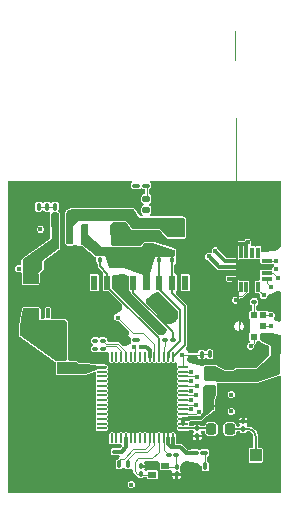
<source format=gbr>
%TF.GenerationSoftware,KiCad,Pcbnew,9.0.6-rc1*%
%TF.CreationDate,2025-12-21T23:59:11+01:00*%
%TF.ProjectId,PCB_PAPI,5043425f-5041-4504-992e-6b696361645f,rev?*%
%TF.SameCoordinates,Original*%
%TF.FileFunction,Copper,L1,Top*%
%TF.FilePolarity,Positive*%
%FSLAX46Y46*%
G04 Gerber Fmt 4.6, Leading zero omitted, Abs format (unit mm)*
G04 Created by KiCad (PCBNEW 9.0.6-rc1) date 2025-12-21 23:59:11*
%MOMM*%
%LPD*%
G01*
G04 APERTURE LIST*
G04 Aperture macros list*
%AMRoundRect*
0 Rectangle with rounded corners*
0 $1 Rounding radius*
0 $2 $3 $4 $5 $6 $7 $8 $9 X,Y pos of 4 corners*
0 Add a 4 corners polygon primitive as box body*
4,1,4,$2,$3,$4,$5,$6,$7,$8,$9,$2,$3,0*
0 Add four circle primitives for the rounded corners*
1,1,$1+$1,$2,$3*
1,1,$1+$1,$4,$5*
1,1,$1+$1,$6,$7*
1,1,$1+$1,$8,$9*
0 Add four rect primitives between the rounded corners*
20,1,$1+$1,$2,$3,$4,$5,0*
20,1,$1+$1,$4,$5,$6,$7,0*
20,1,$1+$1,$6,$7,$8,$9,0*
20,1,$1+$1,$8,$9,$2,$3,0*%
%AMFreePoly0*
4,1,64,0.235856,1.440014,0.383010,1.379061,0.515445,1.290571,0.628071,1.177945,0.716561,1.045510,0.777514,0.898356,0.808588,0.742139,0.808588,0.582861,0.777514,0.426644,0.716561,0.279490,0.628071,0.147055,0.515445,0.034429,0.383010,-0.054061,0.235856,-0.115014,0.079639,-0.146088,0.031751,-0.146088,0.029264,-0.147118,-0.029264,-0.147118,-0.031751,-0.146088,-0.079639,-0.146088,
-0.235856,-0.115014,-0.383010,-0.054061,-0.515445,0.034429,-0.628071,0.147055,-0.716561,0.279490,-0.777514,0.426644,-0.808588,0.582861,-0.808588,0.729972,-0.512500,0.729972,-0.512500,0.595028,-0.477574,0.464683,-0.410102,0.347818,-0.314682,0.252398,-0.197817,0.184926,-0.067472,0.150000,0.067472,0.150000,0.197817,0.184926,0.314682,0.252398,0.410102,0.347818,0.477574,0.464683,
0.512500,0.595028,0.512500,0.729972,0.477574,0.860317,0.410102,0.977182,0.314682,1.072602,0.197817,1.140074,0.067472,1.175000,-0.067472,1.175000,-0.197817,1.140074,-0.314682,1.072602,-0.410102,0.977182,-0.477574,0.860317,-0.512500,0.729972,-0.808588,0.729972,-0.808588,0.742139,-0.777514,0.898356,-0.716561,1.045510,-0.628071,1.177945,-0.515445,1.290571,-0.383010,1.379061,
-0.235856,1.440014,-0.079639,1.471088,0.079639,1.471088,0.235856,1.440014,0.235856,1.440014,$1*%
G04 Aperture macros list end*
%TA.AperFunction,HeatsinkPad*%
%ADD10R,5.700000X5.700000*%
%TD*%
%TA.AperFunction,SMDPad,CuDef*%
%ADD11RoundRect,0.050000X0.350000X0.050000X-0.350000X0.050000X-0.350000X-0.050000X0.350000X-0.050000X0*%
%TD*%
%TA.AperFunction,SMDPad,CuDef*%
%ADD12RoundRect,0.050000X0.050000X0.350000X-0.050000X0.350000X-0.050000X-0.350000X0.050000X-0.350000X0*%
%TD*%
%TA.AperFunction,SMDPad,CuDef*%
%ADD13RoundRect,0.100000X-0.100000X0.217500X-0.100000X-0.217500X0.100000X-0.217500X0.100000X0.217500X0*%
%TD*%
%TA.AperFunction,SMDPad,CuDef*%
%ADD14RoundRect,0.100000X0.100000X-0.217500X0.100000X0.217500X-0.100000X0.217500X-0.100000X-0.217500X0*%
%TD*%
%TA.AperFunction,SMDPad,CuDef*%
%ADD15RoundRect,0.140000X-0.140000X-0.170000X0.140000X-0.170000X0.140000X0.170000X-0.140000X0.170000X0*%
%TD*%
%TA.AperFunction,SMDPad,CuDef*%
%ADD16RoundRect,0.100000X-0.130000X-0.100000X0.130000X-0.100000X0.130000X0.100000X-0.130000X0.100000X0*%
%TD*%
%TA.AperFunction,SMDPad,CuDef*%
%ADD17RoundRect,0.155000X0.155000X-0.212500X0.155000X0.212500X-0.155000X0.212500X-0.155000X-0.212500X0*%
%TD*%
%TA.AperFunction,SMDPad,CuDef*%
%ADD18RoundRect,0.218750X-0.218750X-0.256250X0.218750X-0.256250X0.218750X0.256250X-0.218750X0.256250X0*%
%TD*%
%TA.AperFunction,SMDPad,CuDef*%
%ADD19R,0.850000X0.300000*%
%TD*%
%TA.AperFunction,SMDPad,CuDef*%
%ADD20R,0.300000X0.850000*%
%TD*%
%TA.AperFunction,SMDPad,CuDef*%
%ADD21R,1.250000X1.250000*%
%TD*%
%TA.AperFunction,SMDPad,CuDef*%
%ADD22RoundRect,0.160000X0.160000X-0.197500X0.160000X0.197500X-0.160000X0.197500X-0.160000X-0.197500X0*%
%TD*%
%TA.AperFunction,SMDPad,CuDef*%
%ADD23RoundRect,0.100000X-0.100000X0.130000X-0.100000X-0.130000X0.100000X-0.130000X0.100000X0.130000X0*%
%TD*%
%TA.AperFunction,SMDPad,CuDef*%
%ADD24RoundRect,0.100000X-0.217500X-0.100000X0.217500X-0.100000X0.217500X0.100000X-0.217500X0.100000X0*%
%TD*%
%TA.AperFunction,SMDPad,CuDef*%
%ADD25RoundRect,0.147500X0.172500X-0.147500X0.172500X0.147500X-0.172500X0.147500X-0.172500X-0.147500X0*%
%TD*%
%TA.AperFunction,SMDPad,CuDef*%
%ADD26R,0.600000X1.250000*%
%TD*%
%TA.AperFunction,SMDPad,CuDef*%
%ADD27R,1.200000X3.790000*%
%TD*%
%TA.AperFunction,SMDPad,CuDef*%
%ADD28R,1.450000X1.400000*%
%TD*%
%TA.AperFunction,SMDPad,CuDef*%
%ADD29R,1.000000X0.600000*%
%TD*%
%TA.AperFunction,SMDPad,CuDef*%
%ADD30R,0.950000X0.850000*%
%TD*%
%TA.AperFunction,SMDPad,CuDef*%
%ADD31RoundRect,0.218750X-0.256250X0.218750X-0.256250X-0.218750X0.256250X-0.218750X0.256250X0.218750X0*%
%TD*%
%TA.AperFunction,SMDPad,CuDef*%
%ADD32RoundRect,0.100000X0.100000X-0.130000X0.100000X0.130000X-0.100000X0.130000X-0.100000X-0.130000X0*%
%TD*%
%TA.AperFunction,ComponentPad*%
%ADD33C,0.700000*%
%TD*%
%TA.AperFunction,ComponentPad*%
%ADD34C,4.400000*%
%TD*%
%TA.AperFunction,SMDPad,CuDef*%
%ADD35RoundRect,0.100000X0.217500X0.100000X-0.217500X0.100000X-0.217500X-0.100000X0.217500X-0.100000X0*%
%TD*%
%TA.AperFunction,SMDPad,CuDef*%
%ADD36R,0.750000X0.550000*%
%TD*%
%TA.AperFunction,SMDPad,CuDef*%
%ADD37RoundRect,0.150000X-0.150000X-0.625000X0.150000X-0.625000X0.150000X0.625000X-0.150000X0.625000X0*%
%TD*%
%TA.AperFunction,SMDPad,CuDef*%
%ADD38RoundRect,0.250000X-0.350000X-0.650000X0.350000X-0.650000X0.350000X0.650000X-0.350000X0.650000X0*%
%TD*%
%TA.AperFunction,SMDPad,CuDef*%
%ADD39R,0.522000X0.600000*%
%TD*%
%TA.AperFunction,SMDPad,CuDef*%
%ADD40FreePoly0,0.000000*%
%TD*%
%TA.AperFunction,SMDPad,CuDef*%
%ADD41R,1.050000X2.200000*%
%TD*%
%TA.AperFunction,SMDPad,CuDef*%
%ADD42R,1.000000X1.050000*%
%TD*%
%TA.AperFunction,SMDPad,CuDef*%
%ADD43R,2.500000X1.700000*%
%TD*%
%TA.AperFunction,ViaPad*%
%ADD44C,0.400000*%
%TD*%
%TA.AperFunction,Conductor*%
%ADD45C,0.300000*%
%TD*%
%TA.AperFunction,Conductor*%
%ADD46C,0.120000*%
%TD*%
%TA.AperFunction,Conductor*%
%ADD47C,0.160000*%
%TD*%
%TA.AperFunction,Conductor*%
%ADD48C,0.169300*%
%TD*%
G04 APERTURE END LIST*
D10*
%TO.P,U5,57,GND*%
%TO.N,GND*%
X167120000Y-80480000D03*
D11*
%TO.P,U5,1,LNA_IN*%
%TO.N,/LNA_IN*%
X170570000Y-83080000D03*
%TO.P,U5,2,VDD3P3*%
%TO.N,Net-(C66-Pad1)*%
X170570000Y-82680000D03*
%TO.P,U5,3,VDD3P3*%
X170570000Y-82280000D03*
%TO.P,U5,4,CHIP_PU*%
%TO.N,RESET*%
X170570000Y-81880000D03*
%TO.P,U5,5,GPIO0*%
%TO.N,Net-(U5-GPIO0)*%
X170570000Y-81480000D03*
%TO.P,U5,6,GPIO1*%
%TO.N,/mic_sck*%
X170570000Y-81080000D03*
%TO.P,U5,7,GPIO2*%
%TO.N,/mic_data*%
X170570000Y-80680000D03*
%TO.P,U5,8,GPIO3*%
%TO.N,Net-(U5-GPIO3)*%
X170570000Y-80280000D03*
%TO.P,U5,9,GPIO4*%
%TO.N,/mic_frame_sck*%
X170570000Y-79880000D03*
%TO.P,U5,10,GPIO5*%
%TO.N,/max_data*%
X170570000Y-79480000D03*
%TO.P,U5,11,GPIO6*%
%TO.N,/max_bit_clk*%
X170570000Y-79080000D03*
%TO.P,U5,12,GPIO7*%
%TO.N,/max_frame_clk*%
X170570000Y-78680000D03*
%TO.P,U5,13,GPIO8*%
%TO.N,/max_gpio*%
X170570000Y-78280000D03*
%TO.P,U5,14,GPIO9*%
%TO.N,/MAIN_BTN*%
X170570000Y-77880000D03*
D12*
%TO.P,U5,15,GPIO10*%
%TO.N,/SD_FSPICS*%
X169720000Y-77030000D03*
%TO.P,U5,16,GPIO11*%
%TO.N,/SD_FSPID*%
X169320000Y-77030000D03*
%TO.P,U5,17,GPIO12*%
%TO.N,/SD_FSPICLK*%
X168920000Y-77030000D03*
%TO.P,U5,18,GPIO13*%
%TO.N,/SD_FSPIQ*%
X168520000Y-77030000D03*
%TO.P,U5,19,GPIO14*%
%TO.N,/LED_TIM*%
X168120000Y-77030000D03*
%TO.P,U5,20,VDD3P3_RTC*%
%TO.N,+3.3V*%
X167720000Y-77030000D03*
%TO.P,U5,21,XTAL_32K_P*%
%TO.N,unconnected-(U5-XTAL_32K_P-Pad21)*%
X167320000Y-77030000D03*
%TO.P,U5,22,XTAL_32K_N*%
%TO.N,unconnected-(U5-XTAL_32K_N-Pad22)*%
X166920000Y-77030000D03*
%TO.P,U5,23,GPIO17*%
%TO.N,Net-(U5-GPIO17)*%
X166520000Y-77030000D03*
%TO.P,U5,24,GPIO18*%
%TO.N,unconnected-(U5-GPIO18-Pad24)*%
X166120000Y-77030000D03*
%TO.P,U5,25,GPIO19/USB_D-*%
%TO.N,/DATA-OUT*%
X165720000Y-77030000D03*
%TO.P,U5,26,GPIO20/USB_D+*%
%TO.N,/DATA+OUT*%
X165320000Y-77030000D03*
%TO.P,U5,27,GPIO21*%
%TO.N,unconnected-(U5-GPIO21-Pad27)*%
X164920000Y-77030000D03*
%TO.P,U5,28,SPICS1*%
%TO.N,unconnected-(U5-SPICS1-Pad28)*%
X164520000Y-77030000D03*
D11*
%TO.P,U5,29,VDD_SPI*%
%TO.N,Net-(U5-VDD_SPI)*%
X163670000Y-77880000D03*
%TO.P,U5,30,SPIHD*%
%TO.N,unconnected-(U5-SPIHD-Pad30)*%
X163670000Y-78280000D03*
%TO.P,U5,31,SPIWP*%
%TO.N,unconnected-(U5-SPIWP-Pad31)*%
X163670000Y-78680000D03*
%TO.P,U5,32,SPICS0*%
%TO.N,unconnected-(U5-SPICS0-Pad32)*%
X163670000Y-79080000D03*
%TO.P,U5,33,SPICLK*%
%TO.N,unconnected-(U5-SPICLK-Pad33)*%
X163670000Y-79480000D03*
%TO.P,U5,34,SPIQ*%
%TO.N,unconnected-(U5-SPIQ-Pad34)*%
X163670000Y-79880000D03*
%TO.P,U5,35,SPID*%
%TO.N,unconnected-(U5-SPID-Pad35)*%
X163670000Y-80280000D03*
%TO.P,U5,36,SPICLK_N*%
%TO.N,unconnected-(U5-SPICLK_N-Pad36)*%
X163670000Y-80680000D03*
%TO.P,U5,37,SPICLK_P*%
%TO.N,unconnected-(U5-SPICLK_P-Pad37)*%
X163670000Y-81080000D03*
%TO.P,U5,38,GPIO33*%
%TO.N,unconnected-(U5-GPIO33-Pad38)*%
X163670000Y-81480000D03*
%TO.P,U5,39,GPIO34*%
%TO.N,unconnected-(U5-GPIO34-Pad39)*%
X163670000Y-81880000D03*
%TO.P,U5,40,GPIO35*%
%TO.N,unconnected-(U5-GPIO35-Pad40)*%
X163670000Y-82280000D03*
%TO.P,U5,41,GPIO36*%
%TO.N,unconnected-(U5-GPIO36-Pad41)*%
X163670000Y-82680000D03*
%TO.P,U5,42,GPIO37*%
%TO.N,unconnected-(U5-GPIO37-Pad42)*%
X163670000Y-83080000D03*
D12*
%TO.P,U5,43,GPIO38*%
%TO.N,unconnected-(U5-GPIO38-Pad43)*%
X164520000Y-83930000D03*
%TO.P,U5,44,MTCK*%
%TO.N,unconnected-(U5-MTCK-Pad44)*%
X164920000Y-83930000D03*
%TO.P,U5,45,MTDO*%
%TO.N,unconnected-(U5-MTDO-Pad45)*%
X165320000Y-83930000D03*
%TO.P,U5,46,VDD3P3_CPU*%
%TO.N,+3.3V*%
X165720000Y-83930000D03*
%TO.P,U5,47,MTDI*%
%TO.N,unconnected-(U5-MTDI-Pad47)*%
X166120000Y-83930000D03*
%TO.P,U5,48,MTMS*%
%TO.N,unconnected-(U5-MTMS-Pad48)*%
X166520000Y-83930000D03*
%TO.P,U5,49,U0TXD*%
%TO.N,unconnected-(U5-U0TXD-Pad49)*%
X166920000Y-83930000D03*
%TO.P,U5,50,U0RXD*%
%TO.N,unconnected-(U5-U0RXD-Pad50)*%
X167320000Y-83930000D03*
%TO.P,U5,51,GPIO45*%
%TO.N,Net-(U5-GPIO45)*%
X167720000Y-83930000D03*
%TO.P,U5,52,GPIO46*%
%TO.N,/BOOT1*%
X168120000Y-83930000D03*
%TO.P,U5,53,XTAL_N*%
%TO.N,/HSE_IN*%
X168520000Y-83930000D03*
%TO.P,U5,54,XTAL_P*%
%TO.N,/HSE_OUT*%
X168920000Y-83930000D03*
%TO.P,U5,55,VDDA*%
%TO.N,+3.3V*%
X169320000Y-83930000D03*
%TO.P,U5,56,VDDA*%
X169720000Y-83930000D03*
%TD*%
D13*
%TO.P,R3,1*%
%TO.N,Net-(U5-GPIO17)*%
X159025000Y-64310000D03*
%TO.P,R3,2*%
%TO.N,GND*%
X159025000Y-65125000D03*
%TD*%
D14*
%TO.P,R2,1*%
%TO.N,LDO_IN*%
X159725000Y-65125000D03*
%TO.P,R2,2*%
%TO.N,Net-(U5-GPIO17)*%
X159725000Y-64310000D03*
%TD*%
D13*
%TO.P,C5,1*%
%TO.N,Net-(U5-GPIO17)*%
X158325000Y-64310000D03*
%TO.P,C5,2*%
%TO.N,GND*%
X158325000Y-65125000D03*
%TD*%
%TO.P,R1,1*%
%TO.N,GND*%
X172825000Y-76010000D03*
%TO.P,R1,2*%
%TO.N,/MAIN_BTN*%
X172825000Y-76825000D03*
%TD*%
%TO.P,R39,1*%
%TO.N,Net-(U5-GPIO45)*%
X165150000Y-86142500D03*
%TO.P,R39,2*%
%TO.N,GND*%
X165150000Y-86957500D03*
%TD*%
D15*
%TO.P,C24,1*%
%TO.N,GND*%
X156200000Y-74700000D03*
%TO.P,C24,2*%
%TO.N,+3.3V*%
X157160000Y-74700000D03*
%TD*%
D16*
%TO.P,R9,1*%
%TO.N,/D-*%
X163135000Y-75650000D03*
%TO.P,R9,2*%
%TO.N,/DATA-OUT*%
X163775000Y-75650000D03*
%TD*%
D13*
%TO.P,C31,1*%
%TO.N,GND*%
X162125000Y-77242500D03*
%TO.P,C31,2*%
%TO.N,Net-(U5-VDD_SPI)*%
X162125000Y-78057500D03*
%TD*%
D17*
%TO.P,C32,1*%
%TO.N,Net-(U5-VDD_SPI)*%
X161250000Y-78017500D03*
%TO.P,C32,2*%
%TO.N,GND*%
X161250000Y-76882500D03*
%TD*%
D18*
%TO.P,L5,1*%
%TO.N,/LNA_IN*%
X172942500Y-83120000D03*
%TO.P,L5,2*%
%TO.N,Net-(C4-Pad1)*%
X174517500Y-83120000D03*
%TD*%
D16*
%TO.P,R10,1*%
%TO.N,/D+*%
X163130000Y-76350000D03*
%TO.P,R10,2*%
%TO.N,/DATA+OUT*%
X163770000Y-76350000D03*
%TD*%
D19*
%TO.P,IC6,1,DIN*%
%TO.N,/max_data*%
X177625000Y-70400000D03*
%TO.P,IC6,2,GAIN_SLOT*%
%TO.N,Net-(IC6-GAIN_SLOT)*%
X177625000Y-69900000D03*
%TO.P,IC6,3,GND_1*%
%TO.N,GND*%
X177625000Y-69400000D03*
%TO.P,IC6,4,~{SD_MODE}*%
%TO.N,Net-(IC6-~{SD_MODE})*%
X177625000Y-68900000D03*
D20*
%TO.P,IC6,5,N.C._1*%
%TO.N,unconnected-(IC6-N.C._1-Pad5)*%
X176925000Y-68200000D03*
%TO.P,IC6,6,N.C._2*%
%TO.N,unconnected-(IC6-N.C._2-Pad6)*%
X176425000Y-68200000D03*
%TO.P,IC6,7,VDD_1*%
%TO.N,+3.3V*%
X175925000Y-68200000D03*
%TO.P,IC6,8,VDD_2*%
X175425000Y-68200000D03*
D19*
%TO.P,IC6,9,OUTP*%
%TO.N,/HP+*%
X174725000Y-68900000D03*
%TO.P,IC6,10,OUTN*%
%TO.N,/HP-*%
X174725000Y-69400000D03*
%TO.P,IC6,11,GND_2*%
%TO.N,GND*%
X174725000Y-69900000D03*
%TO.P,IC6,12,N.C._3*%
%TO.N,unconnected-(IC6-N.C._3-Pad12)*%
X174725000Y-70400000D03*
D20*
%TO.P,IC6,13,N.C._4*%
%TO.N,unconnected-(IC6-N.C._4-Pad13)*%
X175425000Y-71100000D03*
%TO.P,IC6,14,LRCLK*%
%TO.N,/max_frame_clk*%
X175925000Y-71100000D03*
%TO.P,IC6,15,GND_3*%
%TO.N,GND*%
X176425000Y-71100000D03*
%TO.P,IC6,16,BCLK*%
%TO.N,/max_bit_clk*%
X176925000Y-71100000D03*
D21*
%TO.P,IC6,17,GND_4*%
%TO.N,GND*%
X176175000Y-69650000D03*
%TD*%
D17*
%TO.P,C47,1*%
%TO.N,+3.3V*%
X176300000Y-78642500D03*
%TO.P,C47,2*%
%TO.N,GND*%
X176300000Y-77507500D03*
%TD*%
D22*
%TO.P,R41,1*%
%TO.N,Net-(U5-VDD_SPI)*%
X160300000Y-78072500D03*
%TO.P,R41,2*%
%TO.N,+3.3V*%
X160300000Y-76877500D03*
%TD*%
D23*
%TO.P,R34,1*%
%TO.N,+3.3V*%
X169650000Y-68230000D03*
%TO.P,R34,2*%
%TO.N,/SD_FSPICS*%
X169650000Y-68870000D03*
%TD*%
D24*
%TO.P,C66,1*%
%TO.N,Net-(C66-Pad1)*%
X172742500Y-81150000D03*
%TO.P,C66,2*%
%TO.N,GND*%
X173557500Y-81150000D03*
%TD*%
D16*
%TO.P,R22,1*%
%TO.N,/HSE_OUT*%
X169330000Y-85300000D03*
%TO.P,R22,2*%
%TO.N,Net-(Y2-CRYSTAL__1)*%
X169970000Y-85300000D03*
%TD*%
D25*
%TO.P,LEDRED1,1,K*%
%TO.N,Net-(IC5-~{CHRG})*%
X167450000Y-64617500D03*
%TO.P,LEDRED1,2,A*%
%TO.N,Net-(LEDRED1-A)*%
X167450000Y-63647500D03*
%TD*%
D17*
%TO.P,C28,1*%
%TO.N,+3.3V*%
X167650000Y-67917500D03*
%TO.P,C28,2*%
%TO.N,GND*%
X167650000Y-66782500D03*
%TD*%
D16*
%TO.P,R40,1*%
%TO.N,/SD_FSPICLK*%
X169030000Y-75600000D03*
%TO.P,R40,2*%
%TO.N,Net-(J4-Pad5)*%
X169670000Y-75600000D03*
%TD*%
D17*
%TO.P,C60,1*%
%TO.N,+3.3V*%
X175275000Y-78667500D03*
%TO.P,C60,2*%
%TO.N,GND*%
X175275000Y-77532500D03*
%TD*%
D14*
%TO.P,R37,1*%
%TO.N,GND*%
X165900000Y-86957500D03*
%TO.P,R37,2*%
%TO.N,/BOOT1*%
X165900000Y-86142500D03*
%TD*%
D26*
%TO.P,J4,1,1*%
%TO.N,unconnected-(J4-Pad1)*%
X170750000Y-70767000D03*
%TO.P,J4,2,2*%
%TO.N,/SD_FSPICS*%
X169650000Y-70767000D03*
%TO.P,J4,3,3*%
%TO.N,/SD_FSPID*%
X168550000Y-70767000D03*
%TO.P,J4,4,4*%
%TO.N,+3.3V*%
X167450000Y-70767000D03*
%TO.P,J4,5,5*%
%TO.N,Net-(J4-Pad5)*%
X166350000Y-70767000D03*
%TO.P,J4,6,6*%
%TO.N,GND*%
X165250000Y-70767000D03*
%TO.P,J4,7,7*%
%TO.N,/SD_FSPIQ*%
X164150000Y-70767000D03*
%TO.P,J4,8,8*%
%TO.N,unconnected-(J4-Pad8)*%
X163050000Y-70767000D03*
D27*
%TO.P,J4,9,G1*%
%TO.N,GND*%
X161900000Y-73247000D03*
D28*
%TO.P,J4,10,G2*%
X172375000Y-72492000D03*
D29*
%TO.P,J4,11,G3*%
X172600000Y-73742000D03*
D30*
%TO.P,J4,12,G4*%
X171675000Y-74717000D03*
%TD*%
D23*
%TO.P,R29,1*%
%TO.N,+3.3V*%
X163525000Y-68180000D03*
%TO.P,R29,2*%
%TO.N,/SD_FSPIQ*%
X163525000Y-68820000D03*
%TD*%
D14*
%TO.P,C63,1*%
%TO.N,+3.3V*%
X174325000Y-78657500D03*
%TO.P,C63,2*%
%TO.N,GND*%
X174325000Y-77842500D03*
%TD*%
D24*
%TO.P,C68,1*%
%TO.N,GND*%
X164042500Y-85050000D03*
%TO.P,C68,2*%
%TO.N,+3.3V*%
X164857500Y-85050000D03*
%TD*%
D31*
%TO.P,L4,1*%
%TO.N,+3.3V*%
X172850000Y-78262500D03*
%TO.P,L4,2*%
%TO.N,Net-(C66-Pad1)*%
X172850000Y-79837500D03*
%TD*%
D32*
%TO.P,C40,1*%
%TO.N,/HSE_IN*%
X166960000Y-86930000D03*
%TO.P,C40,2*%
%TO.N,GND*%
X166960000Y-86290000D03*
%TD*%
D16*
%TO.P,R33,1*%
%TO.N,GND*%
X175930000Y-72375000D03*
%TO.P,R33,2*%
%TO.N,Net-(MK2-LR)*%
X176570000Y-72375000D03*
%TD*%
D32*
%TO.P,C29,1*%
%TO.N,+3.3V*%
X166750000Y-68020000D03*
%TO.P,C29,2*%
%TO.N,GND*%
X166750000Y-67380000D03*
%TD*%
D14*
%TO.P,C61,1*%
%TO.N,GND*%
X172450000Y-87107500D03*
%TO.P,C61,2*%
%TO.N,Net-(U5-GPIO0)*%
X172450000Y-86292500D03*
%TD*%
D24*
%TO.P,C67,1*%
%TO.N,GND*%
X165792500Y-75625000D03*
%TO.P,C67,2*%
%TO.N,+3.3V*%
X166607500Y-75625000D03*
%TD*%
D23*
%TO.P,C3,1*%
%TO.N,/LNA_IN*%
X171770000Y-83090000D03*
%TO.P,C3,2*%
%TO.N,GND*%
X171770000Y-83730000D03*
%TD*%
%TO.P,R38,1*%
%TO.N,+3.3V*%
X168550000Y-68230000D03*
%TO.P,R38,2*%
%TO.N,/SD_FSPID*%
X168550000Y-68870000D03*
%TD*%
D33*
%TO.P,H2,1,1*%
%TO.N,GND*%
X156650000Y-86125000D03*
X157133274Y-84958274D03*
X157133274Y-87291726D03*
X158300000Y-84475000D03*
D34*
X158300000Y-86125000D03*
D33*
X158300000Y-87775000D03*
X159466726Y-84958274D03*
X159466726Y-87291726D03*
X159950000Y-86125000D03*
%TD*%
D32*
%TO.P,C4,1*%
%TO.N,Net-(C4-Pad1)*%
X175660000Y-83140000D03*
%TO.P,C4,2*%
%TO.N,GND*%
X175660000Y-82500000D03*
%TD*%
D35*
%TO.P,R4,1*%
%TO.N,Net-(LEDRED1-A)*%
X167407500Y-62525000D03*
%TO.P,R4,2*%
%TO.N,VUSB*%
X166592500Y-62525000D03*
%TD*%
D36*
%TO.P,Y2,1,CRYSTAL__1*%
%TO.N,Net-(Y2-CRYSTAL__1)*%
X169050000Y-86250000D03*
%TO.P,Y2,2,GND_1*%
%TO.N,GND*%
X167950000Y-86250000D03*
%TO.P,Y2,3,CRYSTAL__2*%
%TO.N,/HSE_IN*%
X167950000Y-87000000D03*
%TO.P,Y2,4,GND_2*%
%TO.N,GND*%
X169050000Y-87000000D03*
%TD*%
D37*
%TO.P,U1,1,1*%
%TO.N,BAT+*%
X170375000Y-66075000D03*
%TO.P,U1,2,2*%
%TO.N,GND*%
X171375000Y-66075000D03*
D38*
%TO.P,U1,MP,MP*%
X169075000Y-63550000D03*
X172675000Y-63550000D03*
%TD*%
D15*
%TO.P,C22,1*%
%TO.N,LDO_IN*%
X158170000Y-69250000D03*
%TO.P,C22,2*%
%TO.N,GND*%
X159130000Y-69250000D03*
%TD*%
D39*
%TO.P,MK2,1,WS*%
%TO.N,/mic_frame_sck*%
X177364000Y-73525000D03*
%TO.P,MK2,2,LR*%
%TO.N,Net-(MK2-LR)*%
X176542000Y-73525000D03*
D40*
%TO.P,MK2,3,GND*%
%TO.N,GND*%
X175290000Y-75087500D03*
D39*
%TO.P,MK2,4,SCK*%
%TO.N,/mic_sck*%
X176542000Y-75325000D03*
%TO.P,MK2,5,VDD*%
%TO.N,+3.3V*%
X177364000Y-75325000D03*
%TO.P,MK2,6,SD*%
%TO.N,/mic_data*%
X177364000Y-74425000D03*
%TD*%
D33*
%TO.P,H1,1,1*%
%TO.N,GND*%
X174675000Y-64650000D03*
X175158274Y-63483274D03*
X175158274Y-65816726D03*
X176325000Y-63000000D03*
D34*
X176325000Y-64650000D03*
D33*
X176325000Y-66300000D03*
X177491726Y-63483274D03*
X177491726Y-65816726D03*
X177975000Y-64650000D03*
%TD*%
D41*
%TO.P,J2,1,1*%
%TO.N,GND*%
X178175000Y-86900000D03*
%TO.P,J2,2,2*%
X175225000Y-86900000D03*
D42*
%TO.P,J2,3,3*%
%TO.N,Net-(C4-Pad1)*%
X176700000Y-85375000D03*
%TD*%
D32*
%TO.P,C38,1*%
%TO.N,GND*%
X170010000Y-86980000D03*
%TO.P,C38,2*%
%TO.N,Net-(Y2-CRYSTAL__1)*%
X170010000Y-86340000D03*
%TD*%
D20*
%TO.P,IC3,1,GND*%
%TO.N,GND*%
X159100000Y-70450000D03*
%TO.P,IC3,2,EN*%
%TO.N,LDO_IN*%
X158150000Y-70450000D03*
%TO.P,IC3,3,VIN*%
X157200000Y-70450000D03*
%TO.P,IC3,4,VOUT*%
%TO.N,+3.3V*%
X157200000Y-73350000D03*
%TO.P,IC3,5,VSENSE*%
X158150000Y-73350000D03*
%TO.P,IC3,6,ADJ/NC*%
%TO.N,unconnected-(IC3-ADJ{slash}NC-Pad6)*%
X159100000Y-73350000D03*
D43*
%TO.P,IC3,7,EP*%
%TO.N,GND*%
X158150000Y-71900000D03*
%TD*%
D14*
%TO.P,C1,1*%
%TO.N,/MAIN_BTN*%
X172125000Y-76832500D03*
%TO.P,C1,2*%
%TO.N,GND*%
X172125000Y-76017500D03*
%TD*%
D24*
%TO.P,R35,1*%
%TO.N,+3.3V*%
X171542500Y-85150000D03*
%TO.P,R35,2*%
%TO.N,Net-(U5-GPIO0)*%
X172357500Y-85150000D03*
%TD*%
D44*
%TO.N,+3.3V*%
X178150000Y-78125000D03*
%TO.N,GND*%
X163150000Y-76950000D03*
X162075000Y-70825000D03*
X162100000Y-68150000D03*
X163400000Y-72075000D03*
X168225000Y-66750000D03*
X171325000Y-82650000D03*
X160375000Y-73475000D03*
X161800000Y-76750000D03*
X178415000Y-67505000D03*
X164450000Y-75425000D03*
X165650000Y-75050000D03*
X170800000Y-86107500D03*
X173650000Y-87075000D03*
X173675000Y-85325000D03*
X173875000Y-79650000D03*
X176575000Y-76750000D03*
X177425000Y-76650000D03*
X176925000Y-76025000D03*
X175900000Y-73500000D03*
X173575000Y-69975000D03*
X161900000Y-73247000D03*
X160375000Y-69125000D03*
X158950000Y-79500000D03*
X159000000Y-78025000D03*
X157825000Y-77175000D03*
X157625000Y-81000000D03*
X162225000Y-82475000D03*
X162700000Y-79600000D03*
X160325000Y-81175000D03*
X160775000Y-83600000D03*
X162500000Y-86550000D03*
X164150000Y-87075000D03*
X171650000Y-87375000D03*
X169050000Y-87000000D03*
X167950000Y-86250000D03*
X164375000Y-85775000D03*
X171450000Y-73800000D03*
X169425000Y-73925000D03*
X168250000Y-71900000D03*
X168300000Y-74325000D03*
X167120000Y-81980000D03*
X168620000Y-80480000D03*
X167120000Y-80480000D03*
X165620000Y-80480000D03*
X168620000Y-78980000D03*
X167120000Y-78980000D03*
X165620000Y-78980000D03*
X168620000Y-81980000D03*
X171175000Y-77275000D03*
X171100000Y-76375000D03*
X172800000Y-75225000D03*
X177200000Y-72775000D03*
X174700000Y-68300000D03*
X176175000Y-69650000D03*
X174600000Y-71050000D03*
X171575000Y-70275000D03*
X171050000Y-71900000D03*
X172375000Y-72492000D03*
X172600000Y-73742000D03*
X171675000Y-74717000D03*
X161075000Y-68275000D03*
X160350000Y-70650000D03*
X159750000Y-68625000D03*
X156850000Y-68075000D03*
X158350000Y-63100000D03*
X161750000Y-64025000D03*
X160000000Y-63400000D03*
X166725000Y-64150000D03*
X166750000Y-63175000D03*
X172325000Y-63900000D03*
X173025000Y-63200000D03*
X172325000Y-63200000D03*
X168725000Y-63900000D03*
X169425000Y-63200000D03*
X168725000Y-63200000D03*
X169425000Y-63900000D03*
X173025000Y-63900000D03*
X178575000Y-66561000D03*
X178575000Y-71731000D03*
X178575000Y-72765000D03*
X178575000Y-73799000D03*
X178575000Y-78969000D03*
X178575000Y-80003000D03*
X178575000Y-81037000D03*
X178575000Y-82071000D03*
X178575000Y-83105000D03*
X178575000Y-84139000D03*
X178575000Y-85173000D03*
X178575000Y-86207000D03*
X178575000Y-87241000D03*
X178575000Y-88275000D03*
X156000000Y-63459000D03*
X156000000Y-64493000D03*
X156000000Y-65527000D03*
X156000000Y-66561000D03*
X156000000Y-67595000D03*
X156000000Y-68629000D03*
X156000000Y-70697000D03*
X156000000Y-71731000D03*
X156000000Y-73799000D03*
X156000000Y-74833000D03*
X156000000Y-75867000D03*
X156000000Y-76901000D03*
X156000000Y-77935000D03*
X156000000Y-78969000D03*
X156000000Y-80003000D03*
X156000000Y-81037000D03*
X156000000Y-82071000D03*
X156000000Y-83105000D03*
X156000000Y-84139000D03*
X156000000Y-88275000D03*
X156000000Y-62425000D03*
X174275000Y-62425000D03*
X173200000Y-62425000D03*
X172125000Y-62425000D03*
X171050000Y-62425000D03*
X169975000Y-62425000D03*
X168900000Y-62425000D03*
X165675000Y-62425000D03*
X164600000Y-62425000D03*
X163525000Y-62425000D03*
X162450000Y-62425000D03*
X161375000Y-62425000D03*
X160300000Y-62425000D03*
X159225000Y-62425000D03*
X158150000Y-62425000D03*
X157075000Y-62425000D03*
X178575000Y-62425000D03*
X177500000Y-88275000D03*
X176425000Y-88275000D03*
X175350000Y-88275000D03*
X174275000Y-88275000D03*
X173200000Y-88275000D03*
X172125000Y-88275000D03*
X171050000Y-88275000D03*
X169975000Y-88275000D03*
X168900000Y-88275000D03*
X167825000Y-88275000D03*
X166750000Y-88275000D03*
X165675000Y-88275000D03*
X164600000Y-88275000D03*
X163525000Y-88275000D03*
X162450000Y-88275000D03*
X161375000Y-88275000D03*
X160300000Y-88275000D03*
%TO.N,Net-(U5-GPIO17)*%
X159725000Y-64310000D03*
X166375000Y-76225000D03*
%TO.N,GND*%
X165050000Y-72825000D03*
X164300000Y-72000000D03*
%TO.N,/LED_TIM*%
X165025000Y-73700000D03*
%TO.N,LDO_IN*%
X159725000Y-66275000D03*
X159725000Y-66975000D03*
%TO.N,GND*%
X158450000Y-71850000D03*
X177300000Y-84030000D03*
X173400000Y-84030000D03*
X175225000Y-86200000D03*
X172750000Y-84030000D03*
X174050000Y-84030000D03*
X175320000Y-85370000D03*
X164725000Y-66275000D03*
X164725000Y-66975000D03*
X178050000Y-85380000D03*
X178040000Y-84570000D03*
X172970000Y-82260000D03*
X174370000Y-82260000D03*
X175225000Y-86900000D03*
X157750000Y-71850000D03*
X175225000Y-87600000D03*
X173670000Y-82260000D03*
X165250000Y-70767000D03*
X175660000Y-81930000D03*
X171160000Y-83540000D03*
X175350000Y-84030000D03*
X175070000Y-82260000D03*
X168825000Y-74875000D03*
X175340000Y-84650000D03*
X174700000Y-84030000D03*
X177220000Y-83350000D03*
X176000000Y-84030000D03*
X171925000Y-84525000D03*
%TO.N,+3.3V*%
X175375000Y-67475000D03*
X176025000Y-67325000D03*
X159800000Y-74875000D03*
X178500000Y-75360000D03*
X164650000Y-68550000D03*
X165350000Y-68550000D03*
X166975000Y-76200000D03*
X177575000Y-77900000D03*
X160500000Y-74875000D03*
X159800000Y-74175000D03*
X166607500Y-75625000D03*
X171542500Y-85150000D03*
X167450000Y-70767000D03*
X167150000Y-68575000D03*
X178050000Y-77500000D03*
X170800000Y-85125000D03*
X165550000Y-84850000D03*
X164900000Y-85050000D03*
X174325000Y-78657500D03*
X164650000Y-69250000D03*
X168550000Y-68230000D03*
X165350000Y-69250000D03*
X160500000Y-74175000D03*
X162225000Y-66625000D03*
%TO.N,/HP+*%
X173275000Y-68050000D03*
%TO.N,/HP-*%
X172725000Y-68525000D03*
%TO.N,/D+*%
X163130000Y-76350000D03*
%TO.N,/D-*%
X163135000Y-75650000D03*
%TO.N,/max_bit_clk*%
X177375000Y-71825000D03*
X171225000Y-79075000D03*
%TO.N,/max_data*%
X178025000Y-71150000D03*
X171700000Y-79500000D03*
%TO.N,/max_frame_clk*%
X175000000Y-72225000D03*
X171700000Y-78700000D03*
%TO.N,VUSB*%
X158475000Y-66225000D03*
X166592500Y-62525000D03*
%TO.N,/mic_data*%
X177975000Y-74425000D03*
X171225000Y-80680000D03*
%TO.N,/mic_frame_sck*%
X178025000Y-73525000D03*
X171225000Y-79880000D03*
%TO.N,/mic_sck*%
X176275000Y-76125000D03*
X171650000Y-81075000D03*
%TO.N,Net-(IC6-~{SD_MODE})*%
X178425000Y-68925000D03*
%TO.N,/max_gpio*%
X178425000Y-69570000D03*
X171200000Y-78275000D03*
%TO.N,Net-(IC6-GAIN_SLOT)*%
X178600000Y-70325000D03*
%TO.N,/MAIN_BTN*%
X170500000Y-76900000D03*
%TO.N,BAT+*%
X160975000Y-66275000D03*
X160975000Y-66975000D03*
%TO.N,Net-(IC5-~{CHRG})*%
X156625000Y-69550000D03*
X167450000Y-64617500D03*
%TO.N,Net-(U5-GPIO0)*%
X171225000Y-81480000D03*
X172357500Y-85150000D03*
X166175000Y-87850000D03*
%TO.N,RESET*%
X171875000Y-81675000D03*
X174635000Y-81650000D03*
%TO.N,Net-(U5-GPIO3)*%
X171675000Y-80275000D03*
X174635000Y-80225000D03*
%TD*%
D45*
%TO.N,Net-(C66-Pad1)*%
X170570000Y-82280000D02*
X170570000Y-82680000D01*
D46*
%TO.N,RESET*%
X171670000Y-81880000D02*
X170570000Y-81880000D01*
X171875000Y-81675000D02*
X171670000Y-81880000D01*
D45*
%TO.N,Net-(C66-Pad1)*%
X171150000Y-82190000D02*
X172035000Y-82190000D01*
X172742500Y-81482500D02*
X172742500Y-81150000D01*
X171115000Y-82225000D02*
X171150000Y-82190000D01*
X171100000Y-82225000D02*
X171115000Y-82225000D01*
X172035000Y-82190000D02*
X172742500Y-81482500D01*
X171045000Y-82280000D02*
X171100000Y-82225000D01*
X170570000Y-82280000D02*
X171045000Y-82280000D01*
D46*
%TO.N,Net-(IC6-~{SD_MODE})*%
X178395000Y-68900000D02*
X178425000Y-68930000D01*
X177625000Y-68900000D02*
X178395000Y-68900000D01*
%TO.N,/max_data*%
X177625000Y-70750000D02*
X177625000Y-70400000D01*
X178025000Y-71150000D02*
X177625000Y-70750000D01*
%TO.N,Net-(U5-GPIO17)*%
X166520000Y-76370000D02*
X166375000Y-76225000D01*
X166520000Y-77030000D02*
X166520000Y-76370000D01*
X158325000Y-64310000D02*
X159725000Y-64310000D01*
%TO.N,/LED_TIM*%
X166350000Y-75025000D02*
X165025000Y-73700000D01*
X167175000Y-75025000D02*
X166350000Y-75025000D01*
X168120000Y-75970000D02*
X167175000Y-75025000D01*
X168120000Y-77030000D02*
X168120000Y-75970000D01*
D47*
%TO.N,/SD_FSPIQ*%
X164150000Y-71075000D02*
X164150000Y-70767000D01*
X168525000Y-75450000D02*
X164150000Y-71075000D01*
X168520000Y-76420000D02*
X168525000Y-76415000D01*
X168525000Y-76415000D02*
X168525000Y-75450000D01*
X168520000Y-77030000D02*
X168520000Y-76420000D01*
D46*
%TO.N,/SD_FSPICLK*%
X168920000Y-76205000D02*
X168920000Y-77030000D01*
X169030000Y-76095000D02*
X168920000Y-76205000D01*
X169030000Y-75600000D02*
X169030000Y-76095000D01*
D47*
%TO.N,Net-(J4-Pad5)*%
X169670000Y-74920000D02*
X169670000Y-75600000D01*
X166350000Y-71600000D02*
X169670000Y-74920000D01*
X166350000Y-70767000D02*
X166350000Y-71600000D01*
%TO.N,/SD_FSPICS*%
X170750000Y-76000000D02*
X169720000Y-77030000D01*
X170750000Y-72725000D02*
X170750000Y-76000000D01*
X169650000Y-71625000D02*
X170750000Y-72725000D01*
X169650000Y-70767000D02*
X169650000Y-71625000D01*
%TO.N,/SD_FSPID*%
X168600000Y-71350000D02*
X168600000Y-70817000D01*
X168600000Y-70817000D02*
X168550000Y-70767000D01*
X170275000Y-73025000D02*
X168600000Y-71350000D01*
X170275000Y-75675000D02*
X170275000Y-73025000D01*
X169325000Y-76625000D02*
X170275000Y-75675000D01*
X169325000Y-77025000D02*
X169325000Y-76625000D01*
X169320000Y-77030000D02*
X169325000Y-77025000D01*
D45*
%TO.N,+3.3V*%
X175425000Y-68200000D02*
X175425000Y-67525000D01*
X170800000Y-85125000D02*
X170825000Y-85150000D01*
X165720000Y-84680000D02*
X165550000Y-84850000D01*
X169320000Y-83930000D02*
X169320000Y-84445000D01*
X169750000Y-84650000D02*
X170325000Y-84650000D01*
X164900000Y-85050000D02*
X164857500Y-85050000D01*
X167450000Y-76200000D02*
X167720000Y-76470000D01*
X175925000Y-67425000D02*
X176025000Y-67325000D01*
X165550000Y-84850000D02*
X165350000Y-85050000D01*
X165720000Y-83930000D02*
X165720000Y-84680000D01*
X167720000Y-76470000D02*
X167720000Y-77030000D01*
X165350000Y-85050000D02*
X164900000Y-85050000D01*
X175875000Y-67475000D02*
X175375000Y-67475000D01*
X166975000Y-76200000D02*
X167450000Y-76200000D01*
X170325000Y-84650000D02*
X170800000Y-85125000D01*
X169720000Y-83930000D02*
X169720000Y-84620000D01*
X170825000Y-85150000D02*
X171542500Y-85150000D01*
X175425000Y-67525000D02*
X175375000Y-67475000D01*
X169525000Y-84650000D02*
X169750000Y-84650000D01*
X176025000Y-67325000D02*
X175875000Y-67475000D01*
X169720000Y-84620000D02*
X169750000Y-84650000D01*
X175925000Y-68200000D02*
X175925000Y-67425000D01*
X169320000Y-84445000D02*
X169525000Y-84650000D01*
%TO.N,/HP+*%
X174125000Y-68900000D02*
X173275000Y-68050000D01*
X174725000Y-68900000D02*
X174125000Y-68900000D01*
D46*
%TO.N,/HSE_IN*%
X167030000Y-87000000D02*
X166960000Y-86930000D01*
X167950000Y-87000000D02*
X167030000Y-87000000D01*
X168525000Y-85050000D02*
X168525000Y-83935000D01*
X166450000Y-85925000D02*
X166750000Y-85625000D01*
X168525000Y-83935000D02*
X168520000Y-83930000D01*
X166450000Y-86700000D02*
X166450000Y-85925000D01*
X166680000Y-86930000D02*
X166450000Y-86700000D01*
X166960000Y-86930000D02*
X166680000Y-86930000D01*
X167950000Y-85625000D02*
X168525000Y-85050000D01*
X166750000Y-85625000D02*
X167950000Y-85625000D01*
D45*
%TO.N,/HP-*%
X172725000Y-68525000D02*
X173600000Y-69400000D01*
X173600000Y-69400000D02*
X174725000Y-69400000D01*
D48*
%TO.N,/LNA_IN*%
X170570000Y-83080000D02*
X171760000Y-83080000D01*
X171760000Y-83080000D02*
X171770000Y-83090000D01*
X171770000Y-83090000D02*
X172912500Y-83090000D01*
X172912500Y-83090000D02*
X172942500Y-83120000D01*
D46*
%TO.N,/max_bit_clk*%
X171225000Y-79075000D02*
X171220000Y-79080000D01*
X176925000Y-71375000D02*
X177375000Y-71825000D01*
X171220000Y-79080000D02*
X170570000Y-79080000D01*
X176925000Y-71100000D02*
X176925000Y-71375000D01*
%TO.N,/max_data*%
X171700000Y-79500000D02*
X171590000Y-79500000D01*
X171590000Y-79500000D02*
X171570000Y-79480000D01*
X171570000Y-79480000D02*
X170570000Y-79480000D01*
%TO.N,/max_frame_clk*%
X171700000Y-78700000D02*
X171680000Y-78680000D01*
X175325000Y-71900000D02*
X175000000Y-72225000D01*
X175925000Y-71500000D02*
X175525000Y-71900000D01*
X175925000Y-71100000D02*
X175925000Y-71500000D01*
X171680000Y-78680000D02*
X170570000Y-78680000D01*
X175525000Y-71900000D02*
X175325000Y-71900000D01*
%TO.N,Net-(Y2-CRYSTAL__1)*%
X169970000Y-85300000D02*
X169970000Y-86300000D01*
X169140000Y-86340000D02*
X170010000Y-86340000D01*
X169970000Y-86300000D02*
X170010000Y-86340000D01*
X169050000Y-86250000D02*
X169140000Y-86340000D01*
D47*
%TO.N,/SD_FSPICS*%
X169650000Y-70767000D02*
X169650000Y-68870000D01*
%TO.N,/SD_FSPID*%
X168550000Y-70767000D02*
X168550000Y-68870000D01*
%TO.N,/SD_FSPIQ*%
X164150000Y-70000000D02*
X163525000Y-69375000D01*
X164150000Y-70767000D02*
X164150000Y-70000000D01*
X163525000Y-69375000D02*
X163525000Y-68820000D01*
D46*
%TO.N,/mic_data*%
X171225000Y-80680000D02*
X170570000Y-80680000D01*
X177364000Y-74425000D02*
X177975000Y-74425000D01*
%TO.N,/mic_frame_sck*%
X177364000Y-73525000D02*
X178025000Y-73525000D01*
X171225000Y-79880000D02*
X170570000Y-79880000D01*
%TO.N,/mic_sck*%
X176542000Y-75858000D02*
X176275000Y-76125000D01*
X170575000Y-81075000D02*
X170570000Y-81080000D01*
X176542000Y-75325000D02*
X176542000Y-75858000D01*
X171650000Y-81075000D02*
X170575000Y-81075000D01*
%TO.N,/DATA-OUT*%
X164025000Y-75900000D02*
X163775000Y-75650000D01*
X165720000Y-77030000D02*
X165720000Y-76595000D01*
X165720000Y-76595000D02*
X165025000Y-75900000D01*
X165025000Y-75900000D02*
X164025000Y-75900000D01*
%TO.N,/DATA+OUT*%
X163995000Y-76125000D02*
X164900000Y-76125000D01*
X163770000Y-76350000D02*
X163995000Y-76125000D01*
X164900000Y-76125000D02*
X165320000Y-76545000D01*
X165320000Y-76545000D02*
X165320000Y-77030000D01*
%TO.N,/HSE_OUT*%
X168920000Y-84890000D02*
X169330000Y-85300000D01*
X168920000Y-83930000D02*
X168920000Y-84890000D01*
%TO.N,/max_gpio*%
X170575000Y-78275000D02*
X170570000Y-78280000D01*
X171200000Y-78275000D02*
X170575000Y-78275000D01*
%TO.N,Net-(IC6-GAIN_SLOT)*%
X177625000Y-69900000D02*
X178175000Y-69900000D01*
X178175000Y-69900000D02*
X178600000Y-70325000D01*
%TO.N,/BOOT1*%
X166450000Y-85100000D02*
X167500000Y-85100000D01*
X168120000Y-84480000D02*
X168120000Y-83930000D01*
X165900000Y-85650000D02*
X166450000Y-85100000D01*
X167500000Y-85100000D02*
X168120000Y-84480000D01*
X165900000Y-86142500D02*
X165900000Y-85650000D01*
%TO.N,/MAIN_BTN*%
X172125000Y-76832500D02*
X170567500Y-76832500D01*
X172132500Y-76825000D02*
X172125000Y-76832500D01*
X170570000Y-76970000D02*
X170500000Y-76900000D01*
X170567500Y-76832500D02*
X170500000Y-76900000D01*
X170570000Y-77880000D02*
X170570000Y-76970000D01*
X172825000Y-76825000D02*
X172132500Y-76825000D01*
D48*
%TO.N,Net-(C4-Pad1)*%
X175640000Y-83120000D02*
X175660000Y-83140000D01*
X176476843Y-83276843D02*
X176543764Y-83343764D01*
X176700000Y-83720951D02*
X176700000Y-85375000D01*
X175660000Y-83140000D02*
X176146474Y-83140000D01*
X174517500Y-83120000D02*
X175640000Y-83120000D01*
X176700000Y-83720951D02*
G75*
G03*
X176543785Y-83343743I-533400J51D01*
G01*
X176146474Y-83140000D02*
G75*
G02*
X176476853Y-83276833I26J-467200D01*
G01*
D46*
%TO.N,Net-(LEDRED1-A)*%
X167407500Y-62525000D02*
X167525000Y-62642500D01*
X167525000Y-63572500D02*
X167450000Y-63647500D01*
X167525000Y-62642500D02*
X167525000Y-63572500D01*
%TO.N,Net-(U5-GPIO0)*%
X171225000Y-81480000D02*
X170570000Y-81480000D01*
X172450000Y-85242500D02*
X172357500Y-85150000D01*
X172450000Y-86292500D02*
X172450000Y-85242500D01*
%TO.N,Net-(U5-GPIO3)*%
X171670000Y-80280000D02*
X171675000Y-80275000D01*
X170570000Y-80280000D02*
X171670000Y-80280000D01*
%TO.N,Net-(U5-GPIO45)*%
X167700000Y-83950000D02*
X167700000Y-84500000D01*
X165300000Y-85650000D02*
X165150000Y-85800000D01*
X166325000Y-84850000D02*
X165525000Y-85650000D01*
X165525000Y-85650000D02*
X165300000Y-85650000D01*
X167720000Y-83930000D02*
X167700000Y-83950000D01*
X165150000Y-85800000D02*
X165150000Y-86142500D01*
X167350000Y-84850000D02*
X166325000Y-84850000D01*
X167700000Y-84500000D02*
X167350000Y-84850000D01*
%TO.N,Net-(MK2-LR)*%
X176570000Y-72375000D02*
X176570000Y-73497000D01*
X176570000Y-73497000D02*
X176542000Y-73525000D01*
%TD*%
%TA.AperFunction,Conductor*%
%TO.N,+3.3V*%
G36*
X178061328Y-75027124D02*
G01*
X178746510Y-75155595D01*
X178808772Y-75187297D01*
X178844012Y-75247628D01*
X178847625Y-75280267D01*
X178776960Y-78413101D01*
X178755769Y-78479680D01*
X178701947Y-78524232D01*
X178692645Y-78527794D01*
X176794504Y-79168417D01*
X176754412Y-79174927D01*
X173956247Y-79165022D01*
X173943793Y-79164351D01*
X172850002Y-79050000D01*
X172850000Y-79050000D01*
X172493330Y-79050000D01*
X172426291Y-79030315D01*
X172380536Y-78977511D01*
X172369351Y-78928278D01*
X172356869Y-78248867D01*
X172351336Y-77947734D01*
X172369786Y-77880346D01*
X172421740Y-77833629D01*
X172471759Y-77821509D01*
X173216395Y-77800164D01*
X173279487Y-77815342D01*
X173297131Y-77825000D01*
X174073546Y-78250000D01*
X174073547Y-78250000D01*
X174140253Y-78250000D01*
X174164445Y-78252383D01*
X174205250Y-78260500D01*
X174205252Y-78260500D01*
X174444749Y-78260500D01*
X174485555Y-78252383D01*
X174509747Y-78250000D01*
X174725000Y-78250000D01*
X174998818Y-78113090D01*
X175054272Y-78100000D01*
X176698571Y-78100000D01*
X176698573Y-78100000D01*
X177975000Y-76975000D01*
X177975000Y-76125000D01*
X177974999Y-76124999D01*
X177162479Y-75660702D01*
X177114038Y-75610350D01*
X177100000Y-75553040D01*
X177100000Y-75149000D01*
X177119685Y-75081961D01*
X177172489Y-75036206D01*
X177224000Y-75025000D01*
X178038476Y-75025000D01*
X178061328Y-75027124D01*
G37*
%TD.AperFunction*%
%TD*%
%TA.AperFunction,Conductor*%
%TO.N,GND*%
G36*
X166185736Y-62120185D02*
G01*
X166231491Y-62172989D01*
X166241435Y-62242147D01*
X166221799Y-62293391D01*
X166186132Y-62346769D01*
X166186131Y-62346770D01*
X166174500Y-62405247D01*
X166174500Y-62644752D01*
X166186131Y-62703229D01*
X166186132Y-62703230D01*
X166230447Y-62769552D01*
X166296769Y-62813867D01*
X166296770Y-62813868D01*
X166355247Y-62825499D01*
X166355250Y-62825500D01*
X166355252Y-62825500D01*
X166829750Y-62825500D01*
X166829751Y-62825499D01*
X166844568Y-62822552D01*
X166888229Y-62813868D01*
X166888231Y-62813867D01*
X166931108Y-62785217D01*
X166997785Y-62764338D01*
X167030571Y-62768146D01*
X167051196Y-62773392D01*
X167111769Y-62813867D01*
X167170252Y-62825500D01*
X167256024Y-62825500D01*
X167271071Y-62829328D01*
X167288312Y-62839539D01*
X167307539Y-62845185D01*
X167317759Y-62856979D01*
X167331188Y-62864933D01*
X167340172Y-62882845D01*
X167353294Y-62897989D01*
X167357527Y-62917448D01*
X167362512Y-62927387D01*
X167361583Y-62936091D01*
X167364500Y-62949500D01*
X167364500Y-63128638D01*
X167344815Y-63195677D01*
X167292011Y-63241432D01*
X167258952Y-63250343D01*
X167259046Y-63250811D01*
X167180739Y-63266387D01*
X167180732Y-63266390D01*
X167098701Y-63321201D01*
X167043890Y-63403232D01*
X167043887Y-63403239D01*
X167029500Y-63475567D01*
X167029500Y-63819432D01*
X167043887Y-63891760D01*
X167043890Y-63891767D01*
X167098700Y-63973797D01*
X167181913Y-64029398D01*
X167226718Y-64083010D01*
X167235425Y-64152335D01*
X167205271Y-64215362D01*
X167181913Y-64235602D01*
X167098700Y-64291202D01*
X167043890Y-64373232D01*
X167043887Y-64373239D01*
X167029500Y-64445567D01*
X167029500Y-64789432D01*
X167043887Y-64861760D01*
X167043888Y-64861763D01*
X167043889Y-64861765D01*
X167087157Y-64926520D01*
X167103921Y-64951609D01*
X167124799Y-65018287D01*
X167106314Y-65085667D01*
X167054335Y-65132357D01*
X167000819Y-65144500D01*
X166977666Y-65144500D01*
X166910627Y-65124815D01*
X166872311Y-65085893D01*
X166526018Y-64527976D01*
X166526016Y-64527974D01*
X166526013Y-64527969D01*
X166511559Y-64509594D01*
X166511556Y-64509590D01*
X166473244Y-64470673D01*
X166473242Y-64470672D01*
X166427785Y-64443459D01*
X166360753Y-64423775D01*
X166360419Y-64423727D01*
X166331022Y-64419500D01*
X161177883Y-64419500D01*
X161177878Y-64419500D01*
X161177866Y-64419501D01*
X161154752Y-64422068D01*
X161154724Y-64422072D01*
X161101673Y-64434001D01*
X161101638Y-64434011D01*
X161079654Y-64441584D01*
X161079628Y-64441595D01*
X160700758Y-64621060D01*
X160700752Y-64621063D01*
X160676264Y-64637166D01*
X160625038Y-64682187D01*
X160593460Y-64731704D01*
X160573775Y-64798740D01*
X160569500Y-64828473D01*
X160569500Y-67376002D01*
X160571910Y-67398426D01*
X160583117Y-67449938D01*
X160606474Y-67496600D01*
X160628689Y-67522237D01*
X160652229Y-67549403D01*
X160702237Y-67581541D01*
X160769276Y-67601226D01*
X160799000Y-67605500D01*
X160799004Y-67605500D01*
X161151000Y-67605500D01*
X161173427Y-67603089D01*
X161224938Y-67591883D01*
X161271599Y-67568526D01*
X161291522Y-67551262D01*
X161355075Y-67522237D01*
X161401660Y-67524397D01*
X161801876Y-67620450D01*
X161931220Y-67651493D01*
X161977885Y-67673784D01*
X163127238Y-68557902D01*
X163127245Y-68557907D01*
X163130837Y-68560550D01*
X163139402Y-68566580D01*
X163154381Y-68573807D01*
X163206205Y-68620662D01*
X163224500Y-68685488D01*
X163224500Y-68969752D01*
X163236131Y-69028229D01*
X163236132Y-69028230D01*
X163280445Y-69094549D01*
X163280446Y-69094549D01*
X163280448Y-69094552D01*
X163289391Y-69100527D01*
X163334195Y-69154138D01*
X163344500Y-69203629D01*
X163344500Y-69410901D01*
X163344501Y-69410906D01*
X163371976Y-69477239D01*
X163371977Y-69477241D01*
X163371979Y-69477245D01*
X163371980Y-69477246D01*
X163371981Y-69477247D01*
X163783228Y-69888494D01*
X163816713Y-69949817D01*
X163811729Y-70019509D01*
X163783231Y-70063853D01*
X163777545Y-70069538D01*
X163755332Y-70102785D01*
X163755329Y-70102791D01*
X163749500Y-70132098D01*
X163749500Y-71401894D01*
X163749501Y-71401902D01*
X163755330Y-71431212D01*
X163777542Y-71464457D01*
X163793322Y-71475000D01*
X163810787Y-71486669D01*
X163810790Y-71486669D01*
X163810791Y-71486670D01*
X163820647Y-71488630D01*
X163840101Y-71492500D01*
X164260871Y-71492499D01*
X164327910Y-71512183D01*
X164348552Y-71528818D01*
X165346047Y-72526312D01*
X165357750Y-72547745D01*
X165373032Y-72566795D01*
X165377241Y-72583439D01*
X165379532Y-72587635D01*
X165381685Y-72601012D01*
X165399319Y-72768530D01*
X165400000Y-72781511D01*
X165400000Y-72986187D01*
X165380315Y-73053226D01*
X165348073Y-73087090D01*
X164879022Y-73422126D01*
X164870746Y-73427552D01*
X164750000Y-73499999D01*
X164746575Y-73527818D01*
X164745264Y-73582944D01*
X164724500Y-73660437D01*
X164724500Y-73660438D01*
X164724500Y-73739562D01*
X164732526Y-73769514D01*
X164744979Y-73815990D01*
X164744982Y-73815995D01*
X164784535Y-73884504D01*
X164784539Y-73884509D01*
X164784540Y-73884511D01*
X164840489Y-73940460D01*
X164840491Y-73940461D01*
X164840495Y-73940464D01*
X164909004Y-73980017D01*
X164909011Y-73980021D01*
X164985438Y-74000500D01*
X164985440Y-74000500D01*
X165047157Y-74000500D01*
X165114196Y-74020185D01*
X165134838Y-74036819D01*
X165905196Y-74807177D01*
X165914228Y-74823718D01*
X165927330Y-74837268D01*
X165937840Y-74866960D01*
X165938681Y-74868500D01*
X165939107Y-74870539D01*
X165968541Y-75017708D01*
X165964586Y-75081239D01*
X165899999Y-75274999D01*
X165900000Y-75275000D01*
X166073859Y-75374348D01*
X166076106Y-75375663D01*
X166116627Y-75399976D01*
X166163984Y-75451345D01*
X166176052Y-75520164D01*
X166171306Y-75542897D01*
X166148883Y-75615500D01*
X166145948Y-75625001D01*
X166181424Y-75808141D01*
X166174848Y-75877701D01*
X166131709Y-75932663D01*
X166111127Y-75944550D01*
X165845007Y-76065878D01*
X165803077Y-76076686D01*
X165512273Y-76099055D01*
X165443921Y-76084570D01*
X165415082Y-76063101D01*
X165115917Y-75763936D01*
X165115916Y-75763935D01*
X165056925Y-75739500D01*
X164229500Y-75739500D01*
X164162461Y-75719815D01*
X164116706Y-75667011D01*
X164105500Y-75615500D01*
X164105500Y-75530249D01*
X164105499Y-75530247D01*
X164093868Y-75471770D01*
X164093867Y-75471769D01*
X164049552Y-75405447D01*
X163983230Y-75361132D01*
X163983229Y-75361131D01*
X163924752Y-75349500D01*
X163924748Y-75349500D01*
X163625252Y-75349500D01*
X163625247Y-75349500D01*
X163566770Y-75361131D01*
X163566769Y-75361132D01*
X163523891Y-75389783D01*
X163457214Y-75410661D01*
X163389833Y-75392177D01*
X163386109Y-75389783D01*
X163343230Y-75361132D01*
X163343229Y-75361131D01*
X163284752Y-75349500D01*
X163284748Y-75349500D01*
X162985252Y-75349500D01*
X162985247Y-75349500D01*
X162926770Y-75361131D01*
X162926769Y-75361132D01*
X162860447Y-75405447D01*
X162816132Y-75471769D01*
X162816131Y-75471770D01*
X162804500Y-75530247D01*
X162804500Y-75769752D01*
X162816131Y-75828229D01*
X162816132Y-75828230D01*
X162860447Y-75894552D01*
X162861456Y-75895226D01*
X162863160Y-75897265D01*
X162869083Y-75903188D01*
X162868553Y-75903717D01*
X162906262Y-75948838D01*
X162914971Y-76018162D01*
X162884817Y-76081190D01*
X162861462Y-76101429D01*
X162855447Y-76105448D01*
X162811132Y-76171769D01*
X162811131Y-76171770D01*
X162799500Y-76230247D01*
X162799500Y-76469752D01*
X162811131Y-76528229D01*
X162811132Y-76528230D01*
X162855447Y-76594552D01*
X162921769Y-76638867D01*
X162921770Y-76638868D01*
X162980247Y-76650499D01*
X162980250Y-76650500D01*
X162980252Y-76650500D01*
X163279750Y-76650500D01*
X163279751Y-76650499D01*
X163294568Y-76647552D01*
X163338229Y-76638868D01*
X163338231Y-76638867D01*
X163356159Y-76626888D01*
X163381108Y-76610216D01*
X163447785Y-76589338D01*
X163515165Y-76607822D01*
X163518892Y-76610217D01*
X163561768Y-76638867D01*
X163561770Y-76638868D01*
X163620247Y-76650499D01*
X163620250Y-76650500D01*
X163620252Y-76650500D01*
X163919750Y-76650500D01*
X163919751Y-76650499D01*
X163978231Y-76638867D01*
X163982722Y-76635865D01*
X164011383Y-76626888D01*
X164039209Y-76615586D01*
X164046480Y-76615895D01*
X164049394Y-76614983D01*
X164074461Y-76617086D01*
X164181294Y-76637117D01*
X164243556Y-76668820D01*
X164274544Y-76715452D01*
X164311605Y-76814281D01*
X164319500Y-76857818D01*
X164319500Y-77394820D01*
X164319500Y-77394822D01*
X164319499Y-77394822D01*
X164328231Y-77438717D01*
X164328234Y-77438724D01*
X164359776Y-77485930D01*
X164361496Y-77488504D01*
X164411278Y-77521767D01*
X164411281Y-77521767D01*
X164411282Y-77521768D01*
X164455177Y-77530500D01*
X164455180Y-77530500D01*
X164584822Y-77530500D01*
X164628717Y-77521768D01*
X164628717Y-77521767D01*
X164628722Y-77521767D01*
X164651110Y-77506807D01*
X164717786Y-77485930D01*
X164785167Y-77504414D01*
X164788867Y-77506792D01*
X164806932Y-77518863D01*
X164811278Y-77521767D01*
X164811282Y-77521768D01*
X164855177Y-77530500D01*
X164855180Y-77530500D01*
X164984822Y-77530500D01*
X165028717Y-77521768D01*
X165028717Y-77521767D01*
X165028722Y-77521767D01*
X165051110Y-77506807D01*
X165117786Y-77485930D01*
X165185167Y-77504414D01*
X165188867Y-77506792D01*
X165206932Y-77518863D01*
X165211278Y-77521767D01*
X165211282Y-77521768D01*
X165255177Y-77530500D01*
X165255180Y-77530500D01*
X165384822Y-77530500D01*
X165428717Y-77521768D01*
X165428717Y-77521767D01*
X165428722Y-77521767D01*
X165451110Y-77506807D01*
X165517786Y-77485930D01*
X165585167Y-77504414D01*
X165588867Y-77506792D01*
X165606932Y-77518863D01*
X165611278Y-77521767D01*
X165611282Y-77521768D01*
X165655177Y-77530500D01*
X165655180Y-77530500D01*
X165784822Y-77530500D01*
X165828717Y-77521768D01*
X165828717Y-77521767D01*
X165828722Y-77521767D01*
X165851110Y-77506807D01*
X165917786Y-77485930D01*
X165985167Y-77504414D01*
X165988867Y-77506792D01*
X166006932Y-77518863D01*
X166011278Y-77521767D01*
X166011282Y-77521768D01*
X166055177Y-77530500D01*
X166055180Y-77530500D01*
X166184822Y-77530500D01*
X166228717Y-77521768D01*
X166228717Y-77521767D01*
X166228722Y-77521767D01*
X166251110Y-77506807D01*
X166317786Y-77485930D01*
X166385167Y-77504414D01*
X166388867Y-77506792D01*
X166406932Y-77518863D01*
X166411278Y-77521767D01*
X166411282Y-77521768D01*
X166455177Y-77530500D01*
X166455180Y-77530500D01*
X166584822Y-77530500D01*
X166628717Y-77521768D01*
X166628717Y-77521767D01*
X166628722Y-77521767D01*
X166651110Y-77506807D01*
X166717786Y-77485930D01*
X166785167Y-77504414D01*
X166788867Y-77506792D01*
X166806932Y-77518863D01*
X166811278Y-77521767D01*
X166811282Y-77521768D01*
X166855177Y-77530500D01*
X166855180Y-77530500D01*
X166984822Y-77530500D01*
X167028717Y-77521768D01*
X167028717Y-77521767D01*
X167028722Y-77521767D01*
X167051110Y-77506807D01*
X167117786Y-77485930D01*
X167185167Y-77504414D01*
X167188867Y-77506792D01*
X167206932Y-77518863D01*
X167211278Y-77521767D01*
X167211282Y-77521768D01*
X167255177Y-77530500D01*
X167255180Y-77530500D01*
X167384822Y-77530500D01*
X167428717Y-77521768D01*
X167428717Y-77521767D01*
X167428722Y-77521767D01*
X167451110Y-77506807D01*
X167517786Y-77485930D01*
X167585167Y-77504414D01*
X167588867Y-77506792D01*
X167606932Y-77518863D01*
X167611278Y-77521767D01*
X167611282Y-77521768D01*
X167655177Y-77530500D01*
X167655180Y-77530500D01*
X167784822Y-77530500D01*
X167828717Y-77521768D01*
X167828717Y-77521767D01*
X167828722Y-77521767D01*
X167851110Y-77506807D01*
X167917786Y-77485930D01*
X167985167Y-77504414D01*
X167988867Y-77506792D01*
X168006932Y-77518863D01*
X168011278Y-77521767D01*
X168011282Y-77521768D01*
X168055177Y-77530500D01*
X168055180Y-77530500D01*
X168184822Y-77530500D01*
X168228717Y-77521768D01*
X168228717Y-77521767D01*
X168228722Y-77521767D01*
X168251110Y-77506807D01*
X168317786Y-77485930D01*
X168385167Y-77504414D01*
X168388867Y-77506792D01*
X168406932Y-77518863D01*
X168411278Y-77521767D01*
X168411282Y-77521768D01*
X168455177Y-77530500D01*
X168455180Y-77530500D01*
X168584822Y-77530500D01*
X168628717Y-77521768D01*
X168628717Y-77521767D01*
X168628722Y-77521767D01*
X168651110Y-77506807D01*
X168717786Y-77485930D01*
X168785167Y-77504414D01*
X168788867Y-77506792D01*
X168806932Y-77518863D01*
X168811278Y-77521767D01*
X168811282Y-77521768D01*
X168855177Y-77530500D01*
X168855180Y-77530500D01*
X168984822Y-77530500D01*
X169028717Y-77521768D01*
X169028717Y-77521767D01*
X169028722Y-77521767D01*
X169051110Y-77506807D01*
X169117786Y-77485930D01*
X169185167Y-77504414D01*
X169188867Y-77506792D01*
X169206932Y-77518863D01*
X169211278Y-77521767D01*
X169211282Y-77521768D01*
X169255177Y-77530500D01*
X169255180Y-77530500D01*
X169384822Y-77530500D01*
X169428717Y-77521768D01*
X169428717Y-77521767D01*
X169428722Y-77521767D01*
X169451110Y-77506807D01*
X169517786Y-77485930D01*
X169585167Y-77504414D01*
X169588867Y-77506792D01*
X169606932Y-77518863D01*
X169611278Y-77521767D01*
X169611282Y-77521768D01*
X169655177Y-77530500D01*
X169655180Y-77530500D01*
X169784821Y-77530500D01*
X169792104Y-77529050D01*
X169828722Y-77521767D01*
X169838328Y-77515347D01*
X169845107Y-77513224D01*
X169850242Y-77508315D01*
X169878009Y-77502921D01*
X169905005Y-77494468D01*
X169911856Y-77496347D01*
X169918830Y-77494993D01*
X169945106Y-77505468D01*
X169972386Y-77512951D01*
X169978707Y-77518863D01*
X169983732Y-77520866D01*
X170008121Y-77546370D01*
X170072191Y-77636068D01*
X170095138Y-77702059D01*
X170081328Y-77759344D01*
X170082906Y-77759998D01*
X170078231Y-77771282D01*
X170069500Y-77815177D01*
X170069500Y-77815180D01*
X170069500Y-77944820D01*
X170069500Y-77944822D01*
X170069499Y-77944822D01*
X170078231Y-77988717D01*
X170078232Y-77988720D01*
X170078232Y-77988721D01*
X170078233Y-77988722D01*
X170093193Y-78011111D01*
X170114069Y-78077789D01*
X170095583Y-78145169D01*
X170093199Y-78148878D01*
X170089183Y-78154890D01*
X170078232Y-78171279D01*
X170078231Y-78171282D01*
X170069500Y-78215177D01*
X170069500Y-78215180D01*
X170069500Y-78344820D01*
X170069500Y-78344822D01*
X170069499Y-78344822D01*
X170078231Y-78388717D01*
X170078232Y-78388720D01*
X170078232Y-78388721D01*
X170078233Y-78388722D01*
X170093193Y-78411111D01*
X170114069Y-78477789D01*
X170095583Y-78545169D01*
X170093199Y-78548878D01*
X170089774Y-78554006D01*
X170078232Y-78571279D01*
X170078231Y-78571282D01*
X170069500Y-78615177D01*
X170069500Y-78615180D01*
X170069500Y-78744820D01*
X170069500Y-78744822D01*
X170069499Y-78744822D01*
X170078231Y-78788717D01*
X170078232Y-78788720D01*
X170078232Y-78788721D01*
X170078233Y-78788722D01*
X170093193Y-78811111D01*
X170114069Y-78877789D01*
X170095583Y-78945169D01*
X170093199Y-78948878D01*
X170086488Y-78958922D01*
X170078232Y-78971279D01*
X170078231Y-78971282D01*
X170069500Y-79015177D01*
X170069500Y-79015180D01*
X170069500Y-79144820D01*
X170069500Y-79144822D01*
X170069499Y-79144822D01*
X170078231Y-79188717D01*
X170078232Y-79188720D01*
X170078232Y-79188721D01*
X170078233Y-79188722D01*
X170093193Y-79211111D01*
X170114069Y-79277789D01*
X170095583Y-79345169D01*
X170093199Y-79348878D01*
X170086488Y-79358922D01*
X170078232Y-79371279D01*
X170078231Y-79371282D01*
X170069500Y-79415177D01*
X170069500Y-79415180D01*
X170069500Y-79544820D01*
X170069500Y-79544822D01*
X170069499Y-79544822D01*
X170078231Y-79588717D01*
X170078232Y-79588720D01*
X170078232Y-79588721D01*
X170078233Y-79588722D01*
X170093193Y-79611111D01*
X170114069Y-79677789D01*
X170095583Y-79745169D01*
X170093199Y-79748878D01*
X170086488Y-79758922D01*
X170078232Y-79771279D01*
X170078231Y-79771282D01*
X170069500Y-79815177D01*
X170069500Y-79815180D01*
X170069500Y-79944820D01*
X170069500Y-79944822D01*
X170069499Y-79944822D01*
X170078231Y-79988717D01*
X170078232Y-79988720D01*
X170078232Y-79988721D01*
X170078233Y-79988722D01*
X170093193Y-80011111D01*
X170114069Y-80077789D01*
X170095583Y-80145169D01*
X170093199Y-80148878D01*
X170086488Y-80158922D01*
X170078232Y-80171279D01*
X170078231Y-80171282D01*
X170069500Y-80215177D01*
X170069500Y-80215180D01*
X170069500Y-80344820D01*
X170069500Y-80344822D01*
X170069499Y-80344822D01*
X170078231Y-80388717D01*
X170078232Y-80388720D01*
X170078232Y-80388721D01*
X170078233Y-80388722D01*
X170093193Y-80411111D01*
X170114069Y-80477789D01*
X170095583Y-80545169D01*
X170093199Y-80548878D01*
X170086573Y-80558796D01*
X170078232Y-80571279D01*
X170078231Y-80571282D01*
X170069500Y-80615177D01*
X170069500Y-80615180D01*
X170069500Y-80744820D01*
X170069500Y-80744822D01*
X170069499Y-80744822D01*
X170078231Y-80788717D01*
X170078232Y-80788720D01*
X170078232Y-80788721D01*
X170078233Y-80788722D01*
X170093193Y-80811111D01*
X170114069Y-80877789D01*
X170095583Y-80945169D01*
X170093199Y-80948878D01*
X170086488Y-80958922D01*
X170078232Y-80971279D01*
X170078231Y-80971282D01*
X170069500Y-81015177D01*
X170069500Y-81015180D01*
X170069500Y-81144820D01*
X170069500Y-81144822D01*
X170069499Y-81144822D01*
X170078231Y-81188717D01*
X170078232Y-81188720D01*
X170078232Y-81188721D01*
X170078233Y-81188722D01*
X170093193Y-81211111D01*
X170114069Y-81277789D01*
X170095583Y-81345169D01*
X170093199Y-81348878D01*
X170086488Y-81358922D01*
X170078232Y-81371279D01*
X170078231Y-81371282D01*
X170069500Y-81415177D01*
X170069500Y-81415180D01*
X170069500Y-81544820D01*
X170069500Y-81544822D01*
X170069499Y-81544822D01*
X170078231Y-81588717D01*
X170078232Y-81588720D01*
X170078232Y-81588721D01*
X170078233Y-81588722D01*
X170093193Y-81611111D01*
X170114069Y-81677789D01*
X170095583Y-81745169D01*
X170093199Y-81748878D01*
X170086488Y-81758922D01*
X170078232Y-81771279D01*
X170078231Y-81771282D01*
X170069500Y-81815177D01*
X170069500Y-81815180D01*
X170069500Y-81944820D01*
X170069500Y-81944822D01*
X170069499Y-81944822D01*
X170078231Y-81988717D01*
X170078232Y-81988720D01*
X170078232Y-81988721D01*
X170078233Y-81988722D01*
X170093193Y-82011111D01*
X170114069Y-82077789D01*
X170095583Y-82145169D01*
X170093199Y-82148878D01*
X170086488Y-82158922D01*
X170078232Y-82171279D01*
X170078231Y-82171282D01*
X170069500Y-82215177D01*
X170069500Y-82215180D01*
X170069500Y-82344820D01*
X170069500Y-82344822D01*
X170069499Y-82344822D01*
X170078231Y-82388717D01*
X170078232Y-82388720D01*
X170078232Y-82388721D01*
X170078233Y-82388722D01*
X170093193Y-82411111D01*
X170114069Y-82477789D01*
X170095583Y-82545169D01*
X170093199Y-82548878D01*
X170092035Y-82550622D01*
X170078232Y-82571279D01*
X170078231Y-82571282D01*
X170069500Y-82615177D01*
X170069500Y-82615180D01*
X170069500Y-82744820D01*
X170069500Y-82744822D01*
X170069499Y-82744822D01*
X170078231Y-82788717D01*
X170078232Y-82788720D01*
X170078232Y-82788721D01*
X170078233Y-82788722D01*
X170093193Y-82811111D01*
X170114069Y-82877789D01*
X170095583Y-82945169D01*
X170093199Y-82948878D01*
X170089212Y-82954847D01*
X170078232Y-82971279D01*
X170078231Y-82971282D01*
X170069500Y-83015177D01*
X170069500Y-83015180D01*
X170069500Y-83144820D01*
X170069500Y-83144822D01*
X170069499Y-83144822D01*
X170078231Y-83188717D01*
X170078232Y-83188721D01*
X170078233Y-83188722D01*
X170111496Y-83238504D01*
X170161278Y-83271767D01*
X170161281Y-83271767D01*
X170161282Y-83271768D01*
X170205177Y-83280500D01*
X170205180Y-83280500D01*
X170934822Y-83280500D01*
X170990700Y-83269385D01*
X170990980Y-83270795D01*
X171019363Y-83265150D01*
X171361080Y-83265150D01*
X171428119Y-83284835D01*
X171473874Y-83337639D01*
X171483818Y-83406797D01*
X171464182Y-83458041D01*
X171434505Y-83502455D01*
X171434503Y-83502459D01*
X171420000Y-83575371D01*
X171420000Y-83605000D01*
X172120000Y-83605000D01*
X172120000Y-83575373D01*
X172119999Y-83575371D01*
X172105496Y-83502459D01*
X172105494Y-83502455D01*
X172082500Y-83468041D01*
X172079462Y-83458340D01*
X172072808Y-83450661D01*
X172069199Y-83425561D01*
X172061622Y-83401363D01*
X172064310Y-83391563D01*
X172062864Y-83381503D01*
X172073398Y-83358434D01*
X172080107Y-83333983D01*
X172087666Y-83327192D01*
X172091889Y-83317947D01*
X172113223Y-83304236D01*
X172132086Y-83287293D01*
X172143682Y-83284661D01*
X172150667Y-83280173D01*
X172185602Y-83275150D01*
X172280501Y-83275150D01*
X172347540Y-83294835D01*
X172393295Y-83347639D01*
X172404501Y-83399150D01*
X172404501Y-83413658D01*
X172410621Y-83460153D01*
X172410622Y-83460155D01*
X172410622Y-83460156D01*
X172439124Y-83521278D01*
X172458201Y-83562189D01*
X172537811Y-83641799D01*
X172639843Y-83689377D01*
X172639845Y-83689378D01*
X172639846Y-83689379D01*
X172645967Y-83690184D01*
X172686341Y-83695500D01*
X173198658Y-83695499D01*
X173245153Y-83689379D01*
X173347189Y-83641799D01*
X173426799Y-83562189D01*
X173474379Y-83460153D01*
X173480500Y-83413659D01*
X173480499Y-82826342D01*
X173480499Y-82826340D01*
X173979500Y-82826340D01*
X173979500Y-83413652D01*
X173980402Y-83420500D01*
X173985621Y-83460153D01*
X173985622Y-83460155D01*
X173985622Y-83460156D01*
X174014124Y-83521278D01*
X174033201Y-83562189D01*
X174112811Y-83641799D01*
X174214843Y-83689377D01*
X174214845Y-83689378D01*
X174214846Y-83689379D01*
X174220967Y-83690184D01*
X174261341Y-83695500D01*
X174773658Y-83695499D01*
X174820153Y-83689379D01*
X174922189Y-83641799D01*
X175001799Y-83562189D01*
X175049379Y-83460153D01*
X175053933Y-83425561D01*
X175055592Y-83412964D01*
X175055902Y-83412262D01*
X175055793Y-83411503D01*
X175070021Y-83380345D01*
X175083859Y-83349068D01*
X175084498Y-83348645D01*
X175084818Y-83347947D01*
X175113629Y-83329431D01*
X175142183Y-83310597D01*
X175143165Y-83310449D01*
X175143596Y-83310173D01*
X175178531Y-83305150D01*
X175276068Y-83305150D01*
X175343107Y-83324835D01*
X175379170Y-83360259D01*
X175415447Y-83414552D01*
X175481769Y-83458867D01*
X175481770Y-83458868D01*
X175540247Y-83470499D01*
X175540250Y-83470500D01*
X175540252Y-83470500D01*
X175779750Y-83470500D01*
X175779751Y-83470499D01*
X175794568Y-83467552D01*
X175838229Y-83458868D01*
X175838229Y-83458867D01*
X175838231Y-83458867D01*
X175904552Y-83414552D01*
X175905149Y-83413659D01*
X175927468Y-83380258D01*
X175933558Y-83375168D01*
X175936856Y-83367947D01*
X175959986Y-83353082D01*
X175981080Y-83335454D01*
X175990453Y-83333502D01*
X175995634Y-83330173D01*
X176030569Y-83325150D01*
X176097814Y-83325150D01*
X176097846Y-83325152D01*
X176109654Y-83325151D01*
X176109656Y-83325152D01*
X176138361Y-83325150D01*
X176154535Y-83326209D01*
X176203301Y-83332626D01*
X176234570Y-83341004D01*
X176272435Y-83356687D01*
X176300468Y-83372871D01*
X176339398Y-83402741D01*
X176351595Y-83413437D01*
X176400146Y-83461987D01*
X176400151Y-83461997D01*
X176400154Y-83461995D01*
X176407095Y-83468937D01*
X176417786Y-83481130D01*
X176458238Y-83533853D01*
X176474423Y-83561890D01*
X176496714Y-83615715D01*
X176505091Y-83646985D01*
X176513790Y-83713105D01*
X176514849Y-83729289D01*
X176514846Y-83770329D01*
X176514850Y-83770368D01*
X176514850Y-84625500D01*
X176495165Y-84692539D01*
X176442361Y-84738294D01*
X176390851Y-84749500D01*
X176190105Y-84749500D01*
X176190097Y-84749501D01*
X176160787Y-84755330D01*
X176127542Y-84777542D01*
X176105332Y-84810785D01*
X176105329Y-84810791D01*
X176099500Y-84840098D01*
X176099500Y-85909894D01*
X176099501Y-85909902D01*
X176105330Y-85939212D01*
X176127542Y-85972457D01*
X176144219Y-85983599D01*
X176160787Y-85994669D01*
X176160790Y-85994669D01*
X176160791Y-85994670D01*
X176170647Y-85996630D01*
X176190101Y-86000500D01*
X177209898Y-86000499D01*
X177239213Y-85994669D01*
X177272457Y-85972457D01*
X177294669Y-85939213D01*
X177300500Y-85909899D01*
X177300499Y-84840102D01*
X177294669Y-84810787D01*
X177287128Y-84799500D01*
X177272457Y-84777542D01*
X177239214Y-84755332D01*
X177239215Y-84755332D01*
X177239213Y-84755331D01*
X177239211Y-84755330D01*
X177239208Y-84755329D01*
X177209901Y-84749500D01*
X177209899Y-84749500D01*
X177009150Y-84749500D01*
X176942111Y-84729815D01*
X176896356Y-84677011D01*
X176885150Y-84625500D01*
X176885150Y-83671815D01*
X176885124Y-83671561D01*
X176885127Y-83650196D01*
X176884489Y-83646985D01*
X176857523Y-83511366D01*
X176803365Y-83380591D01*
X176799742Y-83375168D01*
X176726355Y-83265323D01*
X176726352Y-83265320D01*
X176724732Y-83262895D01*
X176700728Y-83238889D01*
X176700727Y-83238886D01*
X176674689Y-83212848D01*
X176674690Y-83212848D01*
X176648649Y-83186806D01*
X176648646Y-83186804D01*
X176644082Y-83182240D01*
X176643879Y-83182035D01*
X176643855Y-83181991D01*
X176562337Y-83100477D01*
X176562330Y-83100471D01*
X176455493Y-83029090D01*
X176455478Y-83029082D01*
X176336762Y-82979914D01*
X176336761Y-82979913D01*
X176336757Y-82979912D01*
X176336752Y-82979911D01*
X176336749Y-82979910D01*
X176210722Y-82954847D01*
X176210717Y-82954847D01*
X176157172Y-82954849D01*
X176146463Y-82954850D01*
X176075602Y-82954850D01*
X176008563Y-82935165D01*
X175962808Y-82882361D01*
X175952864Y-82813203D01*
X175972500Y-82761959D01*
X175995494Y-82727544D01*
X175995496Y-82727540D01*
X176009999Y-82654628D01*
X176010000Y-82654626D01*
X176010000Y-82625000D01*
X175310000Y-82625000D01*
X175310000Y-82654628D01*
X175324503Y-82727540D01*
X175324505Y-82727546D01*
X175334137Y-82741961D01*
X175337173Y-82751659D01*
X175343828Y-82759339D01*
X175347436Y-82784438D01*
X175355014Y-82808638D01*
X175352325Y-82818437D01*
X175353772Y-82828497D01*
X175343237Y-82851563D01*
X175336529Y-82876018D01*
X175328968Y-82882808D01*
X175324747Y-82892053D01*
X175303414Y-82905762D01*
X175284549Y-82922708D01*
X175272952Y-82925339D01*
X175265969Y-82929827D01*
X175231034Y-82934850D01*
X175178529Y-82934850D01*
X175111490Y-82915165D01*
X175065735Y-82862361D01*
X175055589Y-82827032D01*
X175055499Y-82826347D01*
X175055499Y-82826342D01*
X175049379Y-82779847D01*
X175001799Y-82677811D01*
X174922189Y-82598201D01*
X174864461Y-82571282D01*
X174820154Y-82550621D01*
X174820153Y-82550620D01*
X174773659Y-82544500D01*
X174261347Y-82544500D01*
X174246608Y-82546440D01*
X174214847Y-82550621D01*
X174214845Y-82550622D01*
X174214843Y-82550622D01*
X174112810Y-82598201D01*
X174033201Y-82677810D01*
X173985621Y-82779845D01*
X173985620Y-82779846D01*
X173979500Y-82826340D01*
X173480499Y-82826340D01*
X173474379Y-82779847D01*
X173426799Y-82677811D01*
X173347189Y-82598201D01*
X173289461Y-82571282D01*
X173245154Y-82550621D01*
X173245153Y-82550620D01*
X173198659Y-82544500D01*
X172686347Y-82544500D01*
X172671608Y-82546440D01*
X172639847Y-82550621D01*
X172639845Y-82550622D01*
X172639843Y-82550622D01*
X172537810Y-82598201D01*
X172458201Y-82677810D01*
X172410621Y-82779845D01*
X172410620Y-82779847D01*
X172408358Y-82797034D01*
X172408047Y-82797735D01*
X172408157Y-82798497D01*
X172393923Y-82829664D01*
X172380092Y-82860931D01*
X172379451Y-82861353D01*
X172379132Y-82862053D01*
X172350330Y-82880562D01*
X172321768Y-82899403D01*
X172320784Y-82899550D01*
X172320354Y-82899827D01*
X172285419Y-82904850D01*
X172140569Y-82904850D01*
X172073530Y-82885165D01*
X172037468Y-82849742D01*
X172014553Y-82815448D01*
X171948230Y-82771132D01*
X171948229Y-82771131D01*
X171889752Y-82759500D01*
X171889748Y-82759500D01*
X171650252Y-82759500D01*
X171650247Y-82759500D01*
X171591770Y-82771131D01*
X171591769Y-82771132D01*
X171525446Y-82815448D01*
X171509214Y-82839742D01*
X171503123Y-82844831D01*
X171499826Y-82852053D01*
X171476695Y-82866917D01*
X171455602Y-82884546D01*
X171446228Y-82886497D01*
X171441048Y-82889827D01*
X171406113Y-82894850D01*
X171191752Y-82894850D01*
X171124713Y-82875165D01*
X171078958Y-82822361D01*
X171069014Y-82753203D01*
X171070134Y-82746660D01*
X171070157Y-82746543D01*
X171070500Y-82744820D01*
X171070500Y-82623431D01*
X171090185Y-82556392D01*
X171129443Y-82517868D01*
X171137885Y-82512665D01*
X171186897Y-82492364D01*
X171212704Y-82466554D01*
X171225066Y-82458937D01*
X171245326Y-82453401D01*
X171263762Y-82443334D01*
X171290123Y-82440500D01*
X172084826Y-82440500D01*
X172084828Y-82440500D01*
X172176897Y-82402364D01*
X172233890Y-82345371D01*
X175310000Y-82345371D01*
X175310000Y-82375000D01*
X175535000Y-82375000D01*
X175785000Y-82375000D01*
X176010000Y-82375000D01*
X176010000Y-82345373D01*
X176009999Y-82345371D01*
X175995496Y-82272459D01*
X175995494Y-82272455D01*
X175940239Y-82189760D01*
X175857546Y-82134506D01*
X175857543Y-82134504D01*
X175785000Y-82120074D01*
X175785000Y-82375000D01*
X175535000Y-82375000D01*
X175535000Y-82120074D01*
X175534999Y-82120074D01*
X175462456Y-82134504D01*
X175462453Y-82134506D01*
X175379760Y-82189760D01*
X175324505Y-82272455D01*
X175324503Y-82272459D01*
X175310000Y-82345371D01*
X172233890Y-82345371D01*
X172524256Y-82055003D01*
X172575008Y-82024312D01*
X172591001Y-82019324D01*
X172608213Y-82011111D01*
X172618097Y-82006395D01*
X172618097Y-82006394D01*
X172618103Y-82006392D01*
X173153304Y-81649592D01*
X173170008Y-81635780D01*
X173194927Y-81610438D01*
X174334500Y-81610438D01*
X174334500Y-81689562D01*
X174341199Y-81714562D01*
X174354979Y-81765990D01*
X174354982Y-81765995D01*
X174394535Y-81834504D01*
X174394539Y-81834509D01*
X174394540Y-81834511D01*
X174450489Y-81890460D01*
X174450491Y-81890461D01*
X174450495Y-81890464D01*
X174519004Y-81930017D01*
X174519011Y-81930021D01*
X174595438Y-81950500D01*
X174595440Y-81950500D01*
X174674560Y-81950500D01*
X174674562Y-81950500D01*
X174750989Y-81930021D01*
X174819511Y-81890460D01*
X174875460Y-81834511D01*
X174915021Y-81765989D01*
X174935500Y-81689562D01*
X174935500Y-81610438D01*
X174915021Y-81534011D01*
X174889894Y-81490489D01*
X174875464Y-81465495D01*
X174875458Y-81465487D01*
X174819512Y-81409541D01*
X174819504Y-81409535D01*
X174750995Y-81369982D01*
X174750990Y-81369979D01*
X174725513Y-81363152D01*
X174674562Y-81349500D01*
X174595438Y-81349500D01*
X174557224Y-81359739D01*
X174519009Y-81369979D01*
X174519004Y-81369982D01*
X174450495Y-81409535D01*
X174450487Y-81409541D01*
X174394541Y-81465487D01*
X174394535Y-81465495D01*
X174354982Y-81534004D01*
X174354979Y-81534009D01*
X174349247Y-81555402D01*
X174334500Y-81610438D01*
X173194927Y-81610438D01*
X173205540Y-81599645D01*
X173231541Y-81555400D01*
X173251226Y-81488361D01*
X173255500Y-81458637D01*
X173255500Y-81334746D01*
X173254992Y-81324404D01*
X173252609Y-81300211D01*
X173251090Y-81289970D01*
X173247383Y-81271334D01*
X173245000Y-81247142D01*
X173245000Y-81052853D01*
X173247383Y-81028659D01*
X173247799Y-81026568D01*
X173251090Y-81010026D01*
X173252609Y-80999786D01*
X173254992Y-80975595D01*
X173255500Y-80965252D01*
X173255500Y-80809031D01*
X173263139Y-80766182D01*
X173271006Y-80744820D01*
X173355466Y-80515460D01*
X173441359Y-80282209D01*
X173441359Y-80282205D01*
X173441362Y-80282200D01*
X173446223Y-80264260D01*
X173453862Y-80221411D01*
X173455500Y-80202895D01*
X173455500Y-80185438D01*
X174334500Y-80185438D01*
X174334500Y-80264562D01*
X174339229Y-80282209D01*
X174354979Y-80340990D01*
X174354982Y-80340995D01*
X174394535Y-80409504D01*
X174394539Y-80409509D01*
X174394540Y-80409511D01*
X174450489Y-80465460D01*
X174450491Y-80465461D01*
X174450495Y-80465464D01*
X174489933Y-80488233D01*
X174519011Y-80505021D01*
X174595438Y-80525500D01*
X174595440Y-80525500D01*
X174674560Y-80525500D01*
X174674562Y-80525500D01*
X174750989Y-80505021D01*
X174819511Y-80465460D01*
X174875460Y-80409511D01*
X174915021Y-80340989D01*
X174935500Y-80264562D01*
X174935500Y-80185438D01*
X174915021Y-80109011D01*
X174904331Y-80090495D01*
X174875464Y-80040495D01*
X174875458Y-80040487D01*
X174819512Y-79984541D01*
X174819504Y-79984535D01*
X174750995Y-79944982D01*
X174750990Y-79944979D01*
X174725513Y-79938152D01*
X174674562Y-79924500D01*
X174595438Y-79924500D01*
X174557224Y-79934739D01*
X174519009Y-79944979D01*
X174519004Y-79944982D01*
X174450495Y-79984535D01*
X174450487Y-79984541D01*
X174394541Y-80040487D01*
X174394535Y-80040495D01*
X174354982Y-80109004D01*
X174354979Y-80109009D01*
X174349429Y-80129724D01*
X174334500Y-80185438D01*
X173455500Y-80185438D01*
X173455500Y-79524000D01*
X173453089Y-79501573D01*
X173441883Y-79450062D01*
X173441882Y-79450060D01*
X173441882Y-79450059D01*
X173420578Y-79407500D01*
X173408171Y-79338740D01*
X173434909Y-79274189D01*
X173492301Y-79234340D01*
X173544352Y-79228666D01*
X173932823Y-79269279D01*
X173938117Y-79269698D01*
X173950571Y-79270369D01*
X173955874Y-79270521D01*
X176754039Y-79280426D01*
X176758609Y-79280065D01*
X176771313Y-79279064D01*
X176771317Y-79279063D01*
X176771321Y-79279063D01*
X176811413Y-79272553D01*
X176828241Y-79268377D01*
X178685848Y-78641433D01*
X178755661Y-78638647D01*
X178815899Y-78674047D01*
X178847436Y-78736394D01*
X178849500Y-78758923D01*
X178849500Y-88453675D01*
X178829815Y-88520714D01*
X178777011Y-88566469D01*
X178725500Y-88577675D01*
X155824500Y-88577675D01*
X155757461Y-88557990D01*
X155711706Y-88505186D01*
X155700500Y-88453675D01*
X155700500Y-87810438D01*
X165874500Y-87810438D01*
X165874500Y-87889562D01*
X165888152Y-87940513D01*
X165894979Y-87965990D01*
X165894982Y-87965995D01*
X165934535Y-88034504D01*
X165934539Y-88034509D01*
X165934540Y-88034511D01*
X165990489Y-88090460D01*
X165990491Y-88090461D01*
X165990495Y-88090464D01*
X166059004Y-88130017D01*
X166059011Y-88130021D01*
X166135438Y-88150500D01*
X166135440Y-88150500D01*
X166214560Y-88150500D01*
X166214562Y-88150500D01*
X166290989Y-88130021D01*
X166359511Y-88090460D01*
X166415460Y-88034511D01*
X166455021Y-87965989D01*
X166475500Y-87889562D01*
X166475500Y-87810438D01*
X166455021Y-87734011D01*
X166455017Y-87734004D01*
X166415464Y-87665495D01*
X166415458Y-87665487D01*
X166359512Y-87609541D01*
X166359504Y-87609535D01*
X166290995Y-87569982D01*
X166290990Y-87569979D01*
X166265513Y-87563152D01*
X166214562Y-87549500D01*
X166135438Y-87549500D01*
X166097224Y-87559739D01*
X166059009Y-87569979D01*
X166059004Y-87569982D01*
X165990495Y-87609535D01*
X165990487Y-87609541D01*
X165934541Y-87665487D01*
X165934535Y-87665495D01*
X165894982Y-87734004D01*
X165894979Y-87734009D01*
X165881326Y-87784962D01*
X165874500Y-87810438D01*
X155700500Y-87810438D01*
X155700500Y-84294822D01*
X164319499Y-84294822D01*
X164328231Y-84338717D01*
X164328234Y-84338724D01*
X164355690Y-84379815D01*
X164361496Y-84388504D01*
X164411278Y-84421767D01*
X164411281Y-84421767D01*
X164411282Y-84421768D01*
X164455177Y-84430500D01*
X164455180Y-84430500D01*
X164584822Y-84430500D01*
X164628717Y-84421768D01*
X164628717Y-84421767D01*
X164628722Y-84421767D01*
X164651110Y-84406807D01*
X164717786Y-84385930D01*
X164785167Y-84404414D01*
X164788867Y-84406792D01*
X164811275Y-84421765D01*
X164811278Y-84421767D01*
X164811282Y-84421768D01*
X164855177Y-84430500D01*
X164855180Y-84430500D01*
X164984822Y-84430500D01*
X165028717Y-84421768D01*
X165028717Y-84421767D01*
X165028722Y-84421767D01*
X165051110Y-84406807D01*
X165117786Y-84385930D01*
X165161218Y-84392961D01*
X165175922Y-84398143D01*
X165211278Y-84421767D01*
X165255180Y-84430500D01*
X165267729Y-84430500D01*
X165286736Y-84437199D01*
X165303403Y-84449210D01*
X165322453Y-84456901D01*
X165331173Y-84469222D01*
X165343420Y-84478048D01*
X165350947Y-84497163D01*
X165362815Y-84513932D01*
X165363489Y-84529012D01*
X165369021Y-84543059D01*
X165365019Y-84563209D01*
X165365937Y-84583732D01*
X165358225Y-84597417D01*
X165355411Y-84611590D01*
X165342970Y-84624490D01*
X165333201Y-84641828D01*
X165309537Y-84665492D01*
X165288333Y-84702218D01*
X165237765Y-84750433D01*
X165169157Y-84763654D01*
X165156757Y-84761834D01*
X165094748Y-84749500D01*
X164620252Y-84749500D01*
X164620247Y-84749500D01*
X164561770Y-84761131D01*
X164561769Y-84761132D01*
X164495447Y-84805447D01*
X164451132Y-84871769D01*
X164451131Y-84871770D01*
X164439500Y-84930247D01*
X164439500Y-85169752D01*
X164451131Y-85228229D01*
X164451132Y-85228230D01*
X164495447Y-85294552D01*
X164561769Y-85338867D01*
X164561770Y-85338868D01*
X164620247Y-85350499D01*
X164620250Y-85350500D01*
X165073157Y-85350500D01*
X165094402Y-85356738D01*
X165116491Y-85358318D01*
X165127274Y-85366390D01*
X165140196Y-85370185D01*
X165154695Y-85386918D01*
X165172424Y-85400190D01*
X165177131Y-85412810D01*
X165185951Y-85422989D01*
X165189102Y-85444906D01*
X165196841Y-85465654D01*
X165193978Y-85478814D01*
X165195895Y-85492147D01*
X165186695Y-85512290D01*
X165181989Y-85533927D01*
X165168720Y-85551652D01*
X165166870Y-85555703D01*
X165160838Y-85562181D01*
X165059083Y-85663936D01*
X165015015Y-85708003D01*
X164974791Y-85734881D01*
X164971768Y-85736133D01*
X164905447Y-85780447D01*
X164861132Y-85846769D01*
X164861131Y-85846770D01*
X164849500Y-85905247D01*
X164849500Y-86379752D01*
X164861131Y-86438229D01*
X164861132Y-86438230D01*
X164905447Y-86504552D01*
X164971769Y-86548867D01*
X164971770Y-86548868D01*
X165030247Y-86560499D01*
X165030250Y-86560500D01*
X165030252Y-86560500D01*
X165269750Y-86560500D01*
X165269751Y-86560499D01*
X165284568Y-86557552D01*
X165328229Y-86548868D01*
X165328229Y-86548867D01*
X165328231Y-86548867D01*
X165394552Y-86504552D01*
X165394553Y-86504551D01*
X165421898Y-86463627D01*
X165475510Y-86418821D01*
X165544835Y-86410114D01*
X165607862Y-86440268D01*
X165628102Y-86463627D01*
X165655446Y-86504551D01*
X165721769Y-86548867D01*
X165721770Y-86548868D01*
X165780247Y-86560499D01*
X165780250Y-86560500D01*
X165780252Y-86560500D01*
X166019750Y-86560500D01*
X166019751Y-86560499D01*
X166034568Y-86557552D01*
X166078229Y-86548868D01*
X166078231Y-86548867D01*
X166096608Y-86536588D01*
X166163285Y-86515709D01*
X166230666Y-86534193D01*
X166277356Y-86586171D01*
X166289500Y-86639689D01*
X166289500Y-86668075D01*
X166289500Y-86731925D01*
X166313935Y-86790916D01*
X166543935Y-87020916D01*
X166589084Y-87066065D01*
X166604590Y-87072488D01*
X166658992Y-87116327D01*
X166670149Y-87136760D01*
X166715447Y-87204552D01*
X166781769Y-87248867D01*
X166781770Y-87248868D01*
X166840247Y-87260499D01*
X166840250Y-87260500D01*
X166840252Y-87260500D01*
X167079750Y-87260500D01*
X167079751Y-87260499D01*
X167094568Y-87257552D01*
X167138229Y-87248868D01*
X167138229Y-87248867D01*
X167138231Y-87248867D01*
X167204552Y-87204552D01*
X167204553Y-87204551D01*
X167212286Y-87196819D01*
X167239213Y-87182115D01*
X167265032Y-87165523D01*
X167271232Y-87164631D01*
X167273609Y-87163334D01*
X167299967Y-87160500D01*
X167350501Y-87160500D01*
X167417540Y-87180185D01*
X167463295Y-87232989D01*
X167473281Y-87278895D01*
X167473904Y-87278834D01*
X167474429Y-87284173D01*
X167474501Y-87284500D01*
X167474501Y-87284902D01*
X167480330Y-87314212D01*
X167502542Y-87347457D01*
X167519219Y-87358599D01*
X167535787Y-87369669D01*
X167535790Y-87369669D01*
X167535791Y-87369670D01*
X167545647Y-87371630D01*
X167565101Y-87375500D01*
X168334898Y-87375499D01*
X168364213Y-87369669D01*
X168397457Y-87347457D01*
X168419669Y-87314213D01*
X168424438Y-87290239D01*
X168425500Y-87284901D01*
X168425500Y-87134628D01*
X169660000Y-87134628D01*
X169674503Y-87207540D01*
X169674505Y-87207544D01*
X169729760Y-87290239D01*
X169812456Y-87345495D01*
X169812457Y-87345496D01*
X169885000Y-87359925D01*
X169885000Y-87359924D01*
X170135000Y-87359924D01*
X170207542Y-87345496D01*
X170207543Y-87345495D01*
X170290239Y-87290239D01*
X170345494Y-87207544D01*
X170345496Y-87207540D01*
X170359999Y-87134628D01*
X170360000Y-87134626D01*
X170360000Y-87105000D01*
X170135000Y-87105000D01*
X170135000Y-87359924D01*
X169885000Y-87359924D01*
X169885000Y-87105000D01*
X169660000Y-87105000D01*
X169660000Y-87134628D01*
X168425500Y-87134628D01*
X168425500Y-87053638D01*
X168425499Y-86744234D01*
X168425499Y-86715102D01*
X168419669Y-86685787D01*
X168397457Y-86652543D01*
X168364213Y-86630331D01*
X168359514Y-86629396D01*
X168359514Y-86629395D01*
X168334901Y-86624500D01*
X167565105Y-86624500D01*
X167565097Y-86624501D01*
X167535787Y-86630330D01*
X167502542Y-86652543D01*
X167494433Y-86660652D01*
X167433108Y-86694135D01*
X167363417Y-86689148D01*
X167307485Y-86647275D01*
X167283070Y-86581810D01*
X167292195Y-86525509D01*
X167295497Y-86517538D01*
X167309999Y-86444628D01*
X167310000Y-86444626D01*
X167310000Y-86415000D01*
X167084000Y-86415000D01*
X167075314Y-86412449D01*
X167066353Y-86413738D01*
X167042312Y-86402759D01*
X167016961Y-86395315D01*
X167011033Y-86388474D01*
X167002797Y-86384713D01*
X166988507Y-86362478D01*
X166971206Y-86342511D01*
X166968918Y-86331996D01*
X166965023Y-86325935D01*
X166960000Y-86291000D01*
X166960000Y-86289000D01*
X166979685Y-86221961D01*
X167032489Y-86176206D01*
X167084000Y-86165000D01*
X167310000Y-86165000D01*
X167310000Y-86135373D01*
X167309999Y-86135371D01*
X167295496Y-86062459D01*
X167295496Y-86062458D01*
X167282422Y-86042892D01*
X167261544Y-85976214D01*
X167280028Y-85908834D01*
X167332006Y-85862144D01*
X167385524Y-85850000D01*
X168323685Y-85850000D01*
X168374045Y-85860686D01*
X168500861Y-85917049D01*
X168554128Y-85962265D01*
X168574494Y-86029100D01*
X168574500Y-86030362D01*
X168574500Y-86505765D01*
X168574500Y-86505766D01*
X168574501Y-86534898D01*
X168580331Y-86564213D01*
X168602543Y-86597457D01*
X168635787Y-86619669D01*
X168640484Y-86620603D01*
X168640485Y-86620604D01*
X168654065Y-86623304D01*
X168665101Y-86625500D01*
X169386693Y-86625499D01*
X169448214Y-86641837D01*
X169597521Y-86727155D01*
X169606032Y-86736002D01*
X169617203Y-86741104D01*
X169629805Y-86760713D01*
X169645961Y-86777507D01*
X169649264Y-86790993D01*
X169654977Y-86799882D01*
X169660000Y-86834817D01*
X169660000Y-86855000D01*
X170360000Y-86855000D01*
X170360000Y-86825373D01*
X170359999Y-86825371D01*
X170345496Y-86752459D01*
X170345494Y-86752455D01*
X170299983Y-86684342D01*
X170279105Y-86617664D01*
X170294969Y-86559834D01*
X170294194Y-86559513D01*
X170296752Y-86553336D01*
X170297590Y-86550284D01*
X170298791Y-86548413D01*
X170298868Y-86548229D01*
X170310499Y-86489752D01*
X170310500Y-86489750D01*
X170310500Y-86307572D01*
X170330185Y-86240533D01*
X170342021Y-86224967D01*
X170385576Y-86176206D01*
X170577223Y-85961651D01*
X170591215Y-85952630D01*
X170600793Y-85941167D01*
X170632620Y-85925933D01*
X170848201Y-85858395D01*
X170902799Y-85853971D01*
X171219366Y-85899195D01*
X171230540Y-85901319D01*
X171729260Y-86020061D01*
X171767898Y-86036581D01*
X172092864Y-86246853D01*
X172138454Y-86299798D01*
X172149500Y-86350959D01*
X172149500Y-86529752D01*
X172161131Y-86588229D01*
X172161132Y-86588230D01*
X172205447Y-86654552D01*
X172271769Y-86698867D01*
X172271770Y-86698868D01*
X172330247Y-86710499D01*
X172330250Y-86710500D01*
X172330252Y-86710500D01*
X172569750Y-86710500D01*
X172569751Y-86710499D01*
X172596328Y-86705213D01*
X172628229Y-86698868D01*
X172628229Y-86698867D01*
X172628231Y-86698867D01*
X172694552Y-86654552D01*
X172738867Y-86588231D01*
X172738867Y-86588229D01*
X172738868Y-86588229D01*
X172749139Y-86536588D01*
X172750500Y-86529748D01*
X172750500Y-86055252D01*
X172750500Y-86055249D01*
X172750499Y-86055247D01*
X172738868Y-85996770D01*
X172738867Y-85996769D01*
X172694552Y-85930448D01*
X172665608Y-85911108D01*
X172620804Y-85857495D01*
X172610500Y-85808006D01*
X172610500Y-85533697D01*
X172630185Y-85466658D01*
X172665605Y-85430598D01*
X172719552Y-85394552D01*
X172763867Y-85328231D01*
X172763867Y-85328229D01*
X172763868Y-85328229D01*
X172775499Y-85269752D01*
X172775500Y-85269750D01*
X172775500Y-85030249D01*
X172775499Y-85030247D01*
X172763868Y-84971770D01*
X172763867Y-84971769D01*
X172719552Y-84905447D01*
X172653230Y-84861132D01*
X172653229Y-84861131D01*
X172594752Y-84849500D01*
X172594748Y-84849500D01*
X172120252Y-84849500D01*
X172120247Y-84849500D01*
X172061770Y-84861131D01*
X172061769Y-84861132D01*
X172018891Y-84889783D01*
X171952214Y-84910661D01*
X171884833Y-84892177D01*
X171881109Y-84889783D01*
X171838230Y-84861132D01*
X171838229Y-84861131D01*
X171779752Y-84849500D01*
X171779748Y-84849500D01*
X171305252Y-84849500D01*
X171305247Y-84849500D01*
X171246771Y-84861131D01*
X171230851Y-84871769D01*
X171220624Y-84878602D01*
X171202577Y-84884253D01*
X171186669Y-84894477D01*
X171155709Y-84898928D01*
X171153948Y-84899480D01*
X171151734Y-84899500D01*
X171043649Y-84899500D01*
X170981649Y-84882887D01*
X170915992Y-84844980D01*
X170915991Y-84844979D01*
X170901314Y-84841046D01*
X170891049Y-84838296D01*
X170835464Y-84806203D01*
X170466897Y-84437636D01*
X170374829Y-84399500D01*
X170374828Y-84399500D01*
X170094500Y-84399500D01*
X170027461Y-84379815D01*
X169981706Y-84327011D01*
X169970500Y-84275500D01*
X169970500Y-83884628D01*
X171420000Y-83884628D01*
X171434503Y-83957540D01*
X171434505Y-83957544D01*
X171489760Y-84040239D01*
X171572456Y-84095495D01*
X171572457Y-84095496D01*
X171645000Y-84109925D01*
X171645000Y-84109924D01*
X171895000Y-84109924D01*
X171967542Y-84095496D01*
X171967543Y-84095495D01*
X172050239Y-84040239D01*
X172105494Y-83957544D01*
X172105496Y-83957540D01*
X172119999Y-83884628D01*
X172120000Y-83884626D01*
X172120000Y-83855000D01*
X171895000Y-83855000D01*
X171895000Y-84109924D01*
X171645000Y-84109924D01*
X171645000Y-83855000D01*
X171420000Y-83855000D01*
X171420000Y-83884628D01*
X169970500Y-83884628D01*
X169970500Y-83880173D01*
X169970499Y-83880170D01*
X169958454Y-83851091D01*
X169958454Y-83851090D01*
X169929939Y-83782248D01*
X169920500Y-83734796D01*
X169920500Y-83565177D01*
X169911768Y-83521282D01*
X169911767Y-83521281D01*
X169911767Y-83521278D01*
X169878504Y-83471496D01*
X169878503Y-83471495D01*
X169828724Y-83438234D01*
X169828717Y-83438231D01*
X169784822Y-83429500D01*
X169784820Y-83429500D01*
X169655180Y-83429500D01*
X169655178Y-83429500D01*
X169611282Y-83438231D01*
X169611279Y-83438232D01*
X169588889Y-83453193D01*
X169522211Y-83474069D01*
X169454831Y-83455583D01*
X169451111Y-83453193D01*
X169428723Y-83438234D01*
X169428722Y-83438233D01*
X169428721Y-83438232D01*
X169428720Y-83438232D01*
X169428717Y-83438231D01*
X169384822Y-83429500D01*
X169384820Y-83429500D01*
X169255180Y-83429500D01*
X169255178Y-83429500D01*
X169211282Y-83438231D01*
X169211279Y-83438232D01*
X169188889Y-83453193D01*
X169122211Y-83474069D01*
X169054831Y-83455583D01*
X169051111Y-83453193D01*
X169028723Y-83438234D01*
X169028722Y-83438233D01*
X169028721Y-83438232D01*
X169028720Y-83438232D01*
X169028717Y-83438231D01*
X168984822Y-83429500D01*
X168984820Y-83429500D01*
X168855180Y-83429500D01*
X168855178Y-83429500D01*
X168811282Y-83438231D01*
X168811279Y-83438232D01*
X168788889Y-83453193D01*
X168722211Y-83474069D01*
X168654831Y-83455583D01*
X168651111Y-83453193D01*
X168628723Y-83438234D01*
X168628722Y-83438233D01*
X168628721Y-83438232D01*
X168628720Y-83438232D01*
X168628717Y-83438231D01*
X168584822Y-83429500D01*
X168584820Y-83429500D01*
X168455180Y-83429500D01*
X168455178Y-83429500D01*
X168411282Y-83438231D01*
X168411279Y-83438232D01*
X168388889Y-83453193D01*
X168322211Y-83474069D01*
X168254831Y-83455583D01*
X168251111Y-83453193D01*
X168228723Y-83438234D01*
X168228722Y-83438233D01*
X168228721Y-83438232D01*
X168228720Y-83438232D01*
X168228717Y-83438231D01*
X168184822Y-83429500D01*
X168184820Y-83429500D01*
X168055180Y-83429500D01*
X168055178Y-83429500D01*
X168011282Y-83438231D01*
X168011279Y-83438232D01*
X167988889Y-83453193D01*
X167922211Y-83474069D01*
X167854831Y-83455583D01*
X167851111Y-83453193D01*
X167828723Y-83438234D01*
X167828722Y-83438233D01*
X167828721Y-83438232D01*
X167828720Y-83438232D01*
X167828717Y-83438231D01*
X167784822Y-83429500D01*
X167784820Y-83429500D01*
X167655180Y-83429500D01*
X167655178Y-83429500D01*
X167611282Y-83438231D01*
X167611279Y-83438232D01*
X167588889Y-83453193D01*
X167522211Y-83474069D01*
X167454831Y-83455583D01*
X167451111Y-83453193D01*
X167428723Y-83438234D01*
X167428722Y-83438233D01*
X167428721Y-83438232D01*
X167428720Y-83438232D01*
X167428717Y-83438231D01*
X167384822Y-83429500D01*
X167384820Y-83429500D01*
X167255180Y-83429500D01*
X167255178Y-83429500D01*
X167211282Y-83438231D01*
X167211279Y-83438232D01*
X167188889Y-83453193D01*
X167122211Y-83474069D01*
X167054831Y-83455583D01*
X167051111Y-83453193D01*
X167028723Y-83438234D01*
X167028722Y-83438233D01*
X167028721Y-83438232D01*
X167028720Y-83438232D01*
X167028717Y-83438231D01*
X166984822Y-83429500D01*
X166984820Y-83429500D01*
X166855180Y-83429500D01*
X166855178Y-83429500D01*
X166811282Y-83438231D01*
X166811279Y-83438232D01*
X166788889Y-83453193D01*
X166722211Y-83474069D01*
X166654831Y-83455583D01*
X166651111Y-83453193D01*
X166628723Y-83438234D01*
X166628722Y-83438233D01*
X166628721Y-83438232D01*
X166628720Y-83438232D01*
X166628717Y-83438231D01*
X166584822Y-83429500D01*
X166584820Y-83429500D01*
X166455180Y-83429500D01*
X166455178Y-83429500D01*
X166411282Y-83438231D01*
X166411279Y-83438232D01*
X166388889Y-83453193D01*
X166322211Y-83474069D01*
X166254831Y-83455583D01*
X166251111Y-83453193D01*
X166228723Y-83438234D01*
X166228722Y-83438233D01*
X166228721Y-83438232D01*
X166228720Y-83438232D01*
X166228717Y-83438231D01*
X166184822Y-83429500D01*
X166184820Y-83429500D01*
X166055180Y-83429500D01*
X166055178Y-83429500D01*
X166011282Y-83438231D01*
X166011279Y-83438232D01*
X165988889Y-83453193D01*
X165922211Y-83474069D01*
X165854831Y-83455583D01*
X165851111Y-83453193D01*
X165828723Y-83438234D01*
X165828722Y-83438233D01*
X165828721Y-83438232D01*
X165828720Y-83438232D01*
X165828717Y-83438231D01*
X165784822Y-83429500D01*
X165784820Y-83429500D01*
X165655180Y-83429500D01*
X165655178Y-83429500D01*
X165611282Y-83438231D01*
X165611279Y-83438232D01*
X165588889Y-83453193D01*
X165522211Y-83474069D01*
X165454831Y-83455583D01*
X165451111Y-83453193D01*
X165428723Y-83438234D01*
X165428722Y-83438233D01*
X165428721Y-83438232D01*
X165428720Y-83438232D01*
X165428717Y-83438231D01*
X165384822Y-83429500D01*
X165384820Y-83429500D01*
X165255180Y-83429500D01*
X165255178Y-83429500D01*
X165211282Y-83438231D01*
X165211279Y-83438232D01*
X165188889Y-83453193D01*
X165122211Y-83474069D01*
X165054831Y-83455583D01*
X165051111Y-83453193D01*
X165028723Y-83438234D01*
X165028722Y-83438233D01*
X165028721Y-83438232D01*
X165028720Y-83438232D01*
X165028717Y-83438231D01*
X164984822Y-83429500D01*
X164984820Y-83429500D01*
X164855180Y-83429500D01*
X164855178Y-83429500D01*
X164811282Y-83438231D01*
X164811279Y-83438232D01*
X164788889Y-83453193D01*
X164722211Y-83474069D01*
X164654831Y-83455583D01*
X164651111Y-83453193D01*
X164628723Y-83438234D01*
X164628722Y-83438233D01*
X164628721Y-83438232D01*
X164628720Y-83438232D01*
X164628717Y-83438231D01*
X164584822Y-83429500D01*
X164584820Y-83429500D01*
X164455180Y-83429500D01*
X164455178Y-83429500D01*
X164411282Y-83438231D01*
X164411275Y-83438234D01*
X164361496Y-83471495D01*
X164361495Y-83471496D01*
X164328234Y-83521275D01*
X164328231Y-83521282D01*
X164319500Y-83565177D01*
X164319500Y-83565180D01*
X164319500Y-84294820D01*
X164319500Y-84294822D01*
X164319499Y-84294822D01*
X155700500Y-84294822D01*
X155700500Y-74462512D01*
X156639005Y-74462512D01*
X156644041Y-75161683D01*
X156644041Y-75161685D01*
X156646111Y-75181740D01*
X156655415Y-75227973D01*
X156655417Y-75227979D01*
X156676510Y-75273129D01*
X156676512Y-75273132D01*
X156676514Y-75273136D01*
X156720205Y-75327661D01*
X156742126Y-75348183D01*
X159744179Y-77444855D01*
X159787869Y-77499378D01*
X159795914Y-77564160D01*
X159794500Y-77574000D01*
X159794500Y-78349701D01*
X159797029Y-78372662D01*
X159797030Y-78372665D01*
X159808777Y-78425346D01*
X159832739Y-78472297D01*
X159832742Y-78472302D01*
X159879041Y-78524622D01*
X159879046Y-78524625D01*
X159929383Y-78556239D01*
X159929384Y-78556239D01*
X159929385Y-78556240D01*
X159996626Y-78575225D01*
X159996630Y-78575225D01*
X159996632Y-78575226D01*
X160011508Y-78577206D01*
X160026391Y-78579188D01*
X162257918Y-78555942D01*
X162279796Y-78555715D01*
X162282769Y-78555430D01*
X162297643Y-78554006D01*
X162338955Y-78546464D01*
X162356256Y-78541756D01*
X163014876Y-78300796D01*
X163084594Y-78296249D01*
X163145706Y-78330118D01*
X163167506Y-78360067D01*
X163175650Y-78375738D01*
X163178233Y-78388722D01*
X163196975Y-78416772D01*
X163200118Y-78422819D01*
X163205584Y-78450689D01*
X163214069Y-78477789D01*
X163212221Y-78484524D01*
X163213566Y-78491382D01*
X163203095Y-78517786D01*
X163195583Y-78545169D01*
X163193199Y-78548878D01*
X163189774Y-78554006D01*
X163178232Y-78571279D01*
X163178231Y-78571282D01*
X163169500Y-78615177D01*
X163169500Y-78615180D01*
X163169500Y-78744820D01*
X163169500Y-78744822D01*
X163169499Y-78744822D01*
X163178231Y-78788717D01*
X163178232Y-78788720D01*
X163178232Y-78788721D01*
X163178233Y-78788722D01*
X163193193Y-78811111D01*
X163214069Y-78877789D01*
X163195583Y-78945169D01*
X163193199Y-78948878D01*
X163186488Y-78958922D01*
X163178232Y-78971279D01*
X163178231Y-78971282D01*
X163169500Y-79015177D01*
X163169500Y-79015180D01*
X163169500Y-79144820D01*
X163169500Y-79144822D01*
X163169499Y-79144822D01*
X163178231Y-79188717D01*
X163178232Y-79188720D01*
X163178232Y-79188721D01*
X163178233Y-79188722D01*
X163193193Y-79211111D01*
X163214069Y-79277789D01*
X163195583Y-79345169D01*
X163193199Y-79348878D01*
X163186488Y-79358922D01*
X163178232Y-79371279D01*
X163178231Y-79371282D01*
X163169500Y-79415177D01*
X163169500Y-79415180D01*
X163169500Y-79544820D01*
X163169500Y-79544822D01*
X163169499Y-79544822D01*
X163178231Y-79588717D01*
X163178232Y-79588720D01*
X163178232Y-79588721D01*
X163178233Y-79588722D01*
X163193193Y-79611111D01*
X163214069Y-79677789D01*
X163195583Y-79745169D01*
X163193199Y-79748878D01*
X163186488Y-79758922D01*
X163178232Y-79771279D01*
X163178231Y-79771282D01*
X163169500Y-79815177D01*
X163169500Y-79815180D01*
X163169500Y-79944820D01*
X163169500Y-79944822D01*
X163169499Y-79944822D01*
X163178231Y-79988717D01*
X163178232Y-79988720D01*
X163178232Y-79988721D01*
X163178233Y-79988722D01*
X163193193Y-80011111D01*
X163214069Y-80077789D01*
X163195583Y-80145169D01*
X163193199Y-80148878D01*
X163186488Y-80158922D01*
X163178232Y-80171279D01*
X163178231Y-80171282D01*
X163169500Y-80215177D01*
X163169500Y-80215180D01*
X163169500Y-80344820D01*
X163169500Y-80344822D01*
X163169499Y-80344822D01*
X163178231Y-80388717D01*
X163178232Y-80388720D01*
X163178232Y-80388721D01*
X163178233Y-80388722D01*
X163193193Y-80411111D01*
X163214069Y-80477789D01*
X163195583Y-80545169D01*
X163193199Y-80548878D01*
X163186573Y-80558796D01*
X163178232Y-80571279D01*
X163178231Y-80571282D01*
X163169500Y-80615177D01*
X163169500Y-80615180D01*
X163169500Y-80744820D01*
X163169500Y-80744822D01*
X163169499Y-80744822D01*
X163178231Y-80788717D01*
X163178232Y-80788720D01*
X163178232Y-80788721D01*
X163178233Y-80788722D01*
X163193193Y-80811111D01*
X163214069Y-80877789D01*
X163195583Y-80945169D01*
X163193199Y-80948878D01*
X163186488Y-80958922D01*
X163178232Y-80971279D01*
X163178231Y-80971282D01*
X163169500Y-81015177D01*
X163169500Y-81015180D01*
X163169500Y-81144820D01*
X163169500Y-81144822D01*
X163169499Y-81144822D01*
X163178231Y-81188717D01*
X163178232Y-81188720D01*
X163178232Y-81188721D01*
X163178233Y-81188722D01*
X163193193Y-81211111D01*
X163214069Y-81277789D01*
X163195583Y-81345169D01*
X163193199Y-81348878D01*
X163186488Y-81358922D01*
X163178232Y-81371279D01*
X163178231Y-81371282D01*
X163169500Y-81415177D01*
X163169500Y-81415180D01*
X163169500Y-81544820D01*
X163169500Y-81544822D01*
X163169499Y-81544822D01*
X163178231Y-81588717D01*
X163178232Y-81588720D01*
X163178232Y-81588721D01*
X163178233Y-81588722D01*
X163193193Y-81611111D01*
X163214069Y-81677789D01*
X163195583Y-81745169D01*
X163193199Y-81748878D01*
X163186488Y-81758922D01*
X163178232Y-81771279D01*
X163178231Y-81771282D01*
X163169500Y-81815177D01*
X163169500Y-81815180D01*
X163169500Y-81944820D01*
X163169500Y-81944822D01*
X163169499Y-81944822D01*
X163178231Y-81988717D01*
X163178232Y-81988720D01*
X163178232Y-81988721D01*
X163178233Y-81988722D01*
X163193193Y-82011111D01*
X163214069Y-82077789D01*
X163195583Y-82145169D01*
X163193199Y-82148878D01*
X163186488Y-82158922D01*
X163178232Y-82171279D01*
X163178231Y-82171282D01*
X163169500Y-82215177D01*
X163169500Y-82215180D01*
X163169500Y-82344820D01*
X163169500Y-82344822D01*
X163169499Y-82344822D01*
X163178231Y-82388717D01*
X163178232Y-82388720D01*
X163178232Y-82388721D01*
X163178233Y-82388722D01*
X163193193Y-82411111D01*
X163214069Y-82477789D01*
X163195583Y-82545169D01*
X163193199Y-82548878D01*
X163192035Y-82550622D01*
X163178232Y-82571279D01*
X163178231Y-82571282D01*
X163169500Y-82615177D01*
X163169500Y-82615180D01*
X163169500Y-82744820D01*
X163169500Y-82744822D01*
X163169499Y-82744822D01*
X163178231Y-82788717D01*
X163178232Y-82788720D01*
X163178232Y-82788721D01*
X163178233Y-82788722D01*
X163193193Y-82811111D01*
X163214069Y-82877789D01*
X163195583Y-82945169D01*
X163193199Y-82948878D01*
X163189212Y-82954847D01*
X163178232Y-82971279D01*
X163178231Y-82971282D01*
X163169500Y-83015177D01*
X163169500Y-83015180D01*
X163169500Y-83144820D01*
X163169500Y-83144822D01*
X163169499Y-83144822D01*
X163178231Y-83188717D01*
X163178232Y-83188721D01*
X163178233Y-83188722D01*
X163211496Y-83238504D01*
X163261278Y-83271767D01*
X163261281Y-83271767D01*
X163261282Y-83271768D01*
X163305177Y-83280500D01*
X163305180Y-83280500D01*
X164034822Y-83280500D01*
X164078717Y-83271768D01*
X164078717Y-83271767D01*
X164078722Y-83271767D01*
X164128504Y-83238504D01*
X164161767Y-83188722D01*
X164163106Y-83181991D01*
X164170500Y-83144822D01*
X164170500Y-83015177D01*
X164161768Y-82971282D01*
X164161767Y-82971278D01*
X164150788Y-82954847D01*
X164146807Y-82948889D01*
X164125930Y-82882214D01*
X164144414Y-82814833D01*
X164146807Y-82811111D01*
X164161767Y-82788722D01*
X164162619Y-82784438D01*
X164170500Y-82744822D01*
X164170500Y-82615177D01*
X164161768Y-82571282D01*
X164161767Y-82571278D01*
X164146807Y-82548889D01*
X164125930Y-82482214D01*
X164144414Y-82414833D01*
X164146807Y-82411111D01*
X164161767Y-82388722D01*
X164170390Y-82345373D01*
X164170500Y-82344822D01*
X164170500Y-82215177D01*
X164161768Y-82171282D01*
X164161767Y-82171278D01*
X164146807Y-82148889D01*
X164125930Y-82082214D01*
X164144414Y-82014833D01*
X164146807Y-82011111D01*
X164161767Y-81988722D01*
X164170500Y-81944820D01*
X164170500Y-81815180D01*
X164170500Y-81815177D01*
X164161768Y-81771282D01*
X164161767Y-81771278D01*
X164158233Y-81765989D01*
X164146807Y-81748889D01*
X164125930Y-81682214D01*
X164144414Y-81614833D01*
X164146807Y-81611111D01*
X164161767Y-81588722D01*
X164168395Y-81555402D01*
X164170500Y-81544822D01*
X164170500Y-81415177D01*
X164161768Y-81371282D01*
X164161767Y-81371278D01*
X164156911Y-81364011D01*
X164146807Y-81348889D01*
X164125930Y-81282214D01*
X164144414Y-81214833D01*
X164146807Y-81211111D01*
X164161767Y-81188722D01*
X164170500Y-81144820D01*
X164170500Y-81015180D01*
X164170500Y-81015177D01*
X164161768Y-80971282D01*
X164161767Y-80971278D01*
X164158183Y-80965914D01*
X164146807Y-80948889D01*
X164125930Y-80882214D01*
X164144414Y-80814833D01*
X164146807Y-80811111D01*
X164161767Y-80788722D01*
X164170500Y-80744820D01*
X164170500Y-80615180D01*
X164170500Y-80615177D01*
X164161768Y-80571282D01*
X164161767Y-80571278D01*
X164146807Y-80548889D01*
X164125930Y-80482214D01*
X164144414Y-80414833D01*
X164146807Y-80411111D01*
X164161767Y-80388722D01*
X164170500Y-80344820D01*
X164170500Y-80215180D01*
X164170500Y-80215177D01*
X164161768Y-80171282D01*
X164161767Y-80171278D01*
X164155192Y-80161438D01*
X164146807Y-80148889D01*
X164125930Y-80082214D01*
X164144414Y-80014833D01*
X164146807Y-80011111D01*
X164161767Y-79988722D01*
X164164596Y-79974500D01*
X164170500Y-79944822D01*
X164170500Y-79815177D01*
X164161768Y-79771282D01*
X164161767Y-79771278D01*
X164156911Y-79764011D01*
X164146807Y-79748889D01*
X164125930Y-79682214D01*
X164144414Y-79614833D01*
X164146807Y-79611111D01*
X164161767Y-79588722D01*
X164170500Y-79544820D01*
X164170500Y-79415180D01*
X164170500Y-79415177D01*
X164161768Y-79371282D01*
X164161767Y-79371278D01*
X164146807Y-79348889D01*
X164125930Y-79282214D01*
X164144414Y-79214833D01*
X164146807Y-79211111D01*
X164161767Y-79188722D01*
X164170500Y-79144820D01*
X164170500Y-79015180D01*
X164170500Y-79015177D01*
X164161768Y-78971282D01*
X164161767Y-78971278D01*
X164146807Y-78948889D01*
X164125930Y-78882214D01*
X164144414Y-78814833D01*
X164146807Y-78811111D01*
X164161767Y-78788722D01*
X164170500Y-78744820D01*
X164170500Y-78615180D01*
X164170500Y-78615177D01*
X164161768Y-78571282D01*
X164161767Y-78571278D01*
X164150226Y-78554006D01*
X164146807Y-78548889D01*
X164125930Y-78482214D01*
X164144414Y-78414833D01*
X164146807Y-78411111D01*
X164161767Y-78388722D01*
X164170500Y-78344820D01*
X164170500Y-78215180D01*
X164170500Y-78215177D01*
X164161768Y-78171282D01*
X164161767Y-78171279D01*
X164161767Y-78171278D01*
X164161765Y-78171275D01*
X164157094Y-78159998D01*
X164158954Y-78159227D01*
X164142697Y-78107312D01*
X164153884Y-78053579D01*
X164156535Y-78047770D01*
X164156541Y-78047763D01*
X164176226Y-77980724D01*
X164180500Y-77951000D01*
X164180500Y-77899000D01*
X164179426Y-77883985D01*
X164174403Y-77849050D01*
X164174402Y-77849047D01*
X164174353Y-77848853D01*
X164174202Y-77847655D01*
X164173457Y-77842470D01*
X164173549Y-77842456D01*
X164170500Y-77818183D01*
X164170500Y-77815177D01*
X164161768Y-77771282D01*
X164161767Y-77771281D01*
X164161767Y-77771278D01*
X164128504Y-77721496D01*
X164128503Y-77721495D01*
X164078724Y-77688234D01*
X164078717Y-77688231D01*
X164034822Y-77679500D01*
X164034820Y-77679500D01*
X164018053Y-77679500D01*
X163983119Y-77674477D01*
X163980728Y-77673775D01*
X163980727Y-77673774D01*
X163980721Y-77673773D01*
X163980717Y-77673772D01*
X163980711Y-77673771D01*
X163951002Y-77669500D01*
X163951000Y-77669500D01*
X163313300Y-77669500D01*
X163298977Y-77668670D01*
X163127733Y-77648757D01*
X163127732Y-77648756D01*
X162302334Y-77552780D01*
X162285893Y-77552160D01*
X162285881Y-77552161D01*
X162247397Y-77553713D01*
X162247389Y-77553714D01*
X162243874Y-77554132D01*
X162229228Y-77555000D01*
X162027855Y-77555000D01*
X162003664Y-77552617D01*
X161985030Y-77548910D01*
X161984987Y-77548903D01*
X161974807Y-77547393D01*
X161974775Y-77547389D01*
X161950599Y-77545008D01*
X161947640Y-77544862D01*
X161940253Y-77544500D01*
X161940243Y-77544500D01*
X161814959Y-77544500D01*
X161749971Y-77526106D01*
X161688866Y-77488503D01*
X161510182Y-77378544D01*
X161510171Y-77378539D01*
X161483626Y-77366883D01*
X161418634Y-77348488D01*
X161389902Y-77344500D01*
X161389901Y-77344500D01*
X160979500Y-77344500D01*
X160912461Y-77324815D01*
X160866706Y-77272011D01*
X160855500Y-77220500D01*
X160855500Y-74151379D01*
X160855500Y-74151362D01*
X160854895Y-74140084D01*
X160852061Y-74113726D01*
X160839761Y-74074443D01*
X160806276Y-74013120D01*
X160796455Y-74000000D01*
X160788288Y-73989090D01*
X160788282Y-73989083D01*
X160788281Y-73989081D01*
X160660919Y-73861719D01*
X160652516Y-73854172D01*
X160647669Y-73850266D01*
X160647655Y-73850254D01*
X160631878Y-73837540D01*
X160631873Y-73837537D01*
X160626216Y-73834577D01*
X160626302Y-73834463D01*
X160621287Y-73830709D01*
X160601913Y-73821861D01*
X160598981Y-73820327D01*
X160598966Y-73820320D01*
X160595416Y-73818463D01*
X160595414Y-73818462D01*
X160595406Y-73818458D01*
X160589769Y-73816181D01*
X160584721Y-73814010D01*
X160580499Y-73812082D01*
X160580494Y-73812080D01*
X160580493Y-73812080D01*
X160580489Y-73812079D01*
X160580482Y-73812077D01*
X160558609Y-73807318D01*
X160550339Y-73805219D01*
X160547953Y-73804525D01*
X160547932Y-73804511D01*
X160547792Y-73804470D01*
X160547654Y-73804437D01*
X160528359Y-73798772D01*
X160528362Y-73798772D01*
X160498642Y-73794500D01*
X160498638Y-73794500D01*
X159474500Y-73794500D01*
X159407461Y-73774815D01*
X159361706Y-73722011D01*
X159350500Y-73670500D01*
X159350499Y-72915105D01*
X159350498Y-72915097D01*
X159344669Y-72885787D01*
X159322457Y-72852542D01*
X159289214Y-72830332D01*
X159289215Y-72830332D01*
X159289213Y-72830331D01*
X159289211Y-72830330D01*
X159289208Y-72830329D01*
X159259901Y-72824500D01*
X158940105Y-72824500D01*
X158940097Y-72824501D01*
X158910787Y-72830330D01*
X158877542Y-72852542D01*
X158855332Y-72885785D01*
X158855329Y-72885791D01*
X158849500Y-72915098D01*
X158849500Y-72915100D01*
X158849500Y-72915101D01*
X158849500Y-73340495D01*
X158849501Y-73670500D01*
X158846950Y-73679186D01*
X158848239Y-73688147D01*
X158837261Y-73712183D01*
X158829817Y-73737539D01*
X158822974Y-73743467D01*
X158819214Y-73751703D01*
X158796982Y-73765989D01*
X158777013Y-73783294D01*
X158766497Y-73785581D01*
X158760436Y-73789477D01*
X158725501Y-73794500D01*
X158629500Y-73794500D01*
X158562461Y-73774815D01*
X158516706Y-73722011D01*
X158505500Y-73670500D01*
X158505500Y-73049000D01*
X158503089Y-73026573D01*
X158491883Y-72975062D01*
X158468526Y-72928401D01*
X158468525Y-72928399D01*
X158422770Y-72875596D01*
X158372763Y-72843459D01*
X158372758Y-72843457D01*
X158366624Y-72841655D01*
X158366483Y-72841615D01*
X158347961Y-72836176D01*
X158339213Y-72830331D01*
X158309899Y-72824500D01*
X158308196Y-72824500D01*
X158305724Y-72823774D01*
X158301687Y-72823193D01*
X158301682Y-72823192D01*
X158282772Y-72820473D01*
X158276000Y-72819500D01*
X157128267Y-72819500D01*
X157115298Y-72820300D01*
X157115296Y-72820300D01*
X157115285Y-72820301D01*
X157088976Y-72823560D01*
X157073740Y-72824500D01*
X157040106Y-72824500D01*
X157040096Y-72824501D01*
X157010787Y-72830330D01*
X156977543Y-72852542D01*
X156955329Y-72885789D01*
X156951920Y-72894020D01*
X156945188Y-72913548D01*
X156912136Y-72979014D01*
X156902555Y-73007473D01*
X156642785Y-74419354D01*
X156641450Y-74429208D01*
X156641448Y-74429222D01*
X156639405Y-74452542D01*
X156639005Y-74462512D01*
X155700500Y-74462512D01*
X155700500Y-69510438D01*
X156324500Y-69510438D01*
X156324500Y-69589562D01*
X156334398Y-69626501D01*
X156344979Y-69665990D01*
X156344982Y-69665995D01*
X156384535Y-69734504D01*
X156384539Y-69734509D01*
X156384540Y-69734511D01*
X156440489Y-69790460D01*
X156440491Y-69790461D01*
X156440495Y-69790464D01*
X156475130Y-69810460D01*
X156509011Y-69830021D01*
X156585438Y-69850500D01*
X156585440Y-69850500D01*
X156664561Y-69850500D01*
X156664562Y-69850500D01*
X156727150Y-69833729D01*
X156796998Y-69835390D01*
X156854862Y-69874552D01*
X156882367Y-69938780D01*
X156883235Y-69951991D01*
X156893014Y-70753796D01*
X156893015Y-70753814D01*
X156895554Y-70775557D01*
X156895556Y-70775571D01*
X156906752Y-70825566D01*
X156929969Y-70871596D01*
X156929971Y-70871599D01*
X156931580Y-70873456D01*
X156952432Y-70907212D01*
X156955330Y-70914210D01*
X156955331Y-70914213D01*
X156977543Y-70947457D01*
X157010787Y-70969669D01*
X157040101Y-70975500D01*
X157078849Y-70975499D01*
X157096489Y-70976760D01*
X157122497Y-70980500D01*
X157122501Y-70980500D01*
X158176000Y-70980500D01*
X158198427Y-70978089D01*
X158198436Y-70978086D01*
X158201705Y-70977558D01*
X158201753Y-70977855D01*
X158223666Y-70975499D01*
X158309895Y-70975499D01*
X158309898Y-70975499D01*
X158339213Y-70969669D01*
X158372457Y-70947457D01*
X158394669Y-70914213D01*
X158400500Y-70884899D01*
X158400499Y-70794644D01*
X158401762Y-70776995D01*
X158401967Y-70775571D01*
X158405500Y-70751000D01*
X158405500Y-70132098D01*
X162649500Y-70132098D01*
X162649500Y-71401894D01*
X162649501Y-71401902D01*
X162655330Y-71431212D01*
X162677542Y-71464457D01*
X162693322Y-71475000D01*
X162710787Y-71486669D01*
X162710790Y-71486669D01*
X162710791Y-71486670D01*
X162720647Y-71488630D01*
X162740101Y-71492500D01*
X163359898Y-71492499D01*
X163389213Y-71486669D01*
X163422457Y-71464457D01*
X163444669Y-71431213D01*
X163450500Y-71401899D01*
X163450499Y-70132102D01*
X163444669Y-70102787D01*
X163435599Y-70089212D01*
X163422457Y-70069542D01*
X163389214Y-70047332D01*
X163389215Y-70047332D01*
X163389213Y-70047331D01*
X163389211Y-70047330D01*
X163389208Y-70047329D01*
X163359901Y-70041500D01*
X162740105Y-70041500D01*
X162740097Y-70041501D01*
X162710787Y-70047330D01*
X162677542Y-70069542D01*
X162655332Y-70102785D01*
X162655329Y-70102791D01*
X162649500Y-70132098D01*
X158405500Y-70132098D01*
X158405500Y-70107335D01*
X158425185Y-70040296D01*
X158433775Y-70028514D01*
X158703158Y-69701408D01*
X158706964Y-69696498D01*
X158715560Y-69684709D01*
X158731541Y-69652276D01*
X158751226Y-69585237D01*
X158755500Y-69555513D01*
X158755500Y-69038127D01*
X158775185Y-68971088D01*
X158803979Y-68939777D01*
X160065268Y-67971289D01*
X160078962Y-67958708D01*
X160108304Y-67926539D01*
X160131824Y-67884336D01*
X160150959Y-67817138D01*
X160154989Y-67787380D01*
X160131504Y-64922118D01*
X160129004Y-64900134D01*
X160117802Y-64849639D01*
X160094538Y-64803400D01*
X160094535Y-64803396D01*
X160094533Y-64803393D01*
X160048780Y-64750592D01*
X160046502Y-64748618D01*
X160044874Y-64746084D01*
X160042976Y-64743894D01*
X160043291Y-64743620D01*
X160008732Y-64689837D01*
X160008738Y-64619968D01*
X160013153Y-64607454D01*
X160013864Y-64605735D01*
X160013867Y-64605731D01*
X160025500Y-64547248D01*
X160025500Y-64072752D01*
X160025500Y-64072749D01*
X160025499Y-64072747D01*
X160013868Y-64014270D01*
X160013867Y-64014269D01*
X159969552Y-63947947D01*
X159903230Y-63903632D01*
X159903229Y-63903631D01*
X159844752Y-63892000D01*
X159844748Y-63892000D01*
X159605252Y-63892000D01*
X159605247Y-63892000D01*
X159546770Y-63903631D01*
X159546769Y-63903632D01*
X159480446Y-63947948D01*
X159478101Y-63951459D01*
X159424488Y-63996264D01*
X159355163Y-64004970D01*
X159292136Y-63974814D01*
X159271899Y-63951459D01*
X159269553Y-63947948D01*
X159203230Y-63903632D01*
X159203229Y-63903631D01*
X159144752Y-63892000D01*
X159144748Y-63892000D01*
X158905252Y-63892000D01*
X158905247Y-63892000D01*
X158846770Y-63903631D01*
X158846769Y-63903632D01*
X158780446Y-63947948D01*
X158778101Y-63951459D01*
X158724488Y-63996264D01*
X158655163Y-64004970D01*
X158592136Y-63974814D01*
X158571899Y-63951459D01*
X158569553Y-63947948D01*
X158503230Y-63903632D01*
X158503229Y-63903631D01*
X158444752Y-63892000D01*
X158444748Y-63892000D01*
X158205252Y-63892000D01*
X158205247Y-63892000D01*
X158146770Y-63903631D01*
X158146769Y-63903632D01*
X158080447Y-63947947D01*
X158036132Y-64014269D01*
X158036131Y-64014270D01*
X158024500Y-64072747D01*
X158024500Y-64547252D01*
X158036131Y-64605729D01*
X158036132Y-64605730D01*
X158080447Y-64672052D01*
X158146769Y-64716367D01*
X158146770Y-64716368D01*
X158205247Y-64727999D01*
X158205250Y-64728000D01*
X158205252Y-64728000D01*
X158444750Y-64728000D01*
X158444751Y-64727999D01*
X158461001Y-64724767D01*
X158503229Y-64716368D01*
X158503229Y-64716367D01*
X158503231Y-64716367D01*
X158569552Y-64672052D01*
X158571897Y-64668543D01*
X158625508Y-64623737D01*
X158694833Y-64615028D01*
X158757861Y-64645182D01*
X158778103Y-64668543D01*
X158780447Y-64672052D01*
X158846769Y-64716367D01*
X158846770Y-64716368D01*
X158905247Y-64727999D01*
X158905250Y-64728000D01*
X158905252Y-64728000D01*
X159144748Y-64728000D01*
X159161000Y-64724767D01*
X159230591Y-64730993D01*
X159285769Y-64773855D01*
X159309015Y-64839744D01*
X159304548Y-64880004D01*
X159299831Y-64896748D01*
X159295885Y-64926513D01*
X159295884Y-64926520D01*
X159318190Y-66956462D01*
X159299243Y-67023713D01*
X159266271Y-67058727D01*
X156966375Y-68701510D01*
X156950853Y-68715074D01*
X156950851Y-68715076D01*
X156917804Y-68750213D01*
X156893074Y-68794003D01*
X156893073Y-68794006D01*
X156874208Y-68861274D01*
X156870296Y-68891050D01*
X156873361Y-69142338D01*
X156854495Y-69209613D01*
X156802253Y-69256008D01*
X156733221Y-69266794D01*
X156717277Y-69263625D01*
X156664562Y-69249500D01*
X156585438Y-69249500D01*
X156547224Y-69259739D01*
X156509009Y-69269979D01*
X156509004Y-69269982D01*
X156440495Y-69309535D01*
X156440487Y-69309541D01*
X156384541Y-69365487D01*
X156384535Y-69365495D01*
X156344982Y-69434004D01*
X156344979Y-69434009D01*
X156339620Y-69454009D01*
X156324500Y-69510438D01*
X155700500Y-69510438D01*
X155700500Y-66185438D01*
X158174500Y-66185438D01*
X158174500Y-66264562D01*
X158188152Y-66315513D01*
X158194979Y-66340990D01*
X158194982Y-66340995D01*
X158234535Y-66409504D01*
X158234539Y-66409509D01*
X158234540Y-66409511D01*
X158290489Y-66465460D01*
X158290491Y-66465461D01*
X158290495Y-66465464D01*
X158359004Y-66505017D01*
X158359011Y-66505021D01*
X158435438Y-66525500D01*
X158435440Y-66525500D01*
X158514560Y-66525500D01*
X158514562Y-66525500D01*
X158590989Y-66505021D01*
X158659511Y-66465460D01*
X158715460Y-66409511D01*
X158755021Y-66340989D01*
X158775500Y-66264562D01*
X158775500Y-66185438D01*
X158755021Y-66109011D01*
X158755017Y-66109004D01*
X158715464Y-66040495D01*
X158715458Y-66040487D01*
X158659512Y-65984541D01*
X158659504Y-65984535D01*
X158590995Y-65944982D01*
X158590990Y-65944979D01*
X158565513Y-65938152D01*
X158514562Y-65924500D01*
X158435438Y-65924500D01*
X158397224Y-65934739D01*
X158359009Y-65944979D01*
X158359004Y-65944982D01*
X158290495Y-65984535D01*
X158290487Y-65984541D01*
X158234541Y-66040487D01*
X158234535Y-66040495D01*
X158194982Y-66109004D01*
X158194979Y-66109009D01*
X158181326Y-66159962D01*
X158174500Y-66185438D01*
X155700500Y-66185438D01*
X155700500Y-62224500D01*
X155720185Y-62157461D01*
X155772989Y-62111706D01*
X155824500Y-62100500D01*
X166118697Y-62100500D01*
X166185736Y-62120185D01*
G37*
%TD.AperFunction*%
%TA.AperFunction,Conductor*%
G36*
X178792539Y-62120185D02*
G01*
X178838294Y-62172989D01*
X178849500Y-62224500D01*
X178849500Y-67565225D01*
X178829815Y-67632264D01*
X178808454Y-67657390D01*
X178473658Y-67958708D01*
X178429189Y-67998730D01*
X178366190Y-68028945D01*
X178361011Y-68029678D01*
X177314273Y-68155287D01*
X177245366Y-68143730D01*
X177193645Y-68096753D01*
X177175499Y-68032170D01*
X177175499Y-67765105D01*
X177175498Y-67765097D01*
X177169669Y-67735787D01*
X177147457Y-67702542D01*
X177116630Y-67681946D01*
X177114213Y-67680331D01*
X177114211Y-67680330D01*
X177114208Y-67680329D01*
X177084901Y-67674500D01*
X176765105Y-67674500D01*
X176765097Y-67674501D01*
X176735787Y-67680330D01*
X176724504Y-67685004D01*
X176723032Y-67681452D01*
X176677166Y-67695795D01*
X176626759Y-67681946D01*
X176625493Y-67685004D01*
X176614208Y-67680329D01*
X176584901Y-67674500D01*
X176384977Y-67674500D01*
X176317938Y-67654815D01*
X176272183Y-67602011D01*
X176262239Y-67532853D01*
X176277588Y-67488504D01*
X176305021Y-67440989D01*
X176325500Y-67364562D01*
X176325500Y-67285438D01*
X176305021Y-67209011D01*
X176304372Y-67207887D01*
X176265464Y-67140495D01*
X176265458Y-67140487D01*
X176209512Y-67084541D01*
X176209504Y-67084535D01*
X176140995Y-67044982D01*
X176140990Y-67044979D01*
X176115513Y-67038152D01*
X176064562Y-67024500D01*
X175985438Y-67024500D01*
X175947224Y-67034739D01*
X175909009Y-67044979D01*
X175909004Y-67044982D01*
X175840495Y-67084535D01*
X175840487Y-67084541D01*
X175784539Y-67140489D01*
X175771833Y-67162499D01*
X175763144Y-67170783D01*
X175758158Y-67181703D01*
X175738326Y-67194448D01*
X175721266Y-67210715D01*
X175708009Y-67213931D01*
X175699380Y-67219477D01*
X175664445Y-67224500D01*
X175575347Y-67224500D01*
X175513346Y-67207887D01*
X175490990Y-67194979D01*
X175465513Y-67188152D01*
X175414562Y-67174500D01*
X175335438Y-67174500D01*
X175308557Y-67181703D01*
X175259009Y-67194979D01*
X175259004Y-67194982D01*
X175190495Y-67234535D01*
X175190487Y-67234541D01*
X175134541Y-67290487D01*
X175134535Y-67290495D01*
X175094982Y-67359004D01*
X175094979Y-67359009D01*
X175084417Y-67398427D01*
X175074500Y-67435438D01*
X175074500Y-67514562D01*
X175083195Y-67547011D01*
X175094979Y-67590990D01*
X175094982Y-67590995D01*
X175134535Y-67659504D01*
X175134541Y-67659512D01*
X175138181Y-67663152D01*
X175171666Y-67724475D01*
X175174500Y-67750833D01*
X175174500Y-68249828D01*
X175174500Y-68249829D01*
X175174500Y-68439554D01*
X175174501Y-68525500D01*
X175154817Y-68592539D01*
X175102013Y-68638294D01*
X175050501Y-68649500D01*
X174280122Y-68649500D01*
X174213083Y-68629815D01*
X174192441Y-68613181D01*
X173593796Y-68014535D01*
X173561702Y-67958948D01*
X173555021Y-67934011D01*
X173535416Y-67900054D01*
X173515464Y-67865495D01*
X173515458Y-67865487D01*
X173459512Y-67809541D01*
X173459504Y-67809535D01*
X173390995Y-67769982D01*
X173390990Y-67769979D01*
X173354020Y-67760073D01*
X173314562Y-67749500D01*
X173235438Y-67749500D01*
X173197224Y-67759739D01*
X173159009Y-67769979D01*
X173159004Y-67769982D01*
X173090495Y-67809535D01*
X173090487Y-67809541D01*
X173034541Y-67865487D01*
X173034535Y-67865495D01*
X172994982Y-67934004D01*
X172994979Y-67934009D01*
X172974500Y-68010439D01*
X172974500Y-68089561D01*
X172975561Y-68097619D01*
X172973874Y-68097841D01*
X172972438Y-68157946D01*
X172933270Y-68215805D01*
X172869039Y-68243303D01*
X172822236Y-68239954D01*
X172764562Y-68224500D01*
X172685438Y-68224500D01*
X172648077Y-68234511D01*
X172609009Y-68244979D01*
X172609004Y-68244982D01*
X172540495Y-68284535D01*
X172540487Y-68284541D01*
X172484541Y-68340487D01*
X172484535Y-68340495D01*
X172444982Y-68409004D01*
X172444979Y-68409009D01*
X172436795Y-68439552D01*
X172424500Y-68485438D01*
X172424500Y-68564562D01*
X172429050Y-68581541D01*
X172444979Y-68640990D01*
X172444982Y-68640995D01*
X172484535Y-68709504D01*
X172484539Y-68709509D01*
X172484540Y-68709511D01*
X172540489Y-68765460D01*
X172540491Y-68765461D01*
X172540495Y-68765464D01*
X172609004Y-68805017D01*
X172609011Y-68805021D01*
X172633948Y-68811702D01*
X172689535Y-68843796D01*
X173380565Y-69534825D01*
X173380568Y-69534829D01*
X173387636Y-69541897D01*
X173458103Y-69612364D01*
X173550172Y-69650500D01*
X173550174Y-69650500D01*
X174799491Y-69650500D01*
X174799495Y-69650499D01*
X175159895Y-69650499D01*
X175159898Y-69650499D01*
X175189213Y-69644669D01*
X175222457Y-69622457D01*
X175244669Y-69589213D01*
X175250500Y-69559899D01*
X175250499Y-69240102D01*
X175244669Y-69210787D01*
X175239996Y-69199504D01*
X175243551Y-69198031D01*
X175229205Y-69152208D01*
X175243047Y-69101756D01*
X175239996Y-69100493D01*
X175244666Y-69089217D01*
X175244669Y-69089213D01*
X175250500Y-69059899D01*
X175250499Y-68849498D01*
X175270183Y-68782460D01*
X175322987Y-68736705D01*
X175374495Y-68725499D01*
X175584898Y-68725499D01*
X175614213Y-68719669D01*
X175614214Y-68719667D01*
X175625496Y-68714996D01*
X175626969Y-68718553D01*
X175672763Y-68704205D01*
X175723244Y-68718043D01*
X175724507Y-68714996D01*
X175735784Y-68719667D01*
X175735787Y-68719669D01*
X175735790Y-68719669D01*
X175735791Y-68719670D01*
X175745647Y-68721630D01*
X175765101Y-68725500D01*
X176084898Y-68725499D01*
X176114213Y-68719669D01*
X176114214Y-68719667D01*
X176125496Y-68714996D01*
X176126969Y-68718553D01*
X176172763Y-68704205D01*
X176223244Y-68718043D01*
X176224507Y-68714996D01*
X176235784Y-68719667D01*
X176235787Y-68719669D01*
X176235790Y-68719669D01*
X176235791Y-68719670D01*
X176245647Y-68721630D01*
X176265101Y-68725500D01*
X176584898Y-68725499D01*
X176614213Y-68719669D01*
X176614214Y-68719667D01*
X176625496Y-68714996D01*
X176626969Y-68718553D01*
X176672763Y-68704205D01*
X176723244Y-68718043D01*
X176724507Y-68714996D01*
X176735784Y-68719667D01*
X176735787Y-68719669D01*
X176735790Y-68719669D01*
X176735791Y-68719670D01*
X176745647Y-68721630D01*
X176765101Y-68725500D01*
X176975500Y-68725499D01*
X177042539Y-68745183D01*
X177088294Y-68797987D01*
X177099500Y-68849498D01*
X177099500Y-69059894D01*
X177099501Y-69059902D01*
X177105330Y-69089212D01*
X177127542Y-69122457D01*
X177144219Y-69133599D01*
X177160787Y-69144669D01*
X177160790Y-69144669D01*
X177160791Y-69144670D01*
X177170647Y-69146630D01*
X177190101Y-69150500D01*
X178059898Y-69150499D01*
X178071653Y-69148161D01*
X178101193Y-69142287D01*
X178101531Y-69143988D01*
X178156581Y-69138069D01*
X178219061Y-69169342D01*
X178254715Y-69229431D01*
X178252222Y-69299256D01*
X178222249Y-69347779D01*
X178184541Y-69385487D01*
X178184535Y-69385495D01*
X178144982Y-69454004D01*
X178144979Y-69454009D01*
X178124499Y-69530440D01*
X178123439Y-69538497D01*
X178120786Y-69538147D01*
X178104815Y-69592539D01*
X178052011Y-69638294D01*
X178000500Y-69649500D01*
X177190105Y-69649500D01*
X177190097Y-69649501D01*
X177160787Y-69655330D01*
X177127542Y-69677542D01*
X177105332Y-69710785D01*
X177105329Y-69710791D01*
X177099500Y-69740098D01*
X177099500Y-70059894D01*
X177099501Y-70059902D01*
X177105330Y-70089212D01*
X177110004Y-70100496D01*
X177106449Y-70101968D01*
X177120795Y-70147805D01*
X177106950Y-70198241D01*
X177110004Y-70199507D01*
X177105329Y-70210791D01*
X177099500Y-70240098D01*
X177099500Y-70450500D01*
X177079815Y-70517539D01*
X177027011Y-70563294D01*
X176975501Y-70574500D01*
X176765105Y-70574500D01*
X176765097Y-70574501D01*
X176735787Y-70580330D01*
X176702542Y-70602542D01*
X176680332Y-70635785D01*
X176680329Y-70635791D01*
X176674500Y-70665098D01*
X176674500Y-71534894D01*
X176674501Y-71534902D01*
X176680330Y-71564212D01*
X176702542Y-71597457D01*
X176710656Y-71602878D01*
X176735787Y-71619669D01*
X176735790Y-71619669D01*
X176735791Y-71619670D01*
X176743569Y-71621217D01*
X176765101Y-71625500D01*
X176897155Y-71625499D01*
X176926600Y-71634144D01*
X176956583Y-71640667D01*
X176961596Y-71644419D01*
X176964195Y-71645183D01*
X176984837Y-71661818D01*
X177038181Y-71715162D01*
X177071666Y-71776485D01*
X177074500Y-71802843D01*
X177074500Y-71864562D01*
X177080829Y-71888181D01*
X177094979Y-71940990D01*
X177094982Y-71940995D01*
X177134535Y-72009504D01*
X177134539Y-72009509D01*
X177134540Y-72009511D01*
X177190489Y-72065460D01*
X177190491Y-72065461D01*
X177190495Y-72065464D01*
X177244799Y-72096816D01*
X177259011Y-72105021D01*
X177335438Y-72125500D01*
X177335440Y-72125500D01*
X177414560Y-72125500D01*
X177414562Y-72125500D01*
X177490989Y-72105021D01*
X177559511Y-72065460D01*
X177615460Y-72009511D01*
X177655021Y-71940989D01*
X177662627Y-71912603D01*
X177698990Y-71852943D01*
X177725039Y-71834761D01*
X178169489Y-71602874D01*
X178180782Y-71597687D01*
X178521815Y-71461273D01*
X178535547Y-71459332D01*
X178544943Y-71454542D01*
X178580201Y-71453020D01*
X178737840Y-71468784D01*
X178802586Y-71495041D01*
X178842860Y-71552135D01*
X178849500Y-71592168D01*
X178849500Y-73911114D01*
X178829815Y-73978153D01*
X178780952Y-74022024D01*
X178761967Y-74031516D01*
X178693202Y-74043889D01*
X178684333Y-74042606D01*
X178473383Y-74004251D01*
X178466541Y-74001603D01*
X178462132Y-74001659D01*
X178429845Y-73987403D01*
X178308280Y-73911425D01*
X178261864Y-73859202D01*
X178250000Y-73806273D01*
X178250000Y-73769514D01*
X178266613Y-73707514D01*
X178282968Y-73679186D01*
X178305021Y-73640989D01*
X178325500Y-73564562D01*
X178325500Y-73485438D01*
X178305021Y-73409011D01*
X178305017Y-73409004D01*
X178265464Y-73340495D01*
X178265458Y-73340487D01*
X178209512Y-73284541D01*
X178209504Y-73284535D01*
X178140995Y-73244982D01*
X178140990Y-73244979D01*
X178115513Y-73238152D01*
X178064562Y-73224500D01*
X177985438Y-73224500D01*
X177909011Y-73244979D01*
X177898445Y-73251079D01*
X177830545Y-73267549D01*
X177764519Y-73244696D01*
X177721885Y-73191138D01*
X177719669Y-73185789D01*
X177719669Y-73185787D01*
X177708725Y-73169407D01*
X177697457Y-73152542D01*
X177664214Y-73130332D01*
X177664215Y-73130332D01*
X177664213Y-73130331D01*
X177664211Y-73130330D01*
X177664208Y-73130329D01*
X177634901Y-73124500D01*
X177093105Y-73124500D01*
X177093097Y-73124501D01*
X177063788Y-73130330D01*
X177021886Y-73158326D01*
X177010287Y-73161957D01*
X177000851Y-73169616D01*
X176977563Y-73172201D01*
X176955207Y-73179201D01*
X176941769Y-73176176D01*
X176931408Y-73177327D01*
X176911694Y-73169407D01*
X176897882Y-73166298D01*
X176878083Y-73156473D01*
X176875457Y-73152543D01*
X176842213Y-73130331D01*
X176814147Y-73124748D01*
X176799383Y-73117422D01*
X176785340Y-73104439D01*
X176768396Y-73095575D01*
X176760216Y-73081211D01*
X176748080Y-73069990D01*
X176743285Y-73051477D01*
X176733823Y-73034859D01*
X176730500Y-73006345D01*
X176730500Y-72762039D01*
X176750185Y-72695000D01*
X176785609Y-72658937D01*
X176844552Y-72619552D01*
X176856940Y-72601012D01*
X176888867Y-72553231D01*
X176888867Y-72553229D01*
X176888868Y-72553229D01*
X176900499Y-72494752D01*
X176900500Y-72494750D01*
X176900500Y-72255249D01*
X176900499Y-72255247D01*
X176888868Y-72196770D01*
X176888867Y-72196769D01*
X176844552Y-72130447D01*
X176778230Y-72086132D01*
X176778229Y-72086131D01*
X176719752Y-72074500D01*
X176719748Y-72074500D01*
X176420252Y-72074500D01*
X176420247Y-72074500D01*
X176361770Y-72086131D01*
X176361769Y-72086132D01*
X176295447Y-72130447D01*
X176251132Y-72196769D01*
X176251131Y-72196770D01*
X176239500Y-72255247D01*
X176239500Y-72494752D01*
X176251131Y-72553229D01*
X176251132Y-72553230D01*
X176295447Y-72619552D01*
X176354391Y-72658937D01*
X176359481Y-72665028D01*
X176366703Y-72668326D01*
X176381566Y-72691453D01*
X176399196Y-72712549D01*
X176401147Y-72721923D01*
X176404477Y-72727104D01*
X176409500Y-72762039D01*
X176409500Y-73000500D01*
X176389815Y-73067539D01*
X176337011Y-73113294D01*
X176285506Y-73124500D01*
X176271108Y-73124500D01*
X176271097Y-73124501D01*
X176241787Y-73130330D01*
X176208542Y-73152542D01*
X176186332Y-73185785D01*
X176186329Y-73185791D01*
X176180500Y-73215098D01*
X176180500Y-73834894D01*
X176180501Y-73834902D01*
X176186330Y-73864212D01*
X176190561Y-73874426D01*
X176200000Y-73921878D01*
X176200000Y-74928122D01*
X176190561Y-74975575D01*
X176186330Y-74985789D01*
X176180500Y-75015098D01*
X176180500Y-75634894D01*
X176180501Y-75634902D01*
X176186330Y-75664212D01*
X176192333Y-75673196D01*
X176213209Y-75739873D01*
X176194723Y-75807253D01*
X176151229Y-75849471D01*
X176090492Y-75884537D01*
X176090487Y-75884541D01*
X176034541Y-75940487D01*
X176034535Y-75940495D01*
X175994982Y-76009004D01*
X175994979Y-76009009D01*
X175984130Y-76049500D01*
X175974500Y-76085438D01*
X175974500Y-76164562D01*
X175984230Y-76200873D01*
X175994979Y-76240990D01*
X175994982Y-76240995D01*
X176034535Y-76309504D01*
X176034539Y-76309509D01*
X176034540Y-76309511D01*
X176090489Y-76365460D01*
X176090491Y-76365461D01*
X176090495Y-76365464D01*
X176159004Y-76405017D01*
X176159011Y-76405021D01*
X176235438Y-76425500D01*
X176235440Y-76425500D01*
X176314560Y-76425500D01*
X176314562Y-76425500D01*
X176390989Y-76405021D01*
X176459511Y-76365460D01*
X176515460Y-76309511D01*
X176555021Y-76240989D01*
X176575500Y-76164562D01*
X176575500Y-76102843D01*
X176595185Y-76035804D01*
X176611819Y-76015161D01*
X176617976Y-76009004D01*
X176678065Y-75948916D01*
X176702500Y-75889925D01*
X176702500Y-75848759D01*
X176722185Y-75781720D01*
X176774989Y-75735965D01*
X176777831Y-75734709D01*
X176799414Y-75725499D01*
X176812898Y-75725499D01*
X176842213Y-75719669D01*
X176875457Y-75697457D01*
X176879576Y-75691290D01*
X176904330Y-75680728D01*
X176928022Y-75677925D01*
X176950787Y-75670798D01*
X176962083Y-75673896D01*
X176973716Y-75672521D01*
X176995160Y-75682971D01*
X177018167Y-75689283D01*
X177021887Y-75691674D01*
X177073940Y-75726453D01*
X177073876Y-75726548D01*
X177086581Y-75733947D01*
X177110134Y-75752301D01*
X177110139Y-75752304D01*
X177272321Y-75844979D01*
X177807022Y-76150522D01*
X177855461Y-76200873D01*
X177869500Y-76258183D01*
X177869500Y-76871357D01*
X177849815Y-76938396D01*
X177827489Y-76964382D01*
X176693860Y-77963525D01*
X176630552Y-77993085D01*
X176611871Y-77994500D01*
X175054272Y-77994500D01*
X175030035Y-77997322D01*
X175030017Y-77997325D01*
X174974593Y-78010408D01*
X174974575Y-78010413D01*
X174951645Y-78018724D01*
X174951637Y-78018728D01*
X174769857Y-78109619D01*
X174726277Y-78131409D01*
X174716297Y-78133988D01*
X174710745Y-78137897D01*
X174684167Y-78142292D01*
X174676053Y-78144390D01*
X174673448Y-78144500D01*
X174509747Y-78144500D01*
X174499405Y-78145008D01*
X174475213Y-78147391D01*
X174464973Y-78148910D01*
X174436940Y-78154486D01*
X174427376Y-78154890D01*
X174426207Y-78154599D01*
X174422145Y-78155000D01*
X174227855Y-78155000D01*
X174203664Y-78152617D01*
X174185030Y-78148910D01*
X174184987Y-78148903D01*
X174174807Y-78147393D01*
X174174775Y-78147389D01*
X174150599Y-78145008D01*
X174147640Y-78144862D01*
X174140253Y-78144500D01*
X174140243Y-78144500D01*
X174132252Y-78144500D01*
X174072712Y-78129271D01*
X173560787Y-77849050D01*
X173330144Y-77722799D01*
X173330143Y-77722798D01*
X173330142Y-77722798D01*
X173304168Y-77712770D01*
X173304163Y-77712768D01*
X173294915Y-77710543D01*
X173241075Y-77697590D01*
X173213372Y-77694707D01*
X173213366Y-77694706D01*
X172519641Y-77714592D01*
X172468736Y-77716052D01*
X172457825Y-77717514D01*
X172446911Y-77718976D01*
X172446910Y-77718977D01*
X172396896Y-77731095D01*
X172374047Y-77743138D01*
X172351199Y-77755180D01*
X172351198Y-77755181D01*
X172299995Y-77801221D01*
X172236982Y-77831407D01*
X172183652Y-77828422D01*
X171127557Y-77532716D01*
X171116723Y-77526800D01*
X171108057Y-77525442D01*
X171078610Y-77505987D01*
X171076840Y-77504414D01*
X170929477Y-77373424D01*
X170892449Y-77314173D01*
X170890811Y-77253849D01*
X170925000Y-77100000D01*
X170925564Y-77096614D01*
X170956002Y-77033723D01*
X171015610Y-76997272D01*
X171047877Y-76993000D01*
X171707469Y-76993000D01*
X171774508Y-77012685D01*
X171820263Y-77065489D01*
X171829086Y-77092808D01*
X171836132Y-77128229D01*
X171836132Y-77128230D01*
X171880447Y-77194552D01*
X171946769Y-77238867D01*
X171946770Y-77238868D01*
X172005247Y-77250499D01*
X172005250Y-77250500D01*
X172005252Y-77250500D01*
X172244750Y-77250500D01*
X172244751Y-77250499D01*
X172259568Y-77247552D01*
X172303229Y-77238868D01*
X172303229Y-77238867D01*
X172303231Y-77238867D01*
X172369552Y-77194552D01*
X172374402Y-77187293D01*
X172428011Y-77142488D01*
X172497335Y-77133778D01*
X172560364Y-77163930D01*
X172580099Y-77186704D01*
X172580446Y-77187051D01*
X172646769Y-77231367D01*
X172646770Y-77231368D01*
X172705247Y-77242999D01*
X172705250Y-77243000D01*
X172705252Y-77243000D01*
X172944750Y-77243000D01*
X172944751Y-77242999D01*
X172965526Y-77238867D01*
X173003229Y-77231368D01*
X173003229Y-77231367D01*
X173003231Y-77231367D01*
X173069552Y-77187052D01*
X173113867Y-77120731D01*
X173113867Y-77120729D01*
X173113868Y-77120729D01*
X173125499Y-77062252D01*
X173125500Y-77062250D01*
X173125500Y-76587749D01*
X173125499Y-76587747D01*
X173113868Y-76529270D01*
X173113867Y-76529269D01*
X173069552Y-76462947D01*
X173003230Y-76418632D01*
X173003229Y-76418631D01*
X172944752Y-76407000D01*
X172944748Y-76407000D01*
X172705252Y-76407000D01*
X172705247Y-76407000D01*
X172646770Y-76418631D01*
X172646769Y-76418632D01*
X172580446Y-76462948D01*
X172580445Y-76462949D01*
X172575594Y-76470210D01*
X172521981Y-76515014D01*
X172452656Y-76523720D01*
X172389629Y-76493563D01*
X172369904Y-76470799D01*
X172369553Y-76470448D01*
X172303230Y-76426132D01*
X172303229Y-76426131D01*
X172244752Y-76414500D01*
X172244748Y-76414500D01*
X172005252Y-76414500D01*
X172005247Y-76414500D01*
X171946770Y-76426131D01*
X171946769Y-76426132D01*
X171880447Y-76470447D01*
X171836132Y-76536769D01*
X171836132Y-76536770D01*
X171829086Y-76572192D01*
X171796701Y-76634103D01*
X171735985Y-76668677D01*
X171707469Y-76672000D01*
X171064363Y-76672000D01*
X170997324Y-76652315D01*
X170961189Y-76616783D01*
X170788494Y-76357741D01*
X170781462Y-76335200D01*
X170770305Y-76314393D01*
X170771249Y-76302464D01*
X170767686Y-76291042D01*
X170773955Y-76268282D01*
X170775819Y-76244741D01*
X170783855Y-76232340D01*
X170786241Y-76223681D01*
X170792969Y-76213894D01*
X170798043Y-76207222D01*
X170903021Y-76102245D01*
X170926939Y-76044500D01*
X170930500Y-76035904D01*
X170930500Y-74372273D01*
X174889500Y-74372273D01*
X174889500Y-74477727D01*
X174916793Y-74579587D01*
X174969520Y-74670913D01*
X175044087Y-74745480D01*
X175135413Y-74798207D01*
X175237273Y-74825500D01*
X175237275Y-74825500D01*
X175342725Y-74825500D01*
X175342727Y-74825500D01*
X175444587Y-74798207D01*
X175535913Y-74745480D01*
X175610480Y-74670913D01*
X175663207Y-74579587D01*
X175690500Y-74477727D01*
X175690500Y-74372273D01*
X175663207Y-74270413D01*
X175610480Y-74179087D01*
X175535913Y-74104520D01*
X175444587Y-74051793D01*
X175342727Y-74024500D01*
X175237273Y-74024500D01*
X175135413Y-74051793D01*
X175135410Y-74051794D01*
X175044085Y-74104521D01*
X174969521Y-74179085D01*
X174916794Y-74270410D01*
X174916793Y-74270413D01*
X174889500Y-74372273D01*
X170930500Y-74372273D01*
X170930500Y-72689096D01*
X170920050Y-72663867D01*
X170903021Y-72622755D01*
X169962806Y-71682540D01*
X169929321Y-71621217D01*
X169934305Y-71551525D01*
X169976177Y-71495592D01*
X169981601Y-71491754D01*
X169989211Y-71486669D01*
X169989213Y-71486669D01*
X170022457Y-71464457D01*
X170044669Y-71431213D01*
X170050500Y-71401899D01*
X170050499Y-70132102D01*
X170050498Y-70132098D01*
X170349500Y-70132098D01*
X170349500Y-71401894D01*
X170349501Y-71401902D01*
X170355330Y-71431212D01*
X170377542Y-71464457D01*
X170393322Y-71475000D01*
X170410787Y-71486669D01*
X170410790Y-71486669D01*
X170410791Y-71486670D01*
X170420647Y-71488630D01*
X170440101Y-71492500D01*
X171059898Y-71492499D01*
X171089213Y-71486669D01*
X171122457Y-71464457D01*
X171144669Y-71431213D01*
X171150500Y-71401899D01*
X171150499Y-70240098D01*
X174199500Y-70240098D01*
X174199500Y-70559894D01*
X174199501Y-70559902D01*
X174205330Y-70589212D01*
X174227542Y-70622457D01*
X174244219Y-70633599D01*
X174260787Y-70644669D01*
X174260790Y-70644669D01*
X174260791Y-70644670D01*
X174270647Y-70646630D01*
X174290101Y-70650500D01*
X175050500Y-70650499D01*
X175117539Y-70670183D01*
X175163294Y-70722987D01*
X175174500Y-70774499D01*
X175174500Y-71534894D01*
X175174501Y-71534902D01*
X175180330Y-71564212D01*
X175202544Y-71597459D01*
X175211179Y-71606094D01*
X175208738Y-71608534D01*
X175209119Y-71608990D01*
X175225991Y-71621620D01*
X175231077Y-71635258D01*
X175240414Y-71646427D01*
X175243043Y-71667338D01*
X175250408Y-71687084D01*
X175247313Y-71701306D01*
X175249130Y-71715751D01*
X175240035Y-71734764D01*
X175235556Y-71755357D01*
X175220684Y-71775222D01*
X175218982Y-71778782D01*
X175214405Y-71783611D01*
X175109835Y-71888181D01*
X175048512Y-71921666D01*
X175022154Y-71924500D01*
X174960438Y-71924500D01*
X174922224Y-71934739D01*
X174884009Y-71944979D01*
X174884004Y-71944982D01*
X174815495Y-71984535D01*
X174815487Y-71984541D01*
X174759541Y-72040487D01*
X174759535Y-72040495D01*
X174719982Y-72109004D01*
X174719979Y-72109009D01*
X174706676Y-72158657D01*
X174699500Y-72185438D01*
X174699500Y-72264562D01*
X174711674Y-72309996D01*
X174719979Y-72340990D01*
X174719982Y-72340995D01*
X174759535Y-72409504D01*
X174759539Y-72409509D01*
X174759540Y-72409511D01*
X174815489Y-72465460D01*
X174815491Y-72465461D01*
X174815495Y-72465464D01*
X174866221Y-72494750D01*
X174884011Y-72505021D01*
X174960438Y-72525500D01*
X174960440Y-72525500D01*
X175039560Y-72525500D01*
X175039562Y-72525500D01*
X175115989Y-72505021D01*
X175184511Y-72465460D01*
X175240460Y-72409511D01*
X175280021Y-72340989D01*
X175300500Y-72264562D01*
X175300500Y-72202844D01*
X175309144Y-72173404D01*
X175315669Y-72143414D01*
X175319423Y-72138399D01*
X175320185Y-72135805D01*
X175336821Y-72115160D01*
X175342971Y-72109011D01*
X175355166Y-72096816D01*
X175416490Y-72063333D01*
X175442845Y-72060500D01*
X175556924Y-72060500D01*
X175556925Y-72060500D01*
X175615916Y-72036065D01*
X175990163Y-71661818D01*
X176051486Y-71628333D01*
X176077844Y-71625499D01*
X176084895Y-71625499D01*
X176084898Y-71625499D01*
X176114213Y-71619669D01*
X176147457Y-71597457D01*
X176169669Y-71564213D01*
X176175500Y-71534899D01*
X176175499Y-70665102D01*
X176169669Y-70635787D01*
X176150820Y-70607576D01*
X176147457Y-70602542D01*
X176116630Y-70581946D01*
X176114213Y-70580331D01*
X176114211Y-70580330D01*
X176114208Y-70580329D01*
X176084901Y-70574500D01*
X175765105Y-70574500D01*
X175765097Y-70574501D01*
X175735787Y-70580330D01*
X175724504Y-70585004D01*
X175723032Y-70581452D01*
X175677166Y-70595795D01*
X175626759Y-70581946D01*
X175625493Y-70585004D01*
X175614208Y-70580329D01*
X175584901Y-70574500D01*
X175374499Y-70574500D01*
X175307460Y-70554815D01*
X175261705Y-70502011D01*
X175250499Y-70450503D01*
X175250499Y-70240102D01*
X175244669Y-70210787D01*
X175237132Y-70199507D01*
X175222457Y-70177542D01*
X175197496Y-70160865D01*
X175189213Y-70155331D01*
X175189211Y-70155330D01*
X175189208Y-70155329D01*
X175159901Y-70149500D01*
X174290105Y-70149500D01*
X174290097Y-70149501D01*
X174260787Y-70155330D01*
X174227542Y-70177542D01*
X174205332Y-70210785D01*
X174205329Y-70210791D01*
X174199500Y-70240098D01*
X171150499Y-70240098D01*
X171150499Y-70132102D01*
X171144669Y-70102787D01*
X171135599Y-70089212D01*
X171122457Y-70069542D01*
X171089214Y-70047332D01*
X171089215Y-70047332D01*
X171089213Y-70047331D01*
X171089211Y-70047330D01*
X171089208Y-70047329D01*
X171059901Y-70041500D01*
X170440105Y-70041500D01*
X170440097Y-70041501D01*
X170410787Y-70047330D01*
X170377542Y-70069542D01*
X170355332Y-70102785D01*
X170355329Y-70102791D01*
X170349500Y-70132098D01*
X170050498Y-70132098D01*
X170047413Y-70116587D01*
X170044669Y-70102787D01*
X170022457Y-70069542D01*
X169989214Y-70047332D01*
X169989215Y-70047332D01*
X169989213Y-70047331D01*
X169989211Y-70047330D01*
X169989208Y-70047329D01*
X169959901Y-70041500D01*
X169959899Y-70041500D01*
X169954500Y-70041500D01*
X169887461Y-70021815D01*
X169841706Y-69969011D01*
X169830500Y-69917500D01*
X169830500Y-69253629D01*
X169850185Y-69186590D01*
X169885607Y-69150528D01*
X169894552Y-69144552D01*
X169938867Y-69078231D01*
X169938867Y-69078229D01*
X169938868Y-69078229D01*
X169950499Y-69019752D01*
X169950500Y-69019750D01*
X169950500Y-68720249D01*
X169950499Y-68720247D01*
X169938868Y-68661773D01*
X169938867Y-68661772D01*
X169938867Y-68661769D01*
X169938865Y-68661766D01*
X169937426Y-68658291D01*
X169936543Y-68650084D01*
X169936485Y-68649790D01*
X169936511Y-68649784D01*
X169929956Y-68588822D01*
X169946019Y-68546438D01*
X169969947Y-68507065D01*
X169987940Y-68439552D01*
X169991465Y-68409731D01*
X169982679Y-68060321D01*
X169982445Y-68055470D01*
X169981634Y-68044095D01*
X169973460Y-68010248D01*
X169946075Y-67945968D01*
X169946074Y-67945967D01*
X169946075Y-67945967D01*
X169924911Y-67920238D01*
X169908313Y-67900059D01*
X169908309Y-67900056D01*
X169908307Y-67900054D01*
X169850537Y-67860797D01*
X169850525Y-67860789D01*
X169823544Y-67847620D01*
X169823541Y-67847619D01*
X169823539Y-67847618D01*
X168060829Y-67280527D01*
X168060825Y-67280526D01*
X168060822Y-67280525D01*
X168044880Y-67276735D01*
X168044863Y-67276731D01*
X168014129Y-67271910D01*
X168006895Y-67270775D01*
X167990543Y-67269500D01*
X167342698Y-67269500D01*
X167342693Y-67269500D01*
X167324914Y-67271411D01*
X167320281Y-67271909D01*
X167320279Y-67271909D01*
X167320273Y-67271910D01*
X167268784Y-67283107D01*
X167222128Y-67306454D01*
X167222124Y-67306457D01*
X167169314Y-67352205D01*
X167149655Y-67374885D01*
X167149648Y-67374895D01*
X167029010Y-67562554D01*
X166976199Y-67608302D01*
X166924704Y-67619500D01*
X164570468Y-67619500D01*
X164503429Y-67599815D01*
X164457674Y-67547011D01*
X164446501Y-67498360D01*
X164446460Y-67496600D01*
X164408587Y-65854978D01*
X164426720Y-65787503D01*
X164478455Y-65740543D01*
X164478850Y-65740352D01*
X164734038Y-65617733D01*
X164787742Y-65605500D01*
X165587754Y-65605500D01*
X165654793Y-65625185D01*
X165685634Y-65653371D01*
X166040015Y-66109004D01*
X166104495Y-66191906D01*
X166116594Y-66205004D01*
X166116599Y-66205009D01*
X166147434Y-66233190D01*
X166147436Y-66233191D01*
X166188884Y-66256541D01*
X166255923Y-66276226D01*
X166285647Y-66280500D01*
X168514696Y-66280500D01*
X168581735Y-66300185D01*
X168611524Y-66327038D01*
X168753910Y-66505020D01*
X169105388Y-66944367D01*
X169117132Y-66956823D01*
X169117142Y-66956832D01*
X169117145Y-66956835D01*
X169146918Y-66983674D01*
X169146920Y-66983675D01*
X169146921Y-66983676D01*
X169187835Y-67006541D01*
X169254874Y-67026226D01*
X169284598Y-67030500D01*
X169284602Y-67030500D01*
X170576000Y-67030500D01*
X170598427Y-67028089D01*
X170649938Y-67016883D01*
X170696599Y-66993526D01*
X170749403Y-66947771D01*
X170781541Y-66897763D01*
X170801226Y-66830724D01*
X170805500Y-66801000D01*
X170805500Y-65374000D01*
X170803089Y-65351573D01*
X170791883Y-65300062D01*
X170768526Y-65253401D01*
X170768525Y-65253399D01*
X170722770Y-65200596D01*
X170697767Y-65184528D01*
X170672763Y-65168459D01*
X170605729Y-65148775D01*
X170605725Y-65148774D01*
X170605724Y-65148774D01*
X170576000Y-65144500D01*
X170575996Y-65144500D01*
X167899181Y-65144500D01*
X167832142Y-65124815D01*
X167786387Y-65072011D01*
X167776443Y-65002853D01*
X167796079Y-64951609D01*
X167812843Y-64926520D01*
X167856111Y-64861765D01*
X167870500Y-64789428D01*
X167870500Y-64445572D01*
X167870500Y-64445569D01*
X167870499Y-64445567D01*
X167856112Y-64373239D01*
X167856111Y-64373238D01*
X167856111Y-64373235D01*
X167801298Y-64291202D01*
X167719265Y-64236389D01*
X167719262Y-64236388D01*
X167718087Y-64235603D01*
X167673281Y-64181991D01*
X167664574Y-64112666D01*
X167694728Y-64049638D01*
X167718087Y-64029397D01*
X167719262Y-64028611D01*
X167719265Y-64028611D01*
X167801298Y-63973798D01*
X167856111Y-63891765D01*
X167870500Y-63819428D01*
X167870500Y-63475572D01*
X167870500Y-63475569D01*
X167870499Y-63475567D01*
X167856112Y-63403239D01*
X167856111Y-63403238D01*
X167856111Y-63403235D01*
X167856109Y-63403232D01*
X167801299Y-63321202D01*
X167740609Y-63280650D01*
X167695804Y-63227037D01*
X167685500Y-63177548D01*
X167685500Y-62891993D01*
X167705185Y-62824954D01*
X167740607Y-62788892D01*
X167769552Y-62769552D01*
X167813867Y-62703231D01*
X167813867Y-62703229D01*
X167813868Y-62703229D01*
X167825499Y-62644752D01*
X167825500Y-62644750D01*
X167825500Y-62405249D01*
X167825499Y-62405247D01*
X167813868Y-62346770D01*
X167813867Y-62346769D01*
X167778201Y-62293391D01*
X167757323Y-62226714D01*
X167775807Y-62159333D01*
X167827786Y-62112643D01*
X167881303Y-62100500D01*
X178725500Y-62100500D01*
X178792539Y-62120185D01*
G37*
%TD.AperFunction*%
%TA.AperFunction,Conductor*%
G36*
X165468112Y-70029117D02*
G01*
X165852981Y-70116587D01*
X165913991Y-70150639D01*
X165946906Y-70212270D01*
X165949500Y-70237503D01*
X165949500Y-71401894D01*
X165949501Y-71401902D01*
X165955330Y-71431212D01*
X165977542Y-71464457D01*
X165993322Y-71475000D01*
X166010787Y-71486669D01*
X166010790Y-71486669D01*
X166010791Y-71486670D01*
X166040095Y-71492499D01*
X166040096Y-71492499D01*
X166040101Y-71492500D01*
X166045492Y-71492499D01*
X166112530Y-71512178D01*
X166158290Y-71564978D01*
X166167349Y-71593504D01*
X166169500Y-71604902D01*
X166169500Y-71635904D01*
X166175339Y-71650000D01*
X166180246Y-71661848D01*
X166180247Y-71661850D01*
X166190367Y-71686283D01*
X166196979Y-71702245D01*
X166196981Y-71702247D01*
X169125743Y-74631009D01*
X169133258Y-74644773D01*
X169144732Y-74655465D01*
X169149660Y-74674810D01*
X169159228Y-74692332D01*
X169158337Y-74708871D01*
X169161981Y-74723172D01*
X169155699Y-74757902D01*
X169081363Y-74980910D01*
X169062926Y-75016098D01*
X168957188Y-75157082D01*
X168901217Y-75198903D01*
X168871681Y-75205924D01*
X168723503Y-75222388D01*
X168677183Y-75218777D01*
X168532757Y-75179388D01*
X168477703Y-75147438D01*
X164586818Y-71256552D01*
X164553333Y-71195229D01*
X164550499Y-71168871D01*
X164550499Y-70215920D01*
X164560161Y-70183012D01*
X164569528Y-70149911D01*
X164570005Y-70149488D01*
X164570184Y-70148881D01*
X164596066Y-70126453D01*
X164621879Y-70103638D01*
X164622677Y-70103394D01*
X164622988Y-70103126D01*
X164655643Y-70093362D01*
X164770182Y-70075741D01*
X164779863Y-70074639D01*
X165431474Y-70026372D01*
X165468112Y-70029117D01*
G37*
%TD.AperFunction*%
%TA.AperFunction,Conductor*%
G36*
X168520757Y-71526291D02*
G01*
X168525747Y-71531013D01*
X170058181Y-73063447D01*
X170091666Y-73124770D01*
X170094500Y-73151128D01*
X170094500Y-73793477D01*
X170091068Y-73807293D01*
X170091996Y-73818270D01*
X170080090Y-73851495D01*
X169993592Y-74014880D01*
X169944828Y-74064919D01*
X169939457Y-74067771D01*
X169865960Y-74104520D01*
X169685304Y-74194847D01*
X169663919Y-74203166D01*
X169516698Y-74245229D01*
X169482633Y-74250000D01*
X169306628Y-74250000D01*
X169239589Y-74230315D01*
X169218947Y-74213681D01*
X167454907Y-72449640D01*
X167421422Y-72388317D01*
X167426406Y-72318625D01*
X167429993Y-72310014D01*
X167538281Y-72075389D01*
X167571482Y-72032097D01*
X167986461Y-71686282D01*
X168016141Y-71667939D01*
X168388364Y-71505091D01*
X168457673Y-71496254D01*
X168520757Y-71526291D01*
G37*
%TD.AperFunction*%
%TD*%
%TA.AperFunction,Conductor*%
%TO.N,BAT+*%
G36*
X166398061Y-64544685D02*
G01*
X166436376Y-64583606D01*
X166850000Y-65250000D01*
X170576000Y-65250000D01*
X170643039Y-65269685D01*
X170688794Y-65322489D01*
X170700000Y-65374000D01*
X170700000Y-66801000D01*
X170680315Y-66868039D01*
X170627511Y-66913794D01*
X170576000Y-66925000D01*
X169284598Y-66925000D01*
X169217559Y-66905315D01*
X169187770Y-66878462D01*
X168625000Y-66175000D01*
X166285647Y-66175000D01*
X166218608Y-66155315D01*
X166187767Y-66127129D01*
X166069444Y-65975000D01*
X165700000Y-65500000D01*
X165699999Y-65500000D01*
X161749999Y-65500000D01*
X161275000Y-65974999D01*
X161275000Y-67376000D01*
X161255315Y-67443039D01*
X161202511Y-67488794D01*
X161151000Y-67500000D01*
X160799000Y-67500000D01*
X160731961Y-67480315D01*
X160686206Y-67427511D01*
X160675000Y-67376000D01*
X160675000Y-64828470D01*
X160694685Y-64761431D01*
X160745914Y-64716408D01*
X161124802Y-64536935D01*
X161177883Y-64525000D01*
X166331022Y-64525000D01*
X166398061Y-64544685D01*
G37*
%TD.AperFunction*%
%TD*%
%TA.AperFunction,Conductor*%
%TO.N,Net-(C66-Pad1)*%
G36*
X173293039Y-79419685D02*
G01*
X173338794Y-79472489D01*
X173350000Y-79524000D01*
X173350000Y-80202895D01*
X173342361Y-80245744D01*
X173150001Y-80768118D01*
X173150000Y-80768123D01*
X173150000Y-80965252D01*
X173147617Y-80989443D01*
X173139500Y-81030248D01*
X173139500Y-81269749D01*
X173147617Y-81310553D01*
X173150000Y-81334746D01*
X173150000Y-81458637D01*
X173130315Y-81525676D01*
X173094783Y-81561811D01*
X172559582Y-81918611D01*
X172492882Y-81939419D01*
X172425522Y-81920864D01*
X172403118Y-81903118D01*
X172291550Y-81791550D01*
X172258065Y-81730227D01*
X172255846Y-81691536D01*
X172275000Y-81500000D01*
X172275000Y-79791248D01*
X172279187Y-79759298D01*
X172350453Y-79492050D01*
X172386746Y-79432346D01*
X172449557Y-79401742D01*
X172470266Y-79400000D01*
X173226000Y-79400000D01*
X173293039Y-79419685D01*
G37*
%TD.AperFunction*%
%TD*%
%TA.AperFunction,Conductor*%
%TO.N,+3.3V*%
G36*
X158343039Y-72944685D02*
G01*
X158388794Y-72997489D01*
X158400000Y-73049000D01*
X158400000Y-73900000D01*
X160498638Y-73900000D01*
X160528078Y-73908644D01*
X160558065Y-73915168D01*
X160563080Y-73918922D01*
X160565677Y-73919685D01*
X160586319Y-73936319D01*
X160713681Y-74063681D01*
X160747166Y-74125004D01*
X160750000Y-74151362D01*
X160750000Y-77220500D01*
X160730315Y-77287539D01*
X160677511Y-77333294D01*
X160626000Y-77344500D01*
X160023997Y-77344500D01*
X160001573Y-77346910D01*
X159950060Y-77358117D01*
X159931111Y-77367602D01*
X159862351Y-77380005D01*
X159804609Y-77358377D01*
X156802534Y-75261690D01*
X156758843Y-75207165D01*
X156749538Y-75160922D01*
X156744502Y-74461753D01*
X156746545Y-74438437D01*
X156949261Y-73336650D01*
X157006314Y-73026562D01*
X157037804Y-72964191D01*
X157098016Y-72928747D01*
X157128267Y-72925000D01*
X158276000Y-72925000D01*
X158343039Y-72944685D01*
G37*
%TD.AperFunction*%
%TD*%
%TA.AperFunction,Conductor*%
%TO.N,+3.3V*%
G36*
X162468039Y-65794685D02*
G01*
X162513794Y-65847489D01*
X162525000Y-65899000D01*
X162525000Y-66725000D01*
X163700000Y-67725000D01*
X167050000Y-67725000D01*
X167238392Y-67431946D01*
X167291202Y-67386198D01*
X167342698Y-67375000D01*
X167990543Y-67375000D01*
X168028519Y-67380958D01*
X169791229Y-67948049D01*
X169849016Y-67987318D01*
X169876401Y-68051598D01*
X169877212Y-68062973D01*
X169885998Y-68412383D01*
X169868005Y-68479896D01*
X169816368Y-68526964D01*
X169762037Y-68539500D01*
X169530250Y-68539500D01*
X169489445Y-68547617D01*
X169465253Y-68550000D01*
X168734747Y-68550000D01*
X168710555Y-68547617D01*
X168669750Y-68539500D01*
X168669748Y-68539500D01*
X168430252Y-68539500D01*
X168430250Y-68539500D01*
X168389445Y-68547617D01*
X168365253Y-68550000D01*
X168200000Y-68550000D01*
X167770522Y-70049995D01*
X167770522Y-70050001D01*
X167774587Y-71275589D01*
X167755125Y-71342693D01*
X167702473Y-71388623D01*
X167650588Y-71400000D01*
X167249000Y-71400000D01*
X167181961Y-71380315D01*
X167136206Y-71327511D01*
X167125000Y-71276000D01*
X167125000Y-70125000D01*
X167124998Y-70124998D01*
X165575001Y-69525000D01*
X165575000Y-69525000D01*
X164411672Y-69525000D01*
X164344633Y-69505315D01*
X164298878Y-69452511D01*
X164295221Y-69443604D01*
X163950001Y-68500000D01*
X163950000Y-68500000D01*
X163709747Y-68500000D01*
X163685555Y-68497617D01*
X163644750Y-68489500D01*
X163644748Y-68489500D01*
X163405252Y-68489500D01*
X163405250Y-68489500D01*
X163364445Y-68497617D01*
X163340253Y-68500000D01*
X163267174Y-68500000D01*
X163200135Y-68480315D01*
X163191570Y-68474285D01*
X163111097Y-68412383D01*
X162656865Y-68062973D01*
X161973396Y-67537227D01*
X161932261Y-67480750D01*
X161925000Y-67438942D01*
X161925000Y-65899000D01*
X161944685Y-65831961D01*
X161997489Y-65786206D01*
X162049000Y-65775000D01*
X162401000Y-65775000D01*
X162468039Y-65794685D01*
G37*
%TD.AperFunction*%
%TD*%
%TA.AperFunction,Conductor*%
%TO.N,Net-(U5-VDD_SPI)*%
G36*
X161454890Y-77468394D02*
G01*
X161626500Y-77574000D01*
X161750000Y-77650000D01*
X161940253Y-77650000D01*
X161964445Y-77652383D01*
X162005250Y-77660500D01*
X162005252Y-77660500D01*
X162244746Y-77660500D01*
X162244748Y-77660500D01*
X162251641Y-77659128D01*
X162290147Y-77657575D01*
X163119123Y-77753967D01*
X163299989Y-77774999D01*
X163299995Y-77774999D01*
X163300000Y-77775000D01*
X163951000Y-77775000D01*
X163959685Y-77777550D01*
X163968647Y-77776262D01*
X163992687Y-77787240D01*
X164018039Y-77794685D01*
X164023966Y-77801525D01*
X164032203Y-77805287D01*
X164046492Y-77827521D01*
X164063794Y-77847489D01*
X164066081Y-77858003D01*
X164069977Y-77864065D01*
X164075000Y-77899000D01*
X164075000Y-77951000D01*
X164055315Y-78018039D01*
X164002511Y-78063794D01*
X163951000Y-78075000D01*
X163324999Y-78075000D01*
X163312699Y-78079500D01*
X163305180Y-78079500D01*
X163261278Y-78088233D01*
X163227937Y-78110510D01*
X163213990Y-78115613D01*
X163213987Y-78115613D01*
X162320008Y-78442679D01*
X162278696Y-78450221D01*
X160025292Y-78473694D01*
X159958051Y-78454709D01*
X159911748Y-78402385D01*
X159900000Y-78349701D01*
X159900000Y-77574000D01*
X159919685Y-77506961D01*
X159972489Y-77461206D01*
X160024000Y-77450000D01*
X161389902Y-77450000D01*
X161454890Y-77468394D01*
G37*
%TD.AperFunction*%
%TD*%
%TA.AperFunction,Conductor*%
%TO.N,LDO_IN*%
G36*
X159969051Y-64819684D02*
G01*
X160014806Y-64872488D01*
X160026008Y-64922983D01*
X160049493Y-67788245D01*
X160030358Y-67855443D01*
X160001016Y-67887612D01*
X158650000Y-68924999D01*
X158650000Y-69555513D01*
X158630315Y-69622552D01*
X158621719Y-69634341D01*
X158300000Y-70024999D01*
X158300000Y-70751000D01*
X158280315Y-70818039D01*
X158227511Y-70863794D01*
X158176000Y-70875000D01*
X157122497Y-70875000D01*
X157055458Y-70855315D01*
X157009703Y-70802511D01*
X156998506Y-70752512D01*
X156989634Y-70024999D01*
X156975789Y-68889764D01*
X156994655Y-68822493D01*
X157027703Y-68787354D01*
X159425000Y-67075000D01*
X159401378Y-64925362D01*
X159420325Y-64858110D01*
X159472623Y-64811777D01*
X159525371Y-64799999D01*
X159902012Y-64799999D01*
X159969051Y-64819684D01*
G37*
%TD.AperFunction*%
%TD*%
M02*

</source>
